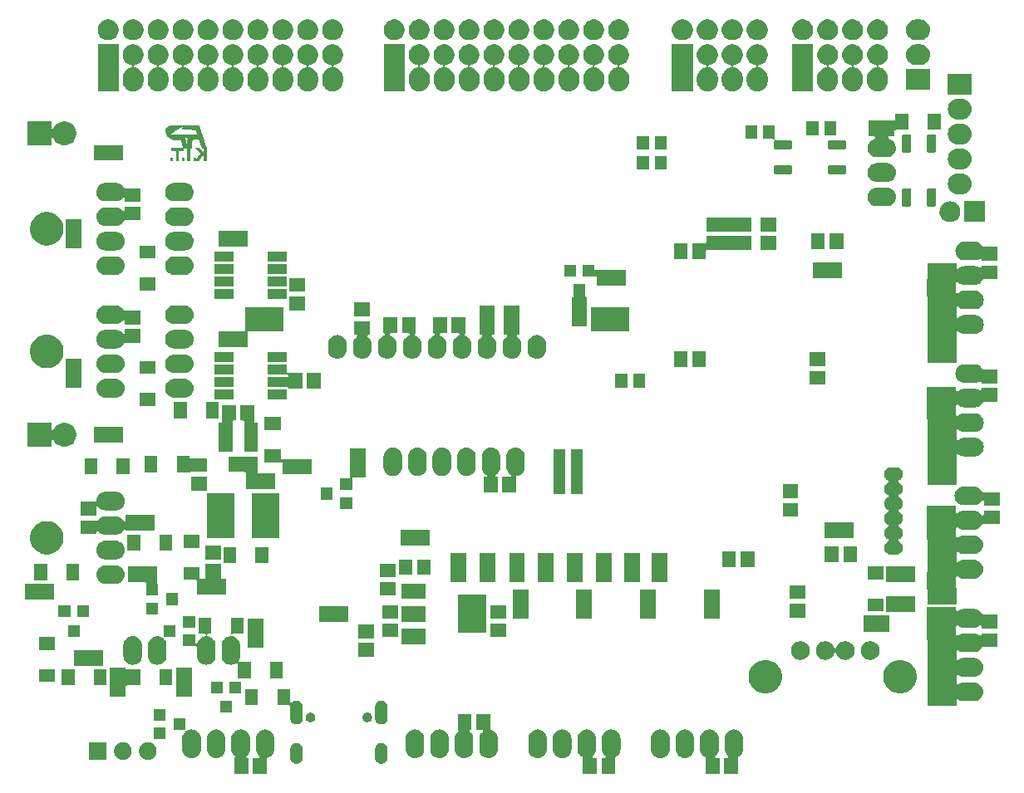
<source format=gbr>
G04 #@! TF.GenerationSoftware,KiCad,Pcbnew,(5.1.5)-3*
G04 #@! TF.CreationDate,2020-06-17T20:48:13+09:00*
G04 #@! TF.ProjectId,stm32f4_Centaurus,73746d33-3266-4345-9f43-656e74617572,rev?*
G04 #@! TF.SameCoordinates,Original*
G04 #@! TF.FileFunction,Soldermask,Bot*
G04 #@! TF.FilePolarity,Negative*
%FSLAX46Y46*%
G04 Gerber Fmt 4.6, Leading zero omitted, Abs format (unit mm)*
G04 Created by KiCad (PCBNEW (5.1.5)-3) date 2020-06-17 20:48:13*
%MOMM*%
%LPD*%
G04 APERTURE LIST*
%ADD10C,0.010000*%
%ADD11C,0.100000*%
G04 APERTURE END LIST*
D10*
G36*
X68073543Y-74836712D02*
G01*
X68073814Y-74872841D01*
X68074514Y-74906325D01*
X68075551Y-74934309D01*
X68076833Y-74953936D01*
X68077519Y-74959616D01*
X68081426Y-74983251D01*
X68294069Y-74983251D01*
X68294069Y-74737444D01*
X68073474Y-74737444D01*
X68073543Y-74836712D01*
G37*
X68073543Y-74836712D02*
X68073814Y-74872841D01*
X68074514Y-74906325D01*
X68075551Y-74934309D01*
X68076833Y-74953936D01*
X68077519Y-74959616D01*
X68081426Y-74983251D01*
X68294069Y-74983251D01*
X68294069Y-74737444D01*
X68073474Y-74737444D01*
X68073543Y-74836712D01*
G36*
X68771501Y-73730551D02*
G01*
X68183771Y-73732159D01*
X68183771Y-73965360D01*
X68418548Y-73967013D01*
X68653325Y-73968665D01*
X68653325Y-74468395D01*
X68653370Y-74564941D01*
X68653513Y-74649511D01*
X68653763Y-74722734D01*
X68654129Y-74785239D01*
X68654620Y-74837655D01*
X68655246Y-74880610D01*
X68656016Y-74914734D01*
X68656940Y-74940656D01*
X68658027Y-74959004D01*
X68659287Y-74970408D01*
X68660728Y-74975496D01*
X68660888Y-74975688D01*
X68669422Y-74978920D01*
X68688092Y-74981220D01*
X68717651Y-74982638D01*
X68758853Y-74983227D01*
X68770964Y-74983251D01*
X68809271Y-74983150D01*
X68836888Y-74982703D01*
X68855730Y-74981696D01*
X68867709Y-74979916D01*
X68874742Y-74977148D01*
X68878742Y-74973179D01*
X68880001Y-74971060D01*
X68881400Y-74961991D01*
X68882631Y-74940340D01*
X68883694Y-74906131D01*
X68884588Y-74859385D01*
X68885314Y-74800126D01*
X68885870Y-74728375D01*
X68886257Y-74644157D01*
X68886474Y-74547494D01*
X68886526Y-74463690D01*
X68886526Y-73968511D01*
X69113874Y-73968511D01*
X69175101Y-73968439D01*
X69224892Y-73968192D01*
X69264415Y-73967725D01*
X69294838Y-73966995D01*
X69317331Y-73965956D01*
X69333061Y-73964564D01*
X69343197Y-73962776D01*
X69348908Y-73960545D01*
X69350227Y-73959508D01*
X69353634Y-73953512D01*
X69356110Y-73942257D01*
X69357778Y-73924096D01*
X69358764Y-73897381D01*
X69359189Y-73860467D01*
X69359230Y-73839723D01*
X69359230Y-73728943D01*
X68771501Y-73730551D01*
G37*
X68771501Y-73730551D02*
X68183771Y-73732159D01*
X68183771Y-73965360D01*
X68418548Y-73967013D01*
X68653325Y-73968665D01*
X68653325Y-74468395D01*
X68653370Y-74564941D01*
X68653513Y-74649511D01*
X68653763Y-74722734D01*
X68654129Y-74785239D01*
X68654620Y-74837655D01*
X68655246Y-74880610D01*
X68656016Y-74914734D01*
X68656940Y-74940656D01*
X68658027Y-74959004D01*
X68659287Y-74970408D01*
X68660728Y-74975496D01*
X68660888Y-74975688D01*
X68669422Y-74978920D01*
X68688092Y-74981220D01*
X68717651Y-74982638D01*
X68758853Y-74983227D01*
X68770964Y-74983251D01*
X68809271Y-74983150D01*
X68836888Y-74982703D01*
X68855730Y-74981696D01*
X68867709Y-74979916D01*
X68874742Y-74977148D01*
X68878742Y-74973179D01*
X68880001Y-74971060D01*
X68881400Y-74961991D01*
X68882631Y-74940340D01*
X68883694Y-74906131D01*
X68884588Y-74859385D01*
X68885314Y-74800126D01*
X68885870Y-74728375D01*
X68886257Y-74644157D01*
X68886474Y-74547494D01*
X68886526Y-74463690D01*
X68886526Y-73968511D01*
X69113874Y-73968511D01*
X69175101Y-73968439D01*
X69224892Y-73968192D01*
X69264415Y-73967725D01*
X69294838Y-73966995D01*
X69317331Y-73965956D01*
X69333061Y-73964564D01*
X69343197Y-73962776D01*
X69348908Y-73960545D01*
X69350227Y-73959508D01*
X69353634Y-73953512D01*
X69356110Y-73942257D01*
X69357778Y-73924096D01*
X69358764Y-73897381D01*
X69359189Y-73860467D01*
X69359230Y-73839723D01*
X69359230Y-73728943D01*
X68771501Y-73730551D01*
G36*
X69245781Y-74983251D02*
G01*
X69359428Y-74983251D01*
X69402419Y-74983030D01*
X69434168Y-74982306D01*
X69456031Y-74980984D01*
X69469365Y-74978970D01*
X69475526Y-74976170D01*
X69476180Y-74975161D01*
X69477087Y-74966491D01*
X69477697Y-74947404D01*
X69477983Y-74920082D01*
X69477922Y-74886709D01*
X69477558Y-74853833D01*
X69475831Y-74740596D01*
X69245781Y-74737160D01*
X69245781Y-74983251D01*
G37*
X69245781Y-74983251D02*
X69359428Y-74983251D01*
X69402419Y-74983030D01*
X69434168Y-74982306D01*
X69456031Y-74980984D01*
X69469365Y-74978970D01*
X69475526Y-74976170D01*
X69476180Y-74975161D01*
X69477087Y-74966491D01*
X69477697Y-74947404D01*
X69477983Y-74920082D01*
X69477922Y-74886709D01*
X69477558Y-74853833D01*
X69475831Y-74740596D01*
X69245781Y-74737160D01*
X69245781Y-74983251D01*
G36*
X70424125Y-74983251D02*
G01*
X70651556Y-74983251D01*
X70649848Y-74858772D01*
X70648139Y-74734293D01*
X70427543Y-74734293D01*
X70424125Y-74983251D01*
G37*
X70424125Y-74983251D02*
X70651556Y-74983251D01*
X70649848Y-74858772D01*
X70648139Y-74734293D01*
X70427543Y-74734293D01*
X70424125Y-74983251D01*
G36*
X70353264Y-71466375D02*
G01*
X70261575Y-71466446D01*
X70174218Y-71466636D01*
X70092029Y-71466939D01*
X70015845Y-71467347D01*
X69946504Y-71467851D01*
X69884843Y-71468443D01*
X69831699Y-71469117D01*
X69787909Y-71469863D01*
X69754309Y-71470674D01*
X69731738Y-71471542D01*
X69721637Y-71472350D01*
X69695126Y-71476427D01*
X69668508Y-71480397D01*
X69655459Y-71482280D01*
X69622039Y-71489215D01*
X69582223Y-71500859D01*
X69540539Y-71515633D01*
X69501515Y-71531956D01*
X69474777Y-71545333D01*
X69421867Y-71581802D01*
X69376174Y-71627687D01*
X69338800Y-71681379D01*
X69310847Y-71741270D01*
X69293417Y-71805753D01*
X69292459Y-71811374D01*
X69289132Y-71831830D01*
X69971293Y-71833434D01*
X70653455Y-71835038D01*
X70680153Y-71913822D01*
X70688670Y-71938922D01*
X70700551Y-71973882D01*
X70715091Y-72016631D01*
X70731584Y-72065098D01*
X70749327Y-72117212D01*
X70767614Y-72170902D01*
X70779880Y-72206899D01*
X70796669Y-72256202D01*
X70812100Y-72301592D01*
X70825717Y-72341722D01*
X70837065Y-72375248D01*
X70845689Y-72400824D01*
X70851132Y-72417105D01*
X70852944Y-72422741D01*
X70846736Y-72422890D01*
X70828474Y-72423048D01*
X70798708Y-72423215D01*
X70757990Y-72423389D01*
X70706871Y-72423569D01*
X70645901Y-72423754D01*
X70575632Y-72423942D01*
X70496614Y-72424133D01*
X70409399Y-72424326D01*
X70314538Y-72424518D01*
X70212581Y-72424710D01*
X70104080Y-72424899D01*
X69989586Y-72425085D01*
X69869650Y-72425266D01*
X69744822Y-72425442D01*
X69615654Y-72425611D01*
X69482697Y-72425771D01*
X69374987Y-72425892D01*
X69239418Y-72426023D01*
X69107200Y-72426120D01*
X68978886Y-72426182D01*
X68855027Y-72426212D01*
X68736172Y-72426210D01*
X68622874Y-72426177D01*
X68515684Y-72426113D01*
X68415152Y-72426019D01*
X68321829Y-72425897D01*
X68236267Y-72425746D01*
X68159016Y-72425569D01*
X68090628Y-72425365D01*
X68031653Y-72425135D01*
X67982643Y-72424881D01*
X67944148Y-72424603D01*
X67916721Y-72424301D01*
X67900911Y-72423978D01*
X67896997Y-72423706D01*
X67901892Y-72417800D01*
X67915853Y-72405250D01*
X67937798Y-72386884D01*
X67966643Y-72363535D01*
X68001307Y-72336031D01*
X68040705Y-72305202D01*
X68083754Y-72271880D01*
X68129372Y-72236895D01*
X68176476Y-72201076D01*
X68223982Y-72165254D01*
X68270808Y-72130259D01*
X68315870Y-72096921D01*
X68358085Y-72066071D01*
X68396371Y-72038539D01*
X68429644Y-72015155D01*
X68432729Y-72013025D01*
X68477258Y-71982873D01*
X68528514Y-71949057D01*
X68583827Y-71913268D01*
X68640526Y-71877200D01*
X68695941Y-71842547D01*
X68747401Y-71811000D01*
X68792235Y-71784254D01*
X68807742Y-71775265D01*
X68842268Y-71755999D01*
X68883109Y-71734070D01*
X68927820Y-71710710D01*
X68973957Y-71687154D01*
X69019075Y-71664632D01*
X69060730Y-71644379D01*
X69096478Y-71627627D01*
X69123873Y-71615609D01*
X69126029Y-71614727D01*
X69148628Y-71605448D01*
X69167995Y-71597286D01*
X69179603Y-71592161D01*
X69210474Y-71578902D01*
X69249081Y-71564392D01*
X69293234Y-71549263D01*
X69340746Y-71534143D01*
X69389427Y-71519665D01*
X69437089Y-71506457D01*
X69481543Y-71495150D01*
X69520602Y-71486375D01*
X69552076Y-71480763D01*
X69572706Y-71478933D01*
X69586330Y-71477102D01*
X69592410Y-71472664D01*
X69592431Y-71472359D01*
X69586286Y-71471259D01*
X69568476Y-71470296D01*
X69539943Y-71469466D01*
X69501627Y-71468765D01*
X69454469Y-71468189D01*
X69399409Y-71467735D01*
X69337388Y-71467399D01*
X69269346Y-71467177D01*
X69196225Y-71467064D01*
X69118964Y-71467058D01*
X69038504Y-71467155D01*
X68955787Y-71467350D01*
X68871752Y-71467639D01*
X68787340Y-71468020D01*
X68703492Y-71468488D01*
X68621148Y-71469039D01*
X68541248Y-71469670D01*
X68464735Y-71470377D01*
X68392547Y-71471155D01*
X68325626Y-71472002D01*
X68264913Y-71472913D01*
X68211347Y-71473884D01*
X68165870Y-71474912D01*
X68129421Y-71475993D01*
X68102943Y-71477122D01*
X68087375Y-71478297D01*
X68086079Y-71478471D01*
X68008678Y-71492962D01*
X67934563Y-71512585D01*
X67865623Y-71536604D01*
X67803749Y-71564285D01*
X67750829Y-71594890D01*
X67713060Y-71623753D01*
X67669398Y-71670950D01*
X67633938Y-71726647D01*
X67607588Y-71789065D01*
X67591254Y-71856423D01*
X67589932Y-71865319D01*
X67587626Y-71890502D01*
X67586241Y-71923288D01*
X67585778Y-71959631D01*
X67586238Y-71995487D01*
X67587622Y-72026810D01*
X67589895Y-72049330D01*
X67607632Y-72134435D01*
X67633369Y-72220763D01*
X67666013Y-72305951D01*
X67704474Y-72387635D01*
X67747659Y-72463451D01*
X67794475Y-72531034D01*
X67833977Y-72577764D01*
X67888378Y-72629225D01*
X67952887Y-72677873D01*
X68028473Y-72724399D01*
X68073594Y-72748555D01*
X68134831Y-72778317D01*
X68192432Y-72802637D01*
X68249862Y-72822632D01*
X68310584Y-72839418D01*
X68378062Y-72854115D01*
X68430212Y-72863594D01*
X68446999Y-72866112D01*
X68466390Y-72868280D01*
X68489550Y-72870142D01*
X68517643Y-72871739D01*
X68551835Y-72873113D01*
X68593289Y-72874308D01*
X68643170Y-72875364D01*
X68702641Y-72876326D01*
X68772869Y-72877235D01*
X68819715Y-72877762D01*
X69146825Y-72881291D01*
X69179749Y-73004194D01*
X69192899Y-73053462D01*
X69207833Y-73109731D01*
X69224076Y-73171179D01*
X69241149Y-73235981D01*
X69258576Y-73302316D01*
X69275878Y-73368359D01*
X69292579Y-73432288D01*
X69308202Y-73492278D01*
X69322269Y-73546509D01*
X69334303Y-73593155D01*
X69343826Y-73630394D01*
X69347643Y-73645497D01*
X69368617Y-73729008D01*
X69582943Y-73729008D01*
X69797270Y-73729007D01*
X69797270Y-74980100D01*
X70017866Y-74980100D01*
X70017866Y-73729007D01*
X70119474Y-73729007D01*
X70221083Y-73729008D01*
X70224939Y-73661253D01*
X70225875Y-73639961D01*
X70226916Y-73607850D01*
X70228021Y-73566704D01*
X70229149Y-73518310D01*
X70230260Y-73464452D01*
X70231312Y-73406916D01*
X70232266Y-73347486D01*
X70232537Y-73328784D01*
X70233606Y-73258300D01*
X70234734Y-73199123D01*
X70236054Y-73149957D01*
X70237698Y-73109504D01*
X70239797Y-73076467D01*
X70242484Y-73049548D01*
X70245890Y-73027450D01*
X70250147Y-73008875D01*
X70255388Y-72992527D01*
X70261743Y-72977107D01*
X70269346Y-72961319D01*
X70270041Y-72959945D01*
X70298755Y-72915383D01*
X70335605Y-72879924D01*
X70375210Y-72855455D01*
X70395036Y-72845872D01*
X70413931Y-72837928D01*
X70433295Y-72831473D01*
X70454531Y-72826353D01*
X70479041Y-72822417D01*
X70508226Y-72819512D01*
X70543489Y-72817485D01*
X70586233Y-72816185D01*
X70637858Y-72815460D01*
X70699767Y-72815156D01*
X70746565Y-72815112D01*
X70985978Y-72815112D01*
X70994492Y-72835596D01*
X70998796Y-72847004D01*
X71006504Y-72868514D01*
X71016975Y-72898289D01*
X71029565Y-72934492D01*
X71043632Y-72975287D01*
X71056765Y-73013648D01*
X71073339Y-73062181D01*
X71092854Y-73119248D01*
X71114150Y-73181465D01*
X71136067Y-73245445D01*
X71157447Y-73307803D01*
X71177130Y-73365153D01*
X71177627Y-73366601D01*
X71203371Y-73441568D01*
X71225312Y-73505479D01*
X71243744Y-73559201D01*
X71258962Y-73603599D01*
X71271262Y-73639538D01*
X71280939Y-73667884D01*
X71288288Y-73689502D01*
X71293604Y-73705257D01*
X71297182Y-73716015D01*
X71299317Y-73722641D01*
X71300305Y-73726001D01*
X71300471Y-73726862D01*
X71306418Y-73727595D01*
X71322834Y-73728220D01*
X71347584Y-73728691D01*
X71378531Y-73728961D01*
X71398838Y-73729008D01*
X71436184Y-73729132D01*
X71462628Y-73729624D01*
X71479871Y-73730664D01*
X71489617Y-73732430D01*
X71493567Y-73735103D01*
X71493422Y-73738862D01*
X71493379Y-73738977D01*
X71492550Y-73747266D01*
X71491778Y-73766776D01*
X71491083Y-73796125D01*
X71490485Y-73833929D01*
X71490004Y-73878806D01*
X71489661Y-73929371D01*
X71489475Y-73984242D01*
X71489449Y-74008419D01*
X71489345Y-74267891D01*
X71402660Y-74179653D01*
X71377395Y-74153897D01*
X71345067Y-74120883D01*
X71307408Y-74082382D01*
X71266151Y-74040165D01*
X71223025Y-73996005D01*
X71179765Y-73951675D01*
X71147837Y-73918933D01*
X71109615Y-73879942D01*
X71073562Y-73843580D01*
X71040752Y-73810899D01*
X71012259Y-73782952D01*
X70989159Y-73760793D01*
X70972525Y-73745473D01*
X70963434Y-73738046D01*
X70962888Y-73737729D01*
X70951563Y-73734908D01*
X70930814Y-73732577D01*
X70902767Y-73730747D01*
X70869551Y-73729428D01*
X70833292Y-73728628D01*
X70796118Y-73728360D01*
X70760154Y-73728632D01*
X70727529Y-73729454D01*
X70700370Y-73730838D01*
X70680803Y-73732791D01*
X70670955Y-73735326D01*
X70670198Y-73736352D01*
X70674567Y-73741996D01*
X70687147Y-73755667D01*
X70707152Y-73776565D01*
X70733792Y-73803890D01*
X70766281Y-73836844D01*
X70803831Y-73874627D01*
X70845654Y-73916439D01*
X70890961Y-73961481D01*
X70933337Y-74003399D01*
X70988466Y-74057819D01*
X71035265Y-74104084D01*
X71074377Y-74142890D01*
X71106443Y-74174936D01*
X71132106Y-74200920D01*
X71152009Y-74221540D01*
X71166795Y-74237494D01*
X71177104Y-74249479D01*
X71183581Y-74258193D01*
X71186867Y-74264335D01*
X71187604Y-74268603D01*
X71186436Y-74271694D01*
X71184005Y-74274306D01*
X71183292Y-74274950D01*
X71174391Y-74284727D01*
X71160285Y-74302223D01*
X71143015Y-74324841D01*
X71126994Y-74346675D01*
X71104008Y-74378456D01*
X71078084Y-74414079D01*
X71053284Y-74447969D01*
X71042019Y-74463276D01*
X71021492Y-74491174D01*
X70996712Y-74524974D01*
X70970830Y-74560373D01*
X70947423Y-74592482D01*
X70924463Y-74624015D01*
X70900439Y-74656969D01*
X70878134Y-74687529D01*
X70860328Y-74711884D01*
X70859651Y-74712808D01*
X70842677Y-74736021D01*
X70820850Y-74765917D01*
X70796732Y-74798987D01*
X70772883Y-74831721D01*
X70767891Y-74838578D01*
X70746179Y-74868334D01*
X70725283Y-74896852D01*
X70707163Y-74921463D01*
X70693779Y-74939499D01*
X70690495Y-74943873D01*
X70679668Y-74960051D01*
X70673772Y-74972597D01*
X70673535Y-74977248D01*
X70681050Y-74979554D01*
X70698855Y-74981298D01*
X70724645Y-74982498D01*
X70756119Y-74983170D01*
X70790973Y-74983332D01*
X70826904Y-74983004D01*
X70861609Y-74982202D01*
X70892785Y-74980944D01*
X70918130Y-74979248D01*
X70935339Y-74977132D01*
X70941672Y-74975172D01*
X70949540Y-74966943D01*
X70962579Y-74951108D01*
X70978643Y-74930328D01*
X70988491Y-74917072D01*
X71009405Y-74888539D01*
X71032291Y-74857372D01*
X71053028Y-74829183D01*
X71057930Y-74822531D01*
X71071644Y-74803832D01*
X71091045Y-74777242D01*
X71114440Y-74745088D01*
X71140136Y-74709698D01*
X71166439Y-74673401D01*
X71171830Y-74665953D01*
X71214407Y-74607128D01*
X71250102Y-74557854D01*
X71279405Y-74517459D01*
X71302805Y-74485268D01*
X71320792Y-74460608D01*
X71333856Y-74442805D01*
X71341855Y-74432026D01*
X71354877Y-74414649D01*
X71425366Y-74482195D01*
X71495856Y-74549741D01*
X71495856Y-74976948D01*
X71722754Y-74976948D01*
X71722754Y-73737787D01*
X71570914Y-73287479D01*
X71544997Y-73210633D01*
X71519098Y-73133865D01*
X71493675Y-73058535D01*
X71469190Y-72986005D01*
X71446100Y-72917636D01*
X71424866Y-72854787D01*
X71405947Y-72798820D01*
X71389803Y-72751096D01*
X71376894Y-72712975D01*
X71375763Y-72709638D01*
X69900599Y-72709638D01*
X69874691Y-72747789D01*
X69859557Y-72772675D01*
X69843363Y-72803392D01*
X69829267Y-72833891D01*
X69827478Y-72838199D01*
X69819421Y-72858336D01*
X69812516Y-72877001D01*
X69806669Y-72895327D01*
X69801789Y-72914446D01*
X69797782Y-72935492D01*
X69794556Y-72959595D01*
X69792018Y-72987888D01*
X69790076Y-73021503D01*
X69788637Y-73061574D01*
X69787608Y-73109231D01*
X69786896Y-73165608D01*
X69786410Y-73231837D01*
X69786055Y-73309049D01*
X69785920Y-73346096D01*
X69785634Y-73411934D01*
X69785257Y-73473851D01*
X69784805Y-73530727D01*
X69784291Y-73581441D01*
X69783729Y-73624875D01*
X69783133Y-73659906D01*
X69782517Y-73685416D01*
X69781896Y-73700283D01*
X69781433Y-73703776D01*
X69778678Y-73698085D01*
X69773916Y-73682772D01*
X69767937Y-73660508D01*
X69764230Y-73645497D01*
X69757733Y-73618948D01*
X69748952Y-73583854D01*
X69738810Y-73543863D01*
X69728229Y-73502620D01*
X69722381Y-73480050D01*
X69711369Y-73437729D01*
X69699652Y-73392703D01*
X69688348Y-73349265D01*
X69678573Y-73311710D01*
X69674814Y-73297271D01*
X69654670Y-73220368D01*
X69632156Y-73135265D01*
X69608316Y-73045895D01*
X69586095Y-72963226D01*
X69577600Y-72931584D01*
X69566700Y-72890742D01*
X69554190Y-72843693D01*
X69540864Y-72793431D01*
X69527519Y-72742948D01*
X69519957Y-72714268D01*
X69507680Y-72667749D01*
X69495602Y-72622156D01*
X69484355Y-72579866D01*
X69474574Y-72543253D01*
X69466889Y-72514696D01*
X69462920Y-72500128D01*
X69456506Y-72476166D01*
X69451837Y-72457435D01*
X69449603Y-72446765D01*
X69449568Y-72445354D01*
X69453743Y-72449355D01*
X69463781Y-72461205D01*
X69477884Y-72478746D01*
X69485436Y-72488382D01*
X69542918Y-72553137D01*
X69606012Y-72607012D01*
X69674238Y-72649728D01*
X69747117Y-72681009D01*
X69824171Y-72700577D01*
X69859671Y-72705445D01*
X69900599Y-72709638D01*
X71375763Y-72709638D01*
X71369851Y-72692209D01*
X71335128Y-72589997D01*
X71302444Y-72493875D01*
X71272121Y-72404797D01*
X71244486Y-72323713D01*
X71219861Y-72251575D01*
X71198572Y-72189334D01*
X71180943Y-72137943D01*
X71178647Y-72131266D01*
X71169060Y-72103318D01*
X71156057Y-72065299D01*
X71140275Y-72019075D01*
X71122350Y-71966514D01*
X71102919Y-71909480D01*
X71082616Y-71849840D01*
X71062080Y-71789459D01*
X71052638Y-71761681D01*
X71033569Y-71705731D01*
X71015536Y-71653139D01*
X70998983Y-71605175D01*
X70984353Y-71563113D01*
X70972090Y-71528222D01*
X70962639Y-71501776D01*
X70956442Y-71485045D01*
X70954196Y-71479634D01*
X70947075Y-71466328D01*
X70353264Y-71466375D01*
G37*
X70353264Y-71466375D02*
X70261575Y-71466446D01*
X70174218Y-71466636D01*
X70092029Y-71466939D01*
X70015845Y-71467347D01*
X69946504Y-71467851D01*
X69884843Y-71468443D01*
X69831699Y-71469117D01*
X69787909Y-71469863D01*
X69754309Y-71470674D01*
X69731738Y-71471542D01*
X69721637Y-71472350D01*
X69695126Y-71476427D01*
X69668508Y-71480397D01*
X69655459Y-71482280D01*
X69622039Y-71489215D01*
X69582223Y-71500859D01*
X69540539Y-71515633D01*
X69501515Y-71531956D01*
X69474777Y-71545333D01*
X69421867Y-71581802D01*
X69376174Y-71627687D01*
X69338800Y-71681379D01*
X69310847Y-71741270D01*
X69293417Y-71805753D01*
X69292459Y-71811374D01*
X69289132Y-71831830D01*
X69971293Y-71833434D01*
X70653455Y-71835038D01*
X70680153Y-71913822D01*
X70688670Y-71938922D01*
X70700551Y-71973882D01*
X70715091Y-72016631D01*
X70731584Y-72065098D01*
X70749327Y-72117212D01*
X70767614Y-72170902D01*
X70779880Y-72206899D01*
X70796669Y-72256202D01*
X70812100Y-72301592D01*
X70825717Y-72341722D01*
X70837065Y-72375248D01*
X70845689Y-72400824D01*
X70851132Y-72417105D01*
X70852944Y-72422741D01*
X70846736Y-72422890D01*
X70828474Y-72423048D01*
X70798708Y-72423215D01*
X70757990Y-72423389D01*
X70706871Y-72423569D01*
X70645901Y-72423754D01*
X70575632Y-72423942D01*
X70496614Y-72424133D01*
X70409399Y-72424326D01*
X70314538Y-72424518D01*
X70212581Y-72424710D01*
X70104080Y-72424899D01*
X69989586Y-72425085D01*
X69869650Y-72425266D01*
X69744822Y-72425442D01*
X69615654Y-72425611D01*
X69482697Y-72425771D01*
X69374987Y-72425892D01*
X69239418Y-72426023D01*
X69107200Y-72426120D01*
X68978886Y-72426182D01*
X68855027Y-72426212D01*
X68736172Y-72426210D01*
X68622874Y-72426177D01*
X68515684Y-72426113D01*
X68415152Y-72426019D01*
X68321829Y-72425897D01*
X68236267Y-72425746D01*
X68159016Y-72425569D01*
X68090628Y-72425365D01*
X68031653Y-72425135D01*
X67982643Y-72424881D01*
X67944148Y-72424603D01*
X67916721Y-72424301D01*
X67900911Y-72423978D01*
X67896997Y-72423706D01*
X67901892Y-72417800D01*
X67915853Y-72405250D01*
X67937798Y-72386884D01*
X67966643Y-72363535D01*
X68001307Y-72336031D01*
X68040705Y-72305202D01*
X68083754Y-72271880D01*
X68129372Y-72236895D01*
X68176476Y-72201076D01*
X68223982Y-72165254D01*
X68270808Y-72130259D01*
X68315870Y-72096921D01*
X68358085Y-72066071D01*
X68396371Y-72038539D01*
X68429644Y-72015155D01*
X68432729Y-72013025D01*
X68477258Y-71982873D01*
X68528514Y-71949057D01*
X68583827Y-71913268D01*
X68640526Y-71877200D01*
X68695941Y-71842547D01*
X68747401Y-71811000D01*
X68792235Y-71784254D01*
X68807742Y-71775265D01*
X68842268Y-71755999D01*
X68883109Y-71734070D01*
X68927820Y-71710710D01*
X68973957Y-71687154D01*
X69019075Y-71664632D01*
X69060730Y-71644379D01*
X69096478Y-71627627D01*
X69123873Y-71615609D01*
X69126029Y-71614727D01*
X69148628Y-71605448D01*
X69167995Y-71597286D01*
X69179603Y-71592161D01*
X69210474Y-71578902D01*
X69249081Y-71564392D01*
X69293234Y-71549263D01*
X69340746Y-71534143D01*
X69389427Y-71519665D01*
X69437089Y-71506457D01*
X69481543Y-71495150D01*
X69520602Y-71486375D01*
X69552076Y-71480763D01*
X69572706Y-71478933D01*
X69586330Y-71477102D01*
X69592410Y-71472664D01*
X69592431Y-71472359D01*
X69586286Y-71471259D01*
X69568476Y-71470296D01*
X69539943Y-71469466D01*
X69501627Y-71468765D01*
X69454469Y-71468189D01*
X69399409Y-71467735D01*
X69337388Y-71467399D01*
X69269346Y-71467177D01*
X69196225Y-71467064D01*
X69118964Y-71467058D01*
X69038504Y-71467155D01*
X68955787Y-71467350D01*
X68871752Y-71467639D01*
X68787340Y-71468020D01*
X68703492Y-71468488D01*
X68621148Y-71469039D01*
X68541248Y-71469670D01*
X68464735Y-71470377D01*
X68392547Y-71471155D01*
X68325626Y-71472002D01*
X68264913Y-71472913D01*
X68211347Y-71473884D01*
X68165870Y-71474912D01*
X68129421Y-71475993D01*
X68102943Y-71477122D01*
X68087375Y-71478297D01*
X68086079Y-71478471D01*
X68008678Y-71492962D01*
X67934563Y-71512585D01*
X67865623Y-71536604D01*
X67803749Y-71564285D01*
X67750829Y-71594890D01*
X67713060Y-71623753D01*
X67669398Y-71670950D01*
X67633938Y-71726647D01*
X67607588Y-71789065D01*
X67591254Y-71856423D01*
X67589932Y-71865319D01*
X67587626Y-71890502D01*
X67586241Y-71923288D01*
X67585778Y-71959631D01*
X67586238Y-71995487D01*
X67587622Y-72026810D01*
X67589895Y-72049330D01*
X67607632Y-72134435D01*
X67633369Y-72220763D01*
X67666013Y-72305951D01*
X67704474Y-72387635D01*
X67747659Y-72463451D01*
X67794475Y-72531034D01*
X67833977Y-72577764D01*
X67888378Y-72629225D01*
X67952887Y-72677873D01*
X68028473Y-72724399D01*
X68073594Y-72748555D01*
X68134831Y-72778317D01*
X68192432Y-72802637D01*
X68249862Y-72822632D01*
X68310584Y-72839418D01*
X68378062Y-72854115D01*
X68430212Y-72863594D01*
X68446999Y-72866112D01*
X68466390Y-72868280D01*
X68489550Y-72870142D01*
X68517643Y-72871739D01*
X68551835Y-72873113D01*
X68593289Y-72874308D01*
X68643170Y-72875364D01*
X68702641Y-72876326D01*
X68772869Y-72877235D01*
X68819715Y-72877762D01*
X69146825Y-72881291D01*
X69179749Y-73004194D01*
X69192899Y-73053462D01*
X69207833Y-73109731D01*
X69224076Y-73171179D01*
X69241149Y-73235981D01*
X69258576Y-73302316D01*
X69275878Y-73368359D01*
X69292579Y-73432288D01*
X69308202Y-73492278D01*
X69322269Y-73546509D01*
X69334303Y-73593155D01*
X69343826Y-73630394D01*
X69347643Y-73645497D01*
X69368617Y-73729008D01*
X69582943Y-73729008D01*
X69797270Y-73729007D01*
X69797270Y-74980100D01*
X70017866Y-74980100D01*
X70017866Y-73729007D01*
X70119474Y-73729007D01*
X70221083Y-73729008D01*
X70224939Y-73661253D01*
X70225875Y-73639961D01*
X70226916Y-73607850D01*
X70228021Y-73566704D01*
X70229149Y-73518310D01*
X70230260Y-73464452D01*
X70231312Y-73406916D01*
X70232266Y-73347486D01*
X70232537Y-73328784D01*
X70233606Y-73258300D01*
X70234734Y-73199123D01*
X70236054Y-73149957D01*
X70237698Y-73109504D01*
X70239797Y-73076467D01*
X70242484Y-73049548D01*
X70245890Y-73027450D01*
X70250147Y-73008875D01*
X70255388Y-72992527D01*
X70261743Y-72977107D01*
X70269346Y-72961319D01*
X70270041Y-72959945D01*
X70298755Y-72915383D01*
X70335605Y-72879924D01*
X70375210Y-72855455D01*
X70395036Y-72845872D01*
X70413931Y-72837928D01*
X70433295Y-72831473D01*
X70454531Y-72826353D01*
X70479041Y-72822417D01*
X70508226Y-72819512D01*
X70543489Y-72817485D01*
X70586233Y-72816185D01*
X70637858Y-72815460D01*
X70699767Y-72815156D01*
X70746565Y-72815112D01*
X70985978Y-72815112D01*
X70994492Y-72835596D01*
X70998796Y-72847004D01*
X71006504Y-72868514D01*
X71016975Y-72898289D01*
X71029565Y-72934492D01*
X71043632Y-72975287D01*
X71056765Y-73013648D01*
X71073339Y-73062181D01*
X71092854Y-73119248D01*
X71114150Y-73181465D01*
X71136067Y-73245445D01*
X71157447Y-73307803D01*
X71177130Y-73365153D01*
X71177627Y-73366601D01*
X71203371Y-73441568D01*
X71225312Y-73505479D01*
X71243744Y-73559201D01*
X71258962Y-73603599D01*
X71271262Y-73639538D01*
X71280939Y-73667884D01*
X71288288Y-73689502D01*
X71293604Y-73705257D01*
X71297182Y-73716015D01*
X71299317Y-73722641D01*
X71300305Y-73726001D01*
X71300471Y-73726862D01*
X71306418Y-73727595D01*
X71322834Y-73728220D01*
X71347584Y-73728691D01*
X71378531Y-73728961D01*
X71398838Y-73729008D01*
X71436184Y-73729132D01*
X71462628Y-73729624D01*
X71479871Y-73730664D01*
X71489617Y-73732430D01*
X71493567Y-73735103D01*
X71493422Y-73738862D01*
X71493379Y-73738977D01*
X71492550Y-73747266D01*
X71491778Y-73766776D01*
X71491083Y-73796125D01*
X71490485Y-73833929D01*
X71490004Y-73878806D01*
X71489661Y-73929371D01*
X71489475Y-73984242D01*
X71489449Y-74008419D01*
X71489345Y-74267891D01*
X71402660Y-74179653D01*
X71377395Y-74153897D01*
X71345067Y-74120883D01*
X71307408Y-74082382D01*
X71266151Y-74040165D01*
X71223025Y-73996005D01*
X71179765Y-73951675D01*
X71147837Y-73918933D01*
X71109615Y-73879942D01*
X71073562Y-73843580D01*
X71040752Y-73810899D01*
X71012259Y-73782952D01*
X70989159Y-73760793D01*
X70972525Y-73745473D01*
X70963434Y-73738046D01*
X70962888Y-73737729D01*
X70951563Y-73734908D01*
X70930814Y-73732577D01*
X70902767Y-73730747D01*
X70869551Y-73729428D01*
X70833292Y-73728628D01*
X70796118Y-73728360D01*
X70760154Y-73728632D01*
X70727529Y-73729454D01*
X70700370Y-73730838D01*
X70680803Y-73732791D01*
X70670955Y-73735326D01*
X70670198Y-73736352D01*
X70674567Y-73741996D01*
X70687147Y-73755667D01*
X70707152Y-73776565D01*
X70733792Y-73803890D01*
X70766281Y-73836844D01*
X70803831Y-73874627D01*
X70845654Y-73916439D01*
X70890961Y-73961481D01*
X70933337Y-74003399D01*
X70988466Y-74057819D01*
X71035265Y-74104084D01*
X71074377Y-74142890D01*
X71106443Y-74174936D01*
X71132106Y-74200920D01*
X71152009Y-74221540D01*
X71166795Y-74237494D01*
X71177104Y-74249479D01*
X71183581Y-74258193D01*
X71186867Y-74264335D01*
X71187604Y-74268603D01*
X71186436Y-74271694D01*
X71184005Y-74274306D01*
X71183292Y-74274950D01*
X71174391Y-74284727D01*
X71160285Y-74302223D01*
X71143015Y-74324841D01*
X71126994Y-74346675D01*
X71104008Y-74378456D01*
X71078084Y-74414079D01*
X71053284Y-74447969D01*
X71042019Y-74463276D01*
X71021492Y-74491174D01*
X70996712Y-74524974D01*
X70970830Y-74560373D01*
X70947423Y-74592482D01*
X70924463Y-74624015D01*
X70900439Y-74656969D01*
X70878134Y-74687529D01*
X70860328Y-74711884D01*
X70859651Y-74712808D01*
X70842677Y-74736021D01*
X70820850Y-74765917D01*
X70796732Y-74798987D01*
X70772883Y-74831721D01*
X70767891Y-74838578D01*
X70746179Y-74868334D01*
X70725283Y-74896852D01*
X70707163Y-74921463D01*
X70693779Y-74939499D01*
X70690495Y-74943873D01*
X70679668Y-74960051D01*
X70673772Y-74972597D01*
X70673535Y-74977248D01*
X70681050Y-74979554D01*
X70698855Y-74981298D01*
X70724645Y-74982498D01*
X70756119Y-74983170D01*
X70790973Y-74983332D01*
X70826904Y-74983004D01*
X70861609Y-74982202D01*
X70892785Y-74980944D01*
X70918130Y-74979248D01*
X70935339Y-74977132D01*
X70941672Y-74975172D01*
X70949540Y-74966943D01*
X70962579Y-74951108D01*
X70978643Y-74930328D01*
X70988491Y-74917072D01*
X71009405Y-74888539D01*
X71032291Y-74857372D01*
X71053028Y-74829183D01*
X71057930Y-74822531D01*
X71071644Y-74803832D01*
X71091045Y-74777242D01*
X71114440Y-74745088D01*
X71140136Y-74709698D01*
X71166439Y-74673401D01*
X71171830Y-74665953D01*
X71214407Y-74607128D01*
X71250102Y-74557854D01*
X71279405Y-74517459D01*
X71302805Y-74485268D01*
X71320792Y-74460608D01*
X71333856Y-74442805D01*
X71341855Y-74432026D01*
X71354877Y-74414649D01*
X71425366Y-74482195D01*
X71495856Y-74549741D01*
X71495856Y-74976948D01*
X71722754Y-74976948D01*
X71722754Y-73737787D01*
X71570914Y-73287479D01*
X71544997Y-73210633D01*
X71519098Y-73133865D01*
X71493675Y-73058535D01*
X71469190Y-72986005D01*
X71446100Y-72917636D01*
X71424866Y-72854787D01*
X71405947Y-72798820D01*
X71389803Y-72751096D01*
X71376894Y-72712975D01*
X71375763Y-72709638D01*
X69900599Y-72709638D01*
X69874691Y-72747789D01*
X69859557Y-72772675D01*
X69843363Y-72803392D01*
X69829267Y-72833891D01*
X69827478Y-72838199D01*
X69819421Y-72858336D01*
X69812516Y-72877001D01*
X69806669Y-72895327D01*
X69801789Y-72914446D01*
X69797782Y-72935492D01*
X69794556Y-72959595D01*
X69792018Y-72987888D01*
X69790076Y-73021503D01*
X69788637Y-73061574D01*
X69787608Y-73109231D01*
X69786896Y-73165608D01*
X69786410Y-73231837D01*
X69786055Y-73309049D01*
X69785920Y-73346096D01*
X69785634Y-73411934D01*
X69785257Y-73473851D01*
X69784805Y-73530727D01*
X69784291Y-73581441D01*
X69783729Y-73624875D01*
X69783133Y-73659906D01*
X69782517Y-73685416D01*
X69781896Y-73700283D01*
X69781433Y-73703776D01*
X69778678Y-73698085D01*
X69773916Y-73682772D01*
X69767937Y-73660508D01*
X69764230Y-73645497D01*
X69757733Y-73618948D01*
X69748952Y-73583854D01*
X69738810Y-73543863D01*
X69728229Y-73502620D01*
X69722381Y-73480050D01*
X69711369Y-73437729D01*
X69699652Y-73392703D01*
X69688348Y-73349265D01*
X69678573Y-73311710D01*
X69674814Y-73297271D01*
X69654670Y-73220368D01*
X69632156Y-73135265D01*
X69608316Y-73045895D01*
X69586095Y-72963226D01*
X69577600Y-72931584D01*
X69566700Y-72890742D01*
X69554190Y-72843693D01*
X69540864Y-72793431D01*
X69527519Y-72742948D01*
X69519957Y-72714268D01*
X69507680Y-72667749D01*
X69495602Y-72622156D01*
X69484355Y-72579866D01*
X69474574Y-72543253D01*
X69466889Y-72514696D01*
X69462920Y-72500128D01*
X69456506Y-72476166D01*
X69451837Y-72457435D01*
X69449603Y-72446765D01*
X69449568Y-72445354D01*
X69453743Y-72449355D01*
X69463781Y-72461205D01*
X69477884Y-72478746D01*
X69485436Y-72488382D01*
X69542918Y-72553137D01*
X69606012Y-72607012D01*
X69674238Y-72649728D01*
X69747117Y-72681009D01*
X69824171Y-72700577D01*
X69859671Y-72705445D01*
X69900599Y-72709638D01*
X71375763Y-72709638D01*
X71369851Y-72692209D01*
X71335128Y-72589997D01*
X71302444Y-72493875D01*
X71272121Y-72404797D01*
X71244486Y-72323713D01*
X71219861Y-72251575D01*
X71198572Y-72189334D01*
X71180943Y-72137943D01*
X71178647Y-72131266D01*
X71169060Y-72103318D01*
X71156057Y-72065299D01*
X71140275Y-72019075D01*
X71122350Y-71966514D01*
X71102919Y-71909480D01*
X71082616Y-71849840D01*
X71062080Y-71789459D01*
X71052638Y-71761681D01*
X71033569Y-71705731D01*
X71015536Y-71653139D01*
X70998983Y-71605175D01*
X70984353Y-71563113D01*
X70972090Y-71528222D01*
X70962639Y-71501776D01*
X70956442Y-71485045D01*
X70954196Y-71479634D01*
X70947075Y-71466328D01*
X70353264Y-71466375D01*
D11*
G36*
X75436231Y-133063746D02*
G01*
X75608737Y-133116075D01*
X75615310Y-133118069D01*
X75698896Y-133162747D01*
X75780345Y-133206282D01*
X75814025Y-133233923D01*
X75925002Y-133324998D01*
X76033073Y-133456685D01*
X76043718Y-133469655D01*
X76084780Y-133546477D01*
X76131932Y-133634691D01*
X76186254Y-133813769D01*
X76200000Y-133953334D01*
X76200000Y-135046666D01*
X76186254Y-135186231D01*
X76131932Y-135365309D01*
X76131931Y-135365310D01*
X76053480Y-135512082D01*
X76043717Y-135530346D01*
X75925002Y-135675002D01*
X75859966Y-135728375D01*
X75842639Y-135745702D01*
X75829025Y-135766077D01*
X75819647Y-135788716D01*
X75814867Y-135812749D01*
X75814867Y-135837253D01*
X75819647Y-135861286D01*
X75829025Y-135883925D01*
X75842638Y-135904299D01*
X75859965Y-135921626D01*
X75880340Y-135935240D01*
X75902979Y-135944618D01*
X75927012Y-135949398D01*
X75939264Y-135950000D01*
X76020000Y-135950000D01*
X76020000Y-137550000D01*
X74620000Y-137550000D01*
X74620000Y-135934377D01*
X74630183Y-135928934D01*
X74649125Y-135913389D01*
X74664670Y-135894447D01*
X74676221Y-135872836D01*
X74683334Y-135849387D01*
X74685736Y-135825001D01*
X74683334Y-135800615D01*
X74676221Y-135777166D01*
X74664670Y-135755555D01*
X74649125Y-135736613D01*
X74640035Y-135728375D01*
X74574999Y-135675002D01*
X74456284Y-135530346D01*
X74446522Y-135512082D01*
X74368069Y-135365308D01*
X74313747Y-135186232D01*
X74313747Y-135186231D01*
X74313746Y-135186229D01*
X74300000Y-135046666D01*
X74300000Y-133953335D01*
X74313746Y-133813770D01*
X74313747Y-133813768D01*
X74368068Y-133634693D01*
X74368069Y-133634690D01*
X74414850Y-133547169D01*
X74456282Y-133469655D01*
X74493168Y-133424710D01*
X74574998Y-133324998D01*
X74719654Y-133206283D01*
X74719653Y-133206283D01*
X74719655Y-133206282D01*
X74823073Y-133151004D01*
X74884691Y-133118068D01*
X74988392Y-133086611D01*
X75063768Y-133063746D01*
X75250000Y-133045404D01*
X75436231Y-133063746D01*
G37*
G36*
X77936231Y-133063746D02*
G01*
X78108737Y-133116075D01*
X78115310Y-133118069D01*
X78198896Y-133162747D01*
X78280345Y-133206282D01*
X78314025Y-133233923D01*
X78425002Y-133324998D01*
X78533073Y-133456685D01*
X78543718Y-133469655D01*
X78584780Y-133546477D01*
X78631932Y-133634691D01*
X78686254Y-133813769D01*
X78700000Y-133953334D01*
X78700000Y-135046666D01*
X78686254Y-135186231D01*
X78631932Y-135365309D01*
X78631931Y-135365310D01*
X78553480Y-135512082D01*
X78543717Y-135530346D01*
X78425002Y-135675002D01*
X78300514Y-135777166D01*
X78280345Y-135793718D01*
X78216075Y-135828071D01*
X78115309Y-135881932D01*
X77988714Y-135920334D01*
X77966075Y-135929712D01*
X77945700Y-135943326D01*
X77928373Y-135960653D01*
X77914760Y-135981027D01*
X77905382Y-136003666D01*
X77900000Y-136039951D01*
X77900000Y-137550000D01*
X76500000Y-137550000D01*
X76500000Y-135950000D01*
X77060737Y-135950000D01*
X77085123Y-135947598D01*
X77108572Y-135940485D01*
X77130183Y-135928934D01*
X77149125Y-135913389D01*
X77164670Y-135894447D01*
X77176221Y-135872836D01*
X77183334Y-135849387D01*
X77185736Y-135825001D01*
X77183334Y-135800615D01*
X77176221Y-135777166D01*
X77164670Y-135755555D01*
X77149125Y-135736613D01*
X77140035Y-135728375D01*
X77074999Y-135675002D01*
X76956284Y-135530346D01*
X76946522Y-135512082D01*
X76868069Y-135365308D01*
X76813747Y-135186232D01*
X76813747Y-135186231D01*
X76813746Y-135186229D01*
X76800000Y-135046666D01*
X76800000Y-133953335D01*
X76813746Y-133813770D01*
X76813747Y-133813768D01*
X76868068Y-133634693D01*
X76868069Y-133634690D01*
X76914850Y-133547169D01*
X76956282Y-133469655D01*
X76993168Y-133424710D01*
X77074998Y-133324998D01*
X77219654Y-133206283D01*
X77219653Y-133206283D01*
X77219655Y-133206282D01*
X77323073Y-133151004D01*
X77384691Y-133118068D01*
X77488392Y-133086611D01*
X77563768Y-133063746D01*
X77750000Y-133045404D01*
X77936231Y-133063746D01*
G37*
G36*
X113186231Y-133063746D02*
G01*
X113358737Y-133116075D01*
X113365310Y-133118069D01*
X113448896Y-133162747D01*
X113530345Y-133206282D01*
X113564025Y-133233923D01*
X113675002Y-133324998D01*
X113783073Y-133456685D01*
X113793718Y-133469655D01*
X113834780Y-133546477D01*
X113881932Y-133634691D01*
X113936254Y-133813769D01*
X113950000Y-133953334D01*
X113950000Y-135046666D01*
X113936254Y-135186231D01*
X113881932Y-135365309D01*
X113881931Y-135365310D01*
X113803480Y-135512082D01*
X113793717Y-135530346D01*
X113675002Y-135675002D01*
X113576846Y-135755555D01*
X113530345Y-135793718D01*
X113467695Y-135827205D01*
X113466075Y-135828071D01*
X113445700Y-135841685D01*
X113428373Y-135859012D01*
X113414760Y-135879386D01*
X113405382Y-135902025D01*
X113400000Y-135938310D01*
X113400000Y-137550000D01*
X112000000Y-137550000D01*
X112000000Y-135950000D01*
X112310737Y-135950000D01*
X112335123Y-135947598D01*
X112358572Y-135940485D01*
X112380183Y-135928934D01*
X112399125Y-135913389D01*
X112414670Y-135894447D01*
X112426221Y-135872836D01*
X112433334Y-135849387D01*
X112435736Y-135825001D01*
X112433334Y-135800615D01*
X112426221Y-135777166D01*
X112414670Y-135755555D01*
X112399125Y-135736613D01*
X112390035Y-135728375D01*
X112324999Y-135675002D01*
X112206284Y-135530346D01*
X112196522Y-135512082D01*
X112118069Y-135365308D01*
X112063747Y-135186232D01*
X112063747Y-135186231D01*
X112063746Y-135186229D01*
X112050000Y-135046666D01*
X112050000Y-133953335D01*
X112063746Y-133813770D01*
X112063747Y-133813768D01*
X112118068Y-133634693D01*
X112118069Y-133634690D01*
X112164850Y-133547169D01*
X112206282Y-133469655D01*
X112243168Y-133424710D01*
X112324998Y-133324998D01*
X112469654Y-133206283D01*
X112469653Y-133206283D01*
X112469655Y-133206282D01*
X112573073Y-133151004D01*
X112634691Y-133118068D01*
X112738392Y-133086611D01*
X112813768Y-133063746D01*
X113000000Y-133045404D01*
X113186231Y-133063746D01*
G37*
G36*
X110686231Y-133063746D02*
G01*
X110858737Y-133116075D01*
X110865310Y-133118069D01*
X110948896Y-133162747D01*
X111030345Y-133206282D01*
X111064025Y-133233923D01*
X111175002Y-133324998D01*
X111283073Y-133456685D01*
X111293718Y-133469655D01*
X111334780Y-133546477D01*
X111381932Y-133634691D01*
X111436254Y-133813769D01*
X111450000Y-133953334D01*
X111450000Y-135046666D01*
X111436254Y-135186231D01*
X111381932Y-135365309D01*
X111381931Y-135365310D01*
X111303480Y-135512082D01*
X111293717Y-135530346D01*
X111175002Y-135675002D01*
X111109966Y-135728375D01*
X111092639Y-135745702D01*
X111079025Y-135766077D01*
X111069647Y-135788716D01*
X111064867Y-135812749D01*
X111064867Y-135837253D01*
X111069647Y-135861286D01*
X111079025Y-135883925D01*
X111092638Y-135904299D01*
X111109965Y-135921626D01*
X111130340Y-135935240D01*
X111152979Y-135944618D01*
X111177012Y-135949398D01*
X111189264Y-135950000D01*
X111520000Y-135950000D01*
X111520000Y-137550000D01*
X110120000Y-137550000D01*
X110120000Y-135949000D01*
X110117598Y-135924614D01*
X110110485Y-135901165D01*
X110098934Y-135879554D01*
X110083389Y-135860612D01*
X110053926Y-135838761D01*
X109969656Y-135793718D01*
X109949487Y-135777166D01*
X109824999Y-135675002D01*
X109706284Y-135530346D01*
X109696522Y-135512082D01*
X109618069Y-135365308D01*
X109563747Y-135186232D01*
X109563747Y-135186231D01*
X109563746Y-135186229D01*
X109550000Y-135046666D01*
X109550000Y-133953335D01*
X109563746Y-133813770D01*
X109563747Y-133813768D01*
X109618068Y-133634693D01*
X109618069Y-133634690D01*
X109664850Y-133547169D01*
X109706282Y-133469655D01*
X109743168Y-133424710D01*
X109824998Y-133324998D01*
X109969654Y-133206283D01*
X109969653Y-133206283D01*
X109969655Y-133206282D01*
X110073073Y-133151004D01*
X110134691Y-133118068D01*
X110238392Y-133086611D01*
X110313768Y-133063746D01*
X110500000Y-133045404D01*
X110686231Y-133063746D01*
G37*
G36*
X125686231Y-133063746D02*
G01*
X125858737Y-133116075D01*
X125865310Y-133118069D01*
X125948896Y-133162747D01*
X126030345Y-133206282D01*
X126064025Y-133233923D01*
X126175002Y-133324998D01*
X126283073Y-133456685D01*
X126293718Y-133469655D01*
X126334780Y-133546477D01*
X126381932Y-133634691D01*
X126436254Y-133813769D01*
X126450000Y-133953334D01*
X126450000Y-135046666D01*
X126436254Y-135186231D01*
X126381932Y-135365309D01*
X126381931Y-135365310D01*
X126303480Y-135512082D01*
X126293717Y-135530346D01*
X126175002Y-135675002D01*
X126076846Y-135755555D01*
X126030345Y-135793718D01*
X125967695Y-135827205D01*
X125966075Y-135828071D01*
X125945700Y-135841685D01*
X125928373Y-135859012D01*
X125914760Y-135879386D01*
X125905382Y-135902025D01*
X125900000Y-135938310D01*
X125900000Y-137550000D01*
X124500000Y-137550000D01*
X124500000Y-135950000D01*
X124810737Y-135950000D01*
X124835123Y-135947598D01*
X124858572Y-135940485D01*
X124880183Y-135928934D01*
X124899125Y-135913389D01*
X124914670Y-135894447D01*
X124926221Y-135872836D01*
X124933334Y-135849387D01*
X124935736Y-135825001D01*
X124933334Y-135800615D01*
X124926221Y-135777166D01*
X124914670Y-135755555D01*
X124899125Y-135736613D01*
X124890035Y-135728375D01*
X124824999Y-135675002D01*
X124706284Y-135530346D01*
X124696522Y-135512082D01*
X124618069Y-135365308D01*
X124563747Y-135186232D01*
X124563747Y-135186231D01*
X124563746Y-135186229D01*
X124550000Y-135046666D01*
X124550000Y-133953335D01*
X124563746Y-133813770D01*
X124563747Y-133813768D01*
X124618068Y-133634693D01*
X124618069Y-133634690D01*
X124664850Y-133547169D01*
X124706282Y-133469655D01*
X124743168Y-133424710D01*
X124824998Y-133324998D01*
X124969654Y-133206283D01*
X124969653Y-133206283D01*
X124969655Y-133206282D01*
X125073073Y-133151004D01*
X125134691Y-133118068D01*
X125238392Y-133086611D01*
X125313768Y-133063746D01*
X125500000Y-133045404D01*
X125686231Y-133063746D01*
G37*
G36*
X123186231Y-133063746D02*
G01*
X123358737Y-133116075D01*
X123365310Y-133118069D01*
X123448896Y-133162747D01*
X123530345Y-133206282D01*
X123564025Y-133233923D01*
X123675002Y-133324998D01*
X123783073Y-133456685D01*
X123793718Y-133469655D01*
X123834780Y-133546477D01*
X123881932Y-133634691D01*
X123936254Y-133813769D01*
X123950000Y-133953334D01*
X123950000Y-135046666D01*
X123936254Y-135186231D01*
X123881932Y-135365309D01*
X123881931Y-135365310D01*
X123803480Y-135512082D01*
X123793717Y-135530346D01*
X123675002Y-135675002D01*
X123609966Y-135728375D01*
X123592639Y-135745702D01*
X123579025Y-135766077D01*
X123569647Y-135788716D01*
X123564867Y-135812749D01*
X123564867Y-135837253D01*
X123569647Y-135861286D01*
X123579025Y-135883925D01*
X123592638Y-135904299D01*
X123609965Y-135921626D01*
X123630340Y-135935240D01*
X123652979Y-135944618D01*
X123677012Y-135949398D01*
X123689264Y-135950000D01*
X124020000Y-135950000D01*
X124020000Y-137550000D01*
X122620000Y-137550000D01*
X122620000Y-135949000D01*
X122617598Y-135924614D01*
X122610485Y-135901165D01*
X122598934Y-135879554D01*
X122583389Y-135860612D01*
X122553926Y-135838761D01*
X122469656Y-135793718D01*
X122449487Y-135777166D01*
X122324999Y-135675002D01*
X122206284Y-135530346D01*
X122196522Y-135512082D01*
X122118069Y-135365308D01*
X122063747Y-135186232D01*
X122063747Y-135186231D01*
X122063746Y-135186229D01*
X122050000Y-135046666D01*
X122050000Y-133953335D01*
X122063746Y-133813770D01*
X122063747Y-133813768D01*
X122118068Y-133634693D01*
X122118069Y-133634690D01*
X122164850Y-133547169D01*
X122206282Y-133469655D01*
X122243168Y-133424710D01*
X122324998Y-133324998D01*
X122469654Y-133206283D01*
X122469653Y-133206283D01*
X122469655Y-133206282D01*
X122573073Y-133151004D01*
X122634691Y-133118068D01*
X122738392Y-133086611D01*
X122813768Y-133063746D01*
X123000000Y-133045404D01*
X123186231Y-133063746D01*
G37*
G36*
X81045997Y-134448280D02*
G01*
X81057422Y-134449405D01*
X81118684Y-134467989D01*
X81179947Y-134486573D01*
X81292867Y-134546930D01*
X81391843Y-134628157D01*
X81473070Y-134727132D01*
X81533427Y-134840052D01*
X81570595Y-134962578D01*
X81580000Y-135058068D01*
X81580000Y-135921932D01*
X81570595Y-136017422D01*
X81533427Y-136139948D01*
X81473070Y-136252868D01*
X81391843Y-136351843D01*
X81292868Y-136433070D01*
X81179948Y-136493427D01*
X81118685Y-136512011D01*
X81057423Y-136530595D01*
X81045998Y-136531720D01*
X80930000Y-136543145D01*
X80814003Y-136531720D01*
X80802578Y-136530595D01*
X80741316Y-136512011D01*
X80680053Y-136493427D01*
X80567133Y-136433070D01*
X80468158Y-136351843D01*
X80386931Y-136252868D01*
X80326574Y-136139948D01*
X80289405Y-136017422D01*
X80280000Y-135921932D01*
X80280000Y-135058069D01*
X80289405Y-134962579D01*
X80289406Y-134962577D01*
X80326573Y-134840054D01*
X80326573Y-134840053D01*
X80386930Y-134727133D01*
X80468157Y-134628157D01*
X80567132Y-134546930D01*
X80680052Y-134486573D01*
X80741315Y-134467989D01*
X80802577Y-134449405D01*
X80814002Y-134448280D01*
X80930000Y-134436855D01*
X81045997Y-134448280D01*
G37*
G36*
X89685997Y-134448280D02*
G01*
X89697422Y-134449405D01*
X89758684Y-134467989D01*
X89819947Y-134486573D01*
X89932867Y-134546930D01*
X90031843Y-134628157D01*
X90113070Y-134727132D01*
X90173427Y-134840052D01*
X90210595Y-134962578D01*
X90220000Y-135058068D01*
X90220000Y-135921932D01*
X90210595Y-136017422D01*
X90173427Y-136139948D01*
X90113070Y-136252868D01*
X90031843Y-136351843D01*
X89932868Y-136433070D01*
X89819948Y-136493427D01*
X89758685Y-136512011D01*
X89697423Y-136530595D01*
X89685998Y-136531720D01*
X89570000Y-136543145D01*
X89454003Y-136531720D01*
X89442578Y-136530595D01*
X89381316Y-136512011D01*
X89320053Y-136493427D01*
X89207133Y-136433070D01*
X89108158Y-136351843D01*
X89026931Y-136252868D01*
X88966574Y-136139948D01*
X88929405Y-136017422D01*
X88920000Y-135921932D01*
X88920000Y-135058069D01*
X88929405Y-134962579D01*
X88929406Y-134962577D01*
X88966573Y-134840054D01*
X88966573Y-134840053D01*
X89026930Y-134727133D01*
X89108157Y-134628157D01*
X89207132Y-134546930D01*
X89320052Y-134486573D01*
X89381315Y-134467989D01*
X89442577Y-134449405D01*
X89454002Y-134448280D01*
X89570000Y-134436855D01*
X89685997Y-134448280D01*
G37*
G36*
X63454220Y-134374519D02*
G01*
X63512083Y-134386029D01*
X63675599Y-134453760D01*
X63822760Y-134552090D01*
X63947910Y-134677240D01*
X64046240Y-134824401D01*
X64103476Y-134962579D01*
X64113971Y-134987918D01*
X64148500Y-135161504D01*
X64148500Y-135338496D01*
X64143166Y-135365309D01*
X64113971Y-135512083D01*
X64046240Y-135675599D01*
X63947910Y-135822760D01*
X63822760Y-135947910D01*
X63675599Y-136046240D01*
X63512083Y-136113971D01*
X63454220Y-136125481D01*
X63338496Y-136148500D01*
X63161504Y-136148500D01*
X63045780Y-136125481D01*
X62987917Y-136113971D01*
X62824401Y-136046240D01*
X62677240Y-135947910D01*
X62552090Y-135822760D01*
X62453760Y-135675599D01*
X62386029Y-135512083D01*
X62356834Y-135365309D01*
X62351500Y-135338496D01*
X62351500Y-135161504D01*
X62386029Y-134987918D01*
X62396525Y-134962579D01*
X62453760Y-134824401D01*
X62552090Y-134677240D01*
X62677240Y-134552090D01*
X62824401Y-134453760D01*
X62987917Y-134386029D01*
X63045780Y-134374519D01*
X63161504Y-134351500D01*
X63338496Y-134351500D01*
X63454220Y-134374519D01*
G37*
G36*
X65994220Y-134374519D02*
G01*
X66052083Y-134386029D01*
X66215599Y-134453760D01*
X66362760Y-134552090D01*
X66487910Y-134677240D01*
X66586240Y-134824401D01*
X66643476Y-134962579D01*
X66653971Y-134987918D01*
X66688500Y-135161504D01*
X66688500Y-135338496D01*
X66683166Y-135365309D01*
X66653971Y-135512083D01*
X66586240Y-135675599D01*
X66487910Y-135822760D01*
X66362760Y-135947910D01*
X66215599Y-136046240D01*
X66052083Y-136113971D01*
X65994220Y-136125481D01*
X65878496Y-136148500D01*
X65701504Y-136148500D01*
X65585780Y-136125481D01*
X65527917Y-136113971D01*
X65364401Y-136046240D01*
X65217240Y-135947910D01*
X65092090Y-135822760D01*
X64993760Y-135675599D01*
X64926029Y-135512083D01*
X64896834Y-135365309D01*
X64891500Y-135338496D01*
X64891500Y-135161504D01*
X64926029Y-134987918D01*
X64936525Y-134962579D01*
X64993760Y-134824401D01*
X65092090Y-134677240D01*
X65217240Y-134552090D01*
X65364401Y-134453760D01*
X65527917Y-134386029D01*
X65585780Y-134374519D01*
X65701504Y-134351500D01*
X65878496Y-134351500D01*
X65994220Y-134374519D01*
G37*
G36*
X61608500Y-136148500D02*
G01*
X59811500Y-136148500D01*
X59811500Y-134351500D01*
X61608500Y-134351500D01*
X61608500Y-136148500D01*
G37*
G36*
X93186231Y-133063746D02*
G01*
X93358737Y-133116075D01*
X93365310Y-133118069D01*
X93448896Y-133162747D01*
X93530345Y-133206282D01*
X93564025Y-133233923D01*
X93675002Y-133324998D01*
X93783073Y-133456685D01*
X93793718Y-133469655D01*
X93834780Y-133546477D01*
X93881932Y-133634691D01*
X93936254Y-133813769D01*
X93950000Y-133953334D01*
X93950000Y-135046666D01*
X93936254Y-135186231D01*
X93881932Y-135365309D01*
X93881931Y-135365310D01*
X93803480Y-135512082D01*
X93793717Y-135530346D01*
X93675002Y-135675002D01*
X93550514Y-135777166D01*
X93530345Y-135793718D01*
X93466075Y-135828071D01*
X93365309Y-135881932D01*
X93301905Y-135901165D01*
X93186232Y-135936254D01*
X93000000Y-135954596D01*
X92813769Y-135936254D01*
X92698096Y-135901165D01*
X92634692Y-135881932D01*
X92533926Y-135828071D01*
X92469656Y-135793718D01*
X92449487Y-135777166D01*
X92324999Y-135675002D01*
X92206284Y-135530346D01*
X92196522Y-135512082D01*
X92118069Y-135365308D01*
X92063747Y-135186232D01*
X92063747Y-135186231D01*
X92063746Y-135186229D01*
X92050000Y-135046666D01*
X92050000Y-133953335D01*
X92063746Y-133813770D01*
X92063747Y-133813768D01*
X92118068Y-133634693D01*
X92118069Y-133634690D01*
X92164850Y-133547169D01*
X92206282Y-133469655D01*
X92243168Y-133424710D01*
X92324998Y-133324998D01*
X92469654Y-133206283D01*
X92469653Y-133206283D01*
X92469655Y-133206282D01*
X92573073Y-133151004D01*
X92634691Y-133118068D01*
X92738392Y-133086611D01*
X92813768Y-133063746D01*
X93000000Y-133045404D01*
X93186231Y-133063746D01*
G37*
G36*
X72936231Y-133063746D02*
G01*
X73108737Y-133116075D01*
X73115310Y-133118069D01*
X73198896Y-133162747D01*
X73280345Y-133206282D01*
X73314025Y-133233923D01*
X73425002Y-133324998D01*
X73533073Y-133456685D01*
X73543718Y-133469655D01*
X73584780Y-133546477D01*
X73631932Y-133634691D01*
X73686254Y-133813769D01*
X73700000Y-133953334D01*
X73700000Y-135046666D01*
X73686254Y-135186231D01*
X73631932Y-135365309D01*
X73631931Y-135365310D01*
X73553480Y-135512082D01*
X73543717Y-135530346D01*
X73425002Y-135675002D01*
X73300514Y-135777166D01*
X73280345Y-135793718D01*
X73216075Y-135828071D01*
X73115309Y-135881932D01*
X73051905Y-135901165D01*
X72936232Y-135936254D01*
X72750000Y-135954596D01*
X72563769Y-135936254D01*
X72448096Y-135901165D01*
X72384692Y-135881932D01*
X72283926Y-135828071D01*
X72219656Y-135793718D01*
X72199487Y-135777166D01*
X72074999Y-135675002D01*
X71956284Y-135530346D01*
X71946522Y-135512082D01*
X71868069Y-135365308D01*
X71813747Y-135186232D01*
X71813747Y-135186231D01*
X71813746Y-135186229D01*
X71800000Y-135046666D01*
X71800000Y-133953335D01*
X71813746Y-133813770D01*
X71813747Y-133813768D01*
X71868068Y-133634693D01*
X71868069Y-133634690D01*
X71914850Y-133547169D01*
X71956282Y-133469655D01*
X71993168Y-133424710D01*
X72074998Y-133324998D01*
X72219654Y-133206283D01*
X72219653Y-133206283D01*
X72219655Y-133206282D01*
X72323073Y-133151004D01*
X72384691Y-133118068D01*
X72488392Y-133086611D01*
X72563768Y-133063746D01*
X72750000Y-133045404D01*
X72936231Y-133063746D01*
G37*
G36*
X100650000Y-132960050D02*
G01*
X100652402Y-132984436D01*
X100659515Y-133007885D01*
X100671066Y-133029496D01*
X100686611Y-133048438D01*
X100705553Y-133063983D01*
X100727164Y-133075534D01*
X100738705Y-133079664D01*
X100858737Y-133116075D01*
X100865310Y-133118069D01*
X100948896Y-133162747D01*
X101030345Y-133206282D01*
X101064025Y-133233923D01*
X101175002Y-133324998D01*
X101283073Y-133456685D01*
X101293718Y-133469655D01*
X101334780Y-133546477D01*
X101381932Y-133634691D01*
X101436254Y-133813769D01*
X101450000Y-133953334D01*
X101450000Y-135046666D01*
X101436254Y-135186231D01*
X101381932Y-135365309D01*
X101381931Y-135365310D01*
X101303480Y-135512082D01*
X101293717Y-135530346D01*
X101175002Y-135675002D01*
X101050514Y-135777166D01*
X101030345Y-135793718D01*
X100966075Y-135828071D01*
X100865309Y-135881932D01*
X100801905Y-135901165D01*
X100686232Y-135936254D01*
X100500000Y-135954596D01*
X100313769Y-135936254D01*
X100198096Y-135901165D01*
X100134692Y-135881932D01*
X100033926Y-135828071D01*
X99969656Y-135793718D01*
X99949487Y-135777166D01*
X99824999Y-135675002D01*
X99706284Y-135530346D01*
X99696522Y-135512082D01*
X99618069Y-135365308D01*
X99563747Y-135186232D01*
X99563747Y-135186231D01*
X99563746Y-135186229D01*
X99550000Y-135046666D01*
X99550000Y-133953335D01*
X99563746Y-133813770D01*
X99563747Y-133813768D01*
X99618068Y-133634693D01*
X99618069Y-133634690D01*
X99664850Y-133547169D01*
X99706282Y-133469655D01*
X99743168Y-133424710D01*
X99824998Y-133324998D01*
X99890034Y-133271625D01*
X99907361Y-133254298D01*
X99920975Y-133233923D01*
X99930353Y-133211284D01*
X99935133Y-133187251D01*
X99935133Y-133162747D01*
X99930353Y-133138714D01*
X99920975Y-133116075D01*
X99907362Y-133095701D01*
X99890035Y-133078374D01*
X99869660Y-133064760D01*
X99847021Y-133055382D01*
X99822988Y-133050602D01*
X99810736Y-133050000D01*
X99250000Y-133050000D01*
X99250000Y-131450000D01*
X100650000Y-131450000D01*
X100650000Y-132960050D01*
G37*
G36*
X98770000Y-133050000D02*
G01*
X98689264Y-133050000D01*
X98664878Y-133052402D01*
X98641429Y-133059515D01*
X98619818Y-133071066D01*
X98600876Y-133086611D01*
X98585331Y-133105553D01*
X98573780Y-133127164D01*
X98566667Y-133150613D01*
X98564265Y-133174999D01*
X98566667Y-133199385D01*
X98573780Y-133222834D01*
X98585331Y-133244445D01*
X98600876Y-133263387D01*
X98609966Y-133271625D01*
X98675002Y-133324998D01*
X98783073Y-133456685D01*
X98793718Y-133469655D01*
X98834780Y-133546477D01*
X98881932Y-133634691D01*
X98936254Y-133813769D01*
X98950000Y-133953334D01*
X98950000Y-135046666D01*
X98936254Y-135186231D01*
X98881932Y-135365309D01*
X98881931Y-135365310D01*
X98803480Y-135512082D01*
X98793717Y-135530346D01*
X98675002Y-135675002D01*
X98550514Y-135777166D01*
X98530345Y-135793718D01*
X98466075Y-135828071D01*
X98365309Y-135881932D01*
X98301905Y-135901165D01*
X98186232Y-135936254D01*
X98000000Y-135954596D01*
X97813769Y-135936254D01*
X97698096Y-135901165D01*
X97634692Y-135881932D01*
X97533926Y-135828071D01*
X97469656Y-135793718D01*
X97449487Y-135777166D01*
X97324999Y-135675002D01*
X97206284Y-135530346D01*
X97196522Y-135512082D01*
X97118069Y-135365308D01*
X97063747Y-135186232D01*
X97063747Y-135186231D01*
X97063746Y-135186229D01*
X97050000Y-135046666D01*
X97050000Y-133953335D01*
X97063746Y-133813770D01*
X97063747Y-133813768D01*
X97118068Y-133634693D01*
X97118069Y-133634690D01*
X97164850Y-133547169D01*
X97206282Y-133469655D01*
X97243168Y-133424710D01*
X97324998Y-133324998D01*
X97390034Y-133271625D01*
X97407361Y-133254298D01*
X97420975Y-133233923D01*
X97430353Y-133211284D01*
X97435133Y-133187251D01*
X97435133Y-133162747D01*
X97430353Y-133138714D01*
X97420975Y-133116075D01*
X97407362Y-133095701D01*
X97390035Y-133078374D01*
X97370000Y-133064987D01*
X97370000Y-131450000D01*
X98770000Y-131450000D01*
X98770000Y-133050000D01*
G37*
G36*
X95686231Y-133063746D02*
G01*
X95858737Y-133116075D01*
X95865310Y-133118069D01*
X95948896Y-133162747D01*
X96030345Y-133206282D01*
X96064025Y-133233923D01*
X96175002Y-133324998D01*
X96283073Y-133456685D01*
X96293718Y-133469655D01*
X96334780Y-133546477D01*
X96381932Y-133634691D01*
X96436254Y-133813769D01*
X96450000Y-133953334D01*
X96450000Y-135046666D01*
X96436254Y-135186231D01*
X96381932Y-135365309D01*
X96381931Y-135365310D01*
X96303480Y-135512082D01*
X96293717Y-135530346D01*
X96175002Y-135675002D01*
X96050514Y-135777166D01*
X96030345Y-135793718D01*
X95966075Y-135828071D01*
X95865309Y-135881932D01*
X95801905Y-135901165D01*
X95686232Y-135936254D01*
X95500000Y-135954596D01*
X95313769Y-135936254D01*
X95198096Y-135901165D01*
X95134692Y-135881932D01*
X95033926Y-135828071D01*
X94969656Y-135793718D01*
X94949487Y-135777166D01*
X94824999Y-135675002D01*
X94706284Y-135530346D01*
X94696522Y-135512082D01*
X94618069Y-135365308D01*
X94563747Y-135186232D01*
X94563747Y-135186231D01*
X94563746Y-135186229D01*
X94550000Y-135046666D01*
X94550000Y-133953335D01*
X94563746Y-133813770D01*
X94563747Y-133813768D01*
X94618068Y-133634693D01*
X94618069Y-133634690D01*
X94664850Y-133547169D01*
X94706282Y-133469655D01*
X94743168Y-133424710D01*
X94824998Y-133324998D01*
X94969654Y-133206283D01*
X94969653Y-133206283D01*
X94969655Y-133206282D01*
X95073073Y-133151004D01*
X95134691Y-133118068D01*
X95238392Y-133086611D01*
X95313768Y-133063746D01*
X95500000Y-133045404D01*
X95686231Y-133063746D01*
G37*
G36*
X105686231Y-133063746D02*
G01*
X105858737Y-133116075D01*
X105865310Y-133118069D01*
X105948896Y-133162747D01*
X106030345Y-133206282D01*
X106064025Y-133233923D01*
X106175002Y-133324998D01*
X106283073Y-133456685D01*
X106293718Y-133469655D01*
X106334780Y-133546477D01*
X106381932Y-133634691D01*
X106436254Y-133813769D01*
X106450000Y-133953334D01*
X106450000Y-135046666D01*
X106436254Y-135186231D01*
X106381932Y-135365309D01*
X106381931Y-135365310D01*
X106303480Y-135512082D01*
X106293717Y-135530346D01*
X106175002Y-135675002D01*
X106050514Y-135777166D01*
X106030345Y-135793718D01*
X105966075Y-135828071D01*
X105865309Y-135881932D01*
X105801905Y-135901165D01*
X105686232Y-135936254D01*
X105500000Y-135954596D01*
X105313769Y-135936254D01*
X105198096Y-135901165D01*
X105134692Y-135881932D01*
X105033926Y-135828071D01*
X104969656Y-135793718D01*
X104949487Y-135777166D01*
X104824999Y-135675002D01*
X104706284Y-135530346D01*
X104696522Y-135512082D01*
X104618069Y-135365308D01*
X104563747Y-135186232D01*
X104563747Y-135186231D01*
X104563746Y-135186229D01*
X104550000Y-135046666D01*
X104550000Y-133953335D01*
X104563746Y-133813770D01*
X104563747Y-133813768D01*
X104618068Y-133634693D01*
X104618069Y-133634690D01*
X104664850Y-133547169D01*
X104706282Y-133469655D01*
X104743168Y-133424710D01*
X104824998Y-133324998D01*
X104969654Y-133206283D01*
X104969653Y-133206283D01*
X104969655Y-133206282D01*
X105073073Y-133151004D01*
X105134691Y-133118068D01*
X105238392Y-133086611D01*
X105313768Y-133063746D01*
X105500000Y-133045404D01*
X105686231Y-133063746D01*
G37*
G36*
X118186231Y-133063746D02*
G01*
X118358737Y-133116075D01*
X118365310Y-133118069D01*
X118448896Y-133162747D01*
X118530345Y-133206282D01*
X118564025Y-133233923D01*
X118675002Y-133324998D01*
X118783073Y-133456685D01*
X118793718Y-133469655D01*
X118834780Y-133546477D01*
X118881932Y-133634691D01*
X118936254Y-133813769D01*
X118950000Y-133953334D01*
X118950000Y-135046666D01*
X118936254Y-135186231D01*
X118881932Y-135365309D01*
X118881931Y-135365310D01*
X118803480Y-135512082D01*
X118793717Y-135530346D01*
X118675002Y-135675002D01*
X118550514Y-135777166D01*
X118530345Y-135793718D01*
X118466075Y-135828071D01*
X118365309Y-135881932D01*
X118301905Y-135901165D01*
X118186232Y-135936254D01*
X118000000Y-135954596D01*
X117813769Y-135936254D01*
X117698096Y-135901165D01*
X117634692Y-135881932D01*
X117533926Y-135828071D01*
X117469656Y-135793718D01*
X117449487Y-135777166D01*
X117324999Y-135675002D01*
X117206284Y-135530346D01*
X117196522Y-135512082D01*
X117118069Y-135365308D01*
X117063747Y-135186232D01*
X117063747Y-135186231D01*
X117063746Y-135186229D01*
X117050000Y-135046666D01*
X117050000Y-133953335D01*
X117063746Y-133813770D01*
X117063747Y-133813768D01*
X117118068Y-133634693D01*
X117118069Y-133634690D01*
X117164850Y-133547169D01*
X117206282Y-133469655D01*
X117243168Y-133424710D01*
X117324998Y-133324998D01*
X117469654Y-133206283D01*
X117469653Y-133206283D01*
X117469655Y-133206282D01*
X117573073Y-133151004D01*
X117634691Y-133118068D01*
X117738392Y-133086611D01*
X117813768Y-133063746D01*
X118000000Y-133045404D01*
X118186231Y-133063746D01*
G37*
G36*
X120686231Y-133063746D02*
G01*
X120858737Y-133116075D01*
X120865310Y-133118069D01*
X120948896Y-133162747D01*
X121030345Y-133206282D01*
X121064025Y-133233923D01*
X121175002Y-133324998D01*
X121283073Y-133456685D01*
X121293718Y-133469655D01*
X121334780Y-133546477D01*
X121381932Y-133634691D01*
X121436254Y-133813769D01*
X121450000Y-133953334D01*
X121450000Y-135046666D01*
X121436254Y-135186231D01*
X121381932Y-135365309D01*
X121381931Y-135365310D01*
X121303480Y-135512082D01*
X121293717Y-135530346D01*
X121175002Y-135675002D01*
X121050514Y-135777166D01*
X121030345Y-135793718D01*
X120966075Y-135828071D01*
X120865309Y-135881932D01*
X120801905Y-135901165D01*
X120686232Y-135936254D01*
X120500000Y-135954596D01*
X120313769Y-135936254D01*
X120198096Y-135901165D01*
X120134692Y-135881932D01*
X120033926Y-135828071D01*
X119969656Y-135793718D01*
X119949487Y-135777166D01*
X119824999Y-135675002D01*
X119706284Y-135530346D01*
X119696522Y-135512082D01*
X119618069Y-135365308D01*
X119563747Y-135186232D01*
X119563747Y-135186231D01*
X119563746Y-135186229D01*
X119550000Y-135046666D01*
X119550000Y-133953335D01*
X119563746Y-133813770D01*
X119563747Y-133813768D01*
X119618068Y-133634693D01*
X119618069Y-133634690D01*
X119664850Y-133547169D01*
X119706282Y-133469655D01*
X119743168Y-133424710D01*
X119824998Y-133324998D01*
X119969654Y-133206283D01*
X119969653Y-133206283D01*
X119969655Y-133206282D01*
X120073073Y-133151004D01*
X120134691Y-133118068D01*
X120238392Y-133086611D01*
X120313768Y-133063746D01*
X120500000Y-133045404D01*
X120686231Y-133063746D01*
G37*
G36*
X69598270Y-133062616D02*
G01*
X69600672Y-133087002D01*
X69607785Y-133110451D01*
X69619336Y-133132062D01*
X69634881Y-133151004D01*
X69653823Y-133166549D01*
X69675434Y-133178100D01*
X69698883Y-133185213D01*
X69723269Y-133187615D01*
X69747655Y-133185213D01*
X69771104Y-133178100D01*
X69782182Y-133172861D01*
X69865317Y-133128424D01*
X69884691Y-133118068D01*
X69988392Y-133086611D01*
X70063768Y-133063746D01*
X70250000Y-133045404D01*
X70436231Y-133063746D01*
X70608737Y-133116075D01*
X70615310Y-133118069D01*
X70698896Y-133162747D01*
X70780345Y-133206282D01*
X70814025Y-133233923D01*
X70925002Y-133324998D01*
X71033073Y-133456685D01*
X71043718Y-133469655D01*
X71084780Y-133546477D01*
X71131932Y-133634691D01*
X71186254Y-133813769D01*
X71200000Y-133953334D01*
X71200000Y-135046666D01*
X71186254Y-135186231D01*
X71131932Y-135365309D01*
X71131931Y-135365310D01*
X71053480Y-135512082D01*
X71043717Y-135530346D01*
X70925002Y-135675002D01*
X70800514Y-135777166D01*
X70780345Y-135793718D01*
X70716075Y-135828071D01*
X70615309Y-135881932D01*
X70551905Y-135901165D01*
X70436232Y-135936254D01*
X70250000Y-135954596D01*
X70063769Y-135936254D01*
X69948096Y-135901165D01*
X69884692Y-135881932D01*
X69783926Y-135828071D01*
X69719656Y-135793718D01*
X69699487Y-135777166D01*
X69574999Y-135675002D01*
X69456284Y-135530346D01*
X69446522Y-135512082D01*
X69368069Y-135365308D01*
X69313747Y-135186232D01*
X69313747Y-135186231D01*
X69313746Y-135186229D01*
X69300000Y-135046666D01*
X69300000Y-133953335D01*
X69313746Y-133813770D01*
X69313747Y-133813768D01*
X69368068Y-133634693D01*
X69368069Y-133634690D01*
X69414850Y-133547169D01*
X69456282Y-133469655D01*
X69509794Y-133404451D01*
X69574998Y-133324999D01*
X69579048Y-133321675D01*
X69596375Y-133304348D01*
X69609989Y-133283974D01*
X69619366Y-133261335D01*
X69624147Y-133237302D01*
X69624147Y-133212798D01*
X69619367Y-133188764D01*
X69609990Y-133166126D01*
X69596376Y-133145751D01*
X69579049Y-133128424D01*
X69558675Y-133114810D01*
X69536036Y-133105433D01*
X69512003Y-133100652D01*
X69499750Y-133100050D01*
X68398170Y-133100050D01*
X68398170Y-131899950D01*
X69598270Y-131899950D01*
X69598270Y-133062616D01*
G37*
G36*
X108186231Y-133063746D02*
G01*
X108358737Y-133116075D01*
X108365310Y-133118069D01*
X108448896Y-133162747D01*
X108530345Y-133206282D01*
X108564025Y-133233923D01*
X108675002Y-133324998D01*
X108783073Y-133456685D01*
X108793718Y-133469655D01*
X108834780Y-133546477D01*
X108881932Y-133634691D01*
X108936254Y-133813769D01*
X108950000Y-133953334D01*
X108950000Y-135046666D01*
X108936254Y-135186231D01*
X108881932Y-135365309D01*
X108881931Y-135365310D01*
X108803480Y-135512082D01*
X108793717Y-135530346D01*
X108675002Y-135675002D01*
X108550514Y-135777166D01*
X108530345Y-135793718D01*
X108466075Y-135828071D01*
X108365309Y-135881932D01*
X108301905Y-135901165D01*
X108186232Y-135936254D01*
X108000000Y-135954596D01*
X107813769Y-135936254D01*
X107698096Y-135901165D01*
X107634692Y-135881932D01*
X107533926Y-135828071D01*
X107469656Y-135793718D01*
X107449487Y-135777166D01*
X107324999Y-135675002D01*
X107206284Y-135530346D01*
X107196522Y-135512082D01*
X107118069Y-135365308D01*
X107063747Y-135186232D01*
X107063747Y-135186231D01*
X107063746Y-135186229D01*
X107050000Y-135046666D01*
X107050000Y-133953335D01*
X107063746Y-133813770D01*
X107063747Y-133813768D01*
X107118068Y-133634693D01*
X107118069Y-133634690D01*
X107164850Y-133547169D01*
X107206282Y-133469655D01*
X107243168Y-133424710D01*
X107324998Y-133324998D01*
X107469654Y-133206283D01*
X107469653Y-133206283D01*
X107469655Y-133206282D01*
X107573073Y-133151004D01*
X107634691Y-133118068D01*
X107738392Y-133086611D01*
X107813768Y-133063746D01*
X108000000Y-133045404D01*
X108186231Y-133063746D01*
G37*
G36*
X67599290Y-134050050D02*
G01*
X66399190Y-134050050D01*
X66399190Y-132849950D01*
X67599290Y-132849950D01*
X67599290Y-134050050D01*
G37*
G36*
X89685997Y-130128280D02*
G01*
X89697422Y-130129405D01*
X89758684Y-130147989D01*
X89819947Y-130166573D01*
X89932867Y-130226930D01*
X90031843Y-130308157D01*
X90113070Y-130407132D01*
X90173427Y-130520052D01*
X90185545Y-130560000D01*
X90199409Y-130605701D01*
X90210595Y-130642578D01*
X90220000Y-130738068D01*
X90220000Y-131901932D01*
X90210595Y-131997422D01*
X90173427Y-132119948D01*
X90113070Y-132232868D01*
X90031843Y-132331843D01*
X89932868Y-132413070D01*
X89819948Y-132473427D01*
X89758685Y-132492011D01*
X89697423Y-132510595D01*
X89685998Y-132511720D01*
X89570000Y-132523145D01*
X89454003Y-132511720D01*
X89442578Y-132510595D01*
X89381316Y-132492011D01*
X89320053Y-132473427D01*
X89207133Y-132413070D01*
X89108158Y-132331843D01*
X89026931Y-132232868D01*
X88966574Y-132119948D01*
X88929406Y-131997422D01*
X88920001Y-131901932D01*
X88920000Y-130738069D01*
X88929405Y-130642579D01*
X88929406Y-130642577D01*
X88966573Y-130520054D01*
X88966573Y-130520053D01*
X89026930Y-130407133D01*
X89108157Y-130308157D01*
X89207132Y-130226930D01*
X89320052Y-130166573D01*
X89381315Y-130147989D01*
X89442577Y-130129405D01*
X89454002Y-130128280D01*
X89570000Y-130116855D01*
X89685997Y-130128280D01*
G37*
G36*
X80290000Y-130190079D02*
G01*
X80292402Y-130214465D01*
X80299515Y-130237914D01*
X80311066Y-130259525D01*
X80326611Y-130278467D01*
X80345553Y-130294012D01*
X80367164Y-130305563D01*
X80390613Y-130312676D01*
X80414999Y-130315078D01*
X80439385Y-130312676D01*
X80462834Y-130305563D01*
X80494294Y-130286707D01*
X80567132Y-130226930D01*
X80680052Y-130166573D01*
X80741315Y-130147989D01*
X80802577Y-130129405D01*
X80814002Y-130128280D01*
X80930000Y-130116855D01*
X81045997Y-130128280D01*
X81057422Y-130129405D01*
X81118684Y-130147989D01*
X81179947Y-130166573D01*
X81292867Y-130226930D01*
X81391843Y-130308157D01*
X81473070Y-130407132D01*
X81533427Y-130520052D01*
X81545545Y-130560000D01*
X81559409Y-130605701D01*
X81570595Y-130642578D01*
X81580000Y-130738068D01*
X81580000Y-131901932D01*
X81570595Y-131997422D01*
X81533427Y-132119948D01*
X81473070Y-132232868D01*
X81391843Y-132331843D01*
X81292868Y-132413070D01*
X81179948Y-132473427D01*
X81118685Y-132492011D01*
X81057423Y-132510595D01*
X81045998Y-132511720D01*
X80930000Y-132523145D01*
X80814003Y-132511720D01*
X80802578Y-132510595D01*
X80741316Y-132492011D01*
X80680053Y-132473427D01*
X80567133Y-132413070D01*
X80468158Y-132331843D01*
X80386931Y-132232868D01*
X80326574Y-132119948D01*
X80289406Y-131997422D01*
X80280001Y-131901932D01*
X80280000Y-130738069D01*
X80284021Y-130697243D01*
X80284021Y-130672747D01*
X80279241Y-130648714D01*
X80269863Y-130626075D01*
X80256250Y-130605701D01*
X80238923Y-130588374D01*
X80218548Y-130574760D01*
X80195910Y-130565382D01*
X80171876Y-130560602D01*
X80159624Y-130560000D01*
X78980000Y-130560000D01*
X78980000Y-128940000D01*
X80290000Y-128940000D01*
X80290000Y-130190079D01*
G37*
G36*
X82505843Y-131319214D02*
G01*
X82505846Y-131319215D01*
X82505845Y-131319215D01*
X82596839Y-131356906D01*
X82638063Y-131384451D01*
X82678730Y-131411624D01*
X82748376Y-131481270D01*
X82803095Y-131563163D01*
X82840786Y-131654157D01*
X82860000Y-131750753D01*
X82860000Y-131849247D01*
X82840786Y-131945843D01*
X82840785Y-131945845D01*
X82803094Y-132036839D01*
X82748375Y-132118731D01*
X82678731Y-132188375D01*
X82596839Y-132243094D01*
X82596838Y-132243095D01*
X82596837Y-132243095D01*
X82505843Y-132280786D01*
X82409247Y-132300000D01*
X82310753Y-132300000D01*
X82214157Y-132280786D01*
X82123163Y-132243095D01*
X82123162Y-132243095D01*
X82123161Y-132243094D01*
X82041269Y-132188375D01*
X81971625Y-132118731D01*
X81916906Y-132036839D01*
X81879215Y-131945845D01*
X81879214Y-131945843D01*
X81860000Y-131849247D01*
X81860000Y-131750753D01*
X81879214Y-131654157D01*
X81916905Y-131563163D01*
X81971624Y-131481270D01*
X82041270Y-131411624D01*
X82081937Y-131384451D01*
X82123161Y-131356906D01*
X82214155Y-131319215D01*
X82214154Y-131319215D01*
X82214157Y-131319214D01*
X82310753Y-131300000D01*
X82409247Y-131300000D01*
X82505843Y-131319214D01*
G37*
G36*
X88285843Y-131319214D02*
G01*
X88285846Y-131319215D01*
X88285845Y-131319215D01*
X88376839Y-131356906D01*
X88418063Y-131384451D01*
X88458730Y-131411624D01*
X88528376Y-131481270D01*
X88583095Y-131563163D01*
X88620786Y-131654157D01*
X88640000Y-131750753D01*
X88640000Y-131849247D01*
X88620786Y-131945843D01*
X88620785Y-131945845D01*
X88583094Y-132036839D01*
X88528375Y-132118731D01*
X88458731Y-132188375D01*
X88376839Y-132243094D01*
X88376838Y-132243095D01*
X88376837Y-132243095D01*
X88285843Y-132280786D01*
X88189247Y-132300000D01*
X88090753Y-132300000D01*
X87994157Y-132280786D01*
X87903163Y-132243095D01*
X87903162Y-132243095D01*
X87903161Y-132243094D01*
X87821269Y-132188375D01*
X87751625Y-132118731D01*
X87696906Y-132036839D01*
X87659215Y-131945845D01*
X87659214Y-131945843D01*
X87640000Y-131849247D01*
X87640000Y-131750753D01*
X87659214Y-131654157D01*
X87696905Y-131563163D01*
X87751624Y-131481270D01*
X87821270Y-131411624D01*
X87861937Y-131384451D01*
X87903161Y-131356906D01*
X87994155Y-131319215D01*
X87994154Y-131319215D01*
X87994157Y-131319214D01*
X88090753Y-131300000D01*
X88189247Y-131300000D01*
X88285843Y-131319214D01*
G37*
G36*
X67599290Y-132150050D02*
G01*
X66399190Y-132150050D01*
X66399190Y-130949950D01*
X67599290Y-130949950D01*
X67599290Y-132150050D01*
G37*
G36*
X74350050Y-131348270D02*
G01*
X73149950Y-131348270D01*
X73149950Y-130148170D01*
X74350050Y-130148170D01*
X74350050Y-131348270D01*
G37*
G36*
X148130000Y-120865087D02*
G01*
X148132402Y-120889473D01*
X148139515Y-120912922D01*
X148151066Y-120934533D01*
X148166611Y-120953475D01*
X148185553Y-120969020D01*
X148207164Y-120980571D01*
X148230613Y-120987684D01*
X148254999Y-120990086D01*
X148279385Y-120987684D01*
X148302834Y-120980571D01*
X148334297Y-120961713D01*
X148389654Y-120916283D01*
X148389653Y-120916283D01*
X148389655Y-120916282D01*
X148485434Y-120865087D01*
X148554691Y-120828068D01*
X148644230Y-120800907D01*
X148733768Y-120773746D01*
X148803552Y-120766873D01*
X148873334Y-120760000D01*
X149966666Y-120760000D01*
X150036448Y-120766873D01*
X150106232Y-120773746D01*
X150195770Y-120800907D01*
X150285309Y-120828068D01*
X150354566Y-120865087D01*
X150450345Y-120916282D01*
X150450347Y-120916283D01*
X150450346Y-120916283D01*
X150595002Y-121034998D01*
X150713717Y-121179654D01*
X150769452Y-121283926D01*
X150783066Y-121304300D01*
X150800393Y-121321627D01*
X150820767Y-121335241D01*
X150843406Y-121344618D01*
X150879691Y-121350000D01*
X152300000Y-121350000D01*
X152300000Y-122750000D01*
X150700000Y-122750000D01*
X150700000Y-122563119D01*
X150697598Y-122538733D01*
X150690485Y-122515284D01*
X150678934Y-122493673D01*
X150663389Y-122474731D01*
X150644447Y-122459186D01*
X150622836Y-122447635D01*
X150599387Y-122440522D01*
X150575001Y-122438120D01*
X150550615Y-122440522D01*
X150527166Y-122447635D01*
X150505555Y-122459186D01*
X150495704Y-122466492D01*
X150450345Y-122503718D01*
X150422450Y-122518628D01*
X150285309Y-122591932D01*
X150195770Y-122619093D01*
X150106232Y-122646254D01*
X150067690Y-122650050D01*
X149966666Y-122660000D01*
X148873334Y-122660000D01*
X148772310Y-122650050D01*
X148733768Y-122646254D01*
X148644230Y-122619093D01*
X148554691Y-122591932D01*
X148417550Y-122518628D01*
X148389655Y-122503718D01*
X148374522Y-122491298D01*
X148334297Y-122458287D01*
X148313922Y-122444673D01*
X148291284Y-122435296D01*
X148267250Y-122430516D01*
X148242746Y-122430516D01*
X148218713Y-122435297D01*
X148196074Y-122444674D01*
X148175700Y-122458288D01*
X148158373Y-122475615D01*
X148144759Y-122495990D01*
X148135382Y-122518628D01*
X148130000Y-122554913D01*
X148130000Y-123365087D01*
X148132402Y-123389473D01*
X148139515Y-123412922D01*
X148151066Y-123434533D01*
X148166611Y-123453475D01*
X148185553Y-123469020D01*
X148207164Y-123480571D01*
X148230613Y-123487684D01*
X148254999Y-123490086D01*
X148279385Y-123487684D01*
X148302834Y-123480571D01*
X148334297Y-123461713D01*
X148374522Y-123428702D01*
X148389655Y-123416282D01*
X148485434Y-123365087D01*
X148554691Y-123328068D01*
X148644230Y-123300907D01*
X148733768Y-123273746D01*
X148873334Y-123260000D01*
X149966666Y-123260000D01*
X150106232Y-123273746D01*
X150195770Y-123300907D01*
X150285309Y-123328068D01*
X150354566Y-123365087D01*
X150450345Y-123416282D01*
X150488081Y-123447251D01*
X150495702Y-123453506D01*
X150516077Y-123467120D01*
X150538716Y-123476498D01*
X150562749Y-123481278D01*
X150587253Y-123481278D01*
X150611286Y-123476498D01*
X150633925Y-123467120D01*
X150654299Y-123453507D01*
X150671626Y-123436180D01*
X150685240Y-123415805D01*
X150694618Y-123393166D01*
X150699398Y-123369133D01*
X150700000Y-123356881D01*
X150700000Y-123230000D01*
X152300000Y-123230000D01*
X152300000Y-124630000D01*
X150847620Y-124630000D01*
X150823234Y-124632402D01*
X150799785Y-124639515D01*
X150778174Y-124651066D01*
X150759232Y-124666611D01*
X150737382Y-124696072D01*
X150713718Y-124740345D01*
X150703073Y-124753315D01*
X150595002Y-124885002D01*
X150485702Y-124974701D01*
X150450345Y-125003718D01*
X150434098Y-125012402D01*
X150285309Y-125091932D01*
X150195770Y-125119093D01*
X150106232Y-125146254D01*
X149966666Y-125160000D01*
X148873334Y-125160000D01*
X148733768Y-125146254D01*
X148644230Y-125119093D01*
X148554691Y-125091932D01*
X148405902Y-125012402D01*
X148389655Y-125003718D01*
X148354296Y-124974699D01*
X148333923Y-124961087D01*
X148311284Y-124951709D01*
X148287251Y-124946929D01*
X148262747Y-124946929D01*
X148238713Y-124951709D01*
X148216075Y-124961087D01*
X148195700Y-124974701D01*
X148178373Y-124992028D01*
X148164760Y-125012402D01*
X148155382Y-125035041D01*
X148150000Y-125071326D01*
X148150000Y-125848674D01*
X148152402Y-125873060D01*
X148159515Y-125896509D01*
X148171066Y-125918120D01*
X148186611Y-125937062D01*
X148205553Y-125952607D01*
X148227164Y-125964158D01*
X148250613Y-125971271D01*
X148274999Y-125973673D01*
X148299385Y-125971271D01*
X148322834Y-125964158D01*
X148354297Y-125945300D01*
X148387416Y-125918120D01*
X148389655Y-125916282D01*
X148485021Y-125865308D01*
X148554691Y-125828068D01*
X148644230Y-125800907D01*
X148733768Y-125773746D01*
X148803552Y-125766873D01*
X148873334Y-125760000D01*
X149966666Y-125760000D01*
X150036448Y-125766873D01*
X150106232Y-125773746D01*
X150195770Y-125800907D01*
X150285309Y-125828068D01*
X150354979Y-125865308D01*
X150450345Y-125916282D01*
X150463316Y-125926927D01*
X150595002Y-126034998D01*
X150684702Y-126144299D01*
X150713718Y-126179655D01*
X150754780Y-126256477D01*
X150801932Y-126344691D01*
X150856254Y-126523769D01*
X150874596Y-126710000D01*
X150856254Y-126896231D01*
X150801932Y-127075309D01*
X150713717Y-127240346D01*
X150595002Y-127385002D01*
X150483717Y-127476330D01*
X150450345Y-127503718D01*
X150388039Y-127537021D01*
X150285309Y-127591932D01*
X150272076Y-127595946D01*
X150106232Y-127646254D01*
X150036448Y-127653127D01*
X149966666Y-127660000D01*
X148873334Y-127660000D01*
X148803552Y-127653127D01*
X148733768Y-127646254D01*
X148567924Y-127595946D01*
X148554691Y-127591932D01*
X148451961Y-127537021D01*
X148389655Y-127503718D01*
X148384294Y-127499318D01*
X148363924Y-127485707D01*
X148341285Y-127476330D01*
X148317252Y-127471549D01*
X148292748Y-127471549D01*
X148268715Y-127476329D01*
X148246076Y-127485706D01*
X148225701Y-127499320D01*
X148208374Y-127516647D01*
X148194760Y-127537021D01*
X148185383Y-127559660D01*
X148180602Y-127583693D01*
X148180000Y-127595946D01*
X148180000Y-128324054D01*
X148182402Y-128348440D01*
X148189515Y-128371889D01*
X148201066Y-128393500D01*
X148216611Y-128412442D01*
X148235553Y-128427987D01*
X148257164Y-128439538D01*
X148280613Y-128446651D01*
X148304999Y-128449053D01*
X148329385Y-128446651D01*
X148352834Y-128439538D01*
X148374445Y-128427987D01*
X148384291Y-128420685D01*
X148389655Y-128416282D01*
X148466477Y-128375220D01*
X148554691Y-128328068D01*
X148644230Y-128300907D01*
X148733768Y-128273746D01*
X148803552Y-128266873D01*
X148873334Y-128260000D01*
X149966666Y-128260000D01*
X150036448Y-128266873D01*
X150106232Y-128273746D01*
X150195770Y-128300907D01*
X150285309Y-128328068D01*
X150373523Y-128375220D01*
X150450345Y-128416282D01*
X150450347Y-128416283D01*
X150450346Y-128416283D01*
X150595002Y-128534998D01*
X150713717Y-128679654D01*
X150801932Y-128844691D01*
X150856254Y-129023769D01*
X150874596Y-129210000D01*
X150856254Y-129396231D01*
X150801932Y-129575309D01*
X150754780Y-129663523D01*
X150719248Y-129730000D01*
X150713717Y-129740346D01*
X150595002Y-129885002D01*
X150483717Y-129976330D01*
X150450345Y-130003718D01*
X150388039Y-130037021D01*
X150285309Y-130091932D01*
X150272076Y-130095946D01*
X150106232Y-130146254D01*
X150086778Y-130148170D01*
X149966666Y-130160000D01*
X148873334Y-130160000D01*
X148753222Y-130148170D01*
X148733768Y-130146254D01*
X148567924Y-130095946D01*
X148554691Y-130091932D01*
X148451961Y-130037021D01*
X148389655Y-130003718D01*
X148384294Y-129999318D01*
X148363924Y-129985707D01*
X148341285Y-129976330D01*
X148317252Y-129971549D01*
X148292748Y-129971549D01*
X148268715Y-129976329D01*
X148246076Y-129985706D01*
X148225701Y-129999320D01*
X148208374Y-130016647D01*
X148194760Y-130037021D01*
X148185383Y-130059660D01*
X148180602Y-130083693D01*
X148180000Y-130095946D01*
X148180000Y-130650000D01*
X145220000Y-130650000D01*
X145220000Y-127384999D01*
X145217598Y-127360613D01*
X145210485Y-127337164D01*
X145198934Y-127315553D01*
X145190000Y-127304667D01*
X145190000Y-123974999D01*
X145187598Y-123950613D01*
X145180485Y-123927164D01*
X145170000Y-123907547D01*
X145170000Y-120600000D01*
X148130000Y-120600000D01*
X148130000Y-120865087D01*
G37*
G36*
X77020000Y-130560000D02*
G01*
X75710000Y-130560000D01*
X75710000Y-128940000D01*
X77020000Y-128940000D01*
X77020000Y-130560000D01*
G37*
G36*
X63550000Y-126815001D02*
G01*
X63552402Y-126839387D01*
X63559515Y-126862836D01*
X63571066Y-126884447D01*
X63586611Y-126903389D01*
X63605553Y-126918934D01*
X63627164Y-126930485D01*
X63650613Y-126937598D01*
X63674999Y-126940000D01*
X65020000Y-126940000D01*
X65020000Y-128560000D01*
X63674999Y-128560000D01*
X63650613Y-128562402D01*
X63627164Y-128569515D01*
X63605553Y-128581066D01*
X63586611Y-128596611D01*
X63571066Y-128615553D01*
X63559515Y-128637164D01*
X63552402Y-128660613D01*
X63550000Y-128684999D01*
X63550000Y-129730000D01*
X61950000Y-129730000D01*
X61950000Y-126770000D01*
X63550000Y-126770000D01*
X63550000Y-126815001D01*
G37*
G36*
X70300000Y-129730000D02*
G01*
X68700000Y-129730000D01*
X68700000Y-126770000D01*
X70300000Y-126770000D01*
X70300000Y-129730000D01*
G37*
G36*
X129190693Y-126028214D02*
G01*
X129500049Y-126156354D01*
X129638311Y-126248738D01*
X129778464Y-126342385D01*
X130015235Y-126579156D01*
X130015236Y-126579158D01*
X130201266Y-126857571D01*
X130329406Y-127166927D01*
X130394730Y-127495336D01*
X130394730Y-127830184D01*
X130329406Y-128158593D01*
X130201266Y-128467949D01*
X130139759Y-128560000D01*
X130015235Y-128746364D01*
X129778464Y-128983135D01*
X129717652Y-129023768D01*
X129500049Y-129169166D01*
X129190693Y-129297306D01*
X128862284Y-129362630D01*
X128527436Y-129362630D01*
X128199027Y-129297306D01*
X127889671Y-129169166D01*
X127672068Y-129023768D01*
X127611256Y-128983135D01*
X127374485Y-128746364D01*
X127249961Y-128560000D01*
X127188454Y-128467949D01*
X127060314Y-128158593D01*
X126994990Y-127830184D01*
X126994990Y-127495336D01*
X127060314Y-127166927D01*
X127188454Y-126857571D01*
X127374484Y-126579158D01*
X127374485Y-126579156D01*
X127611256Y-126342385D01*
X127751409Y-126248738D01*
X127889671Y-126156354D01*
X128199027Y-126028214D01*
X128527436Y-125962890D01*
X128862284Y-125962890D01*
X129190693Y-126028214D01*
G37*
G36*
X142906693Y-126028214D02*
G01*
X143216049Y-126156354D01*
X143354311Y-126248738D01*
X143494464Y-126342385D01*
X143731235Y-126579156D01*
X143731236Y-126579158D01*
X143917266Y-126857571D01*
X144045406Y-127166927D01*
X144110730Y-127495336D01*
X144110730Y-127830184D01*
X144045406Y-128158593D01*
X143917266Y-128467949D01*
X143855759Y-128560000D01*
X143731235Y-128746364D01*
X143494464Y-128983135D01*
X143433652Y-129023768D01*
X143216049Y-129169166D01*
X142906693Y-129297306D01*
X142578284Y-129362630D01*
X142243436Y-129362630D01*
X141915027Y-129297306D01*
X141605671Y-129169166D01*
X141388068Y-129023768D01*
X141327256Y-128983135D01*
X141090485Y-128746364D01*
X140965961Y-128560000D01*
X140904454Y-128467949D01*
X140776314Y-128158593D01*
X140710990Y-127830184D01*
X140710990Y-127495336D01*
X140776314Y-127166927D01*
X140904454Y-126857571D01*
X141090484Y-126579158D01*
X141090485Y-126579156D01*
X141327256Y-126342385D01*
X141467409Y-126248738D01*
X141605671Y-126156354D01*
X141915027Y-126028214D01*
X142243436Y-125962890D01*
X142578284Y-125962890D01*
X142906693Y-126028214D01*
G37*
G36*
X73400050Y-129349290D02*
G01*
X72199950Y-129349290D01*
X72199950Y-128149190D01*
X73400050Y-128149190D01*
X73400050Y-129349290D01*
G37*
G36*
X75300050Y-129349290D02*
G01*
X74099950Y-129349290D01*
X74099950Y-128149190D01*
X75300050Y-128149190D01*
X75300050Y-129349290D01*
G37*
G36*
X68290000Y-128560000D02*
G01*
X66980000Y-128560000D01*
X66980000Y-126940000D01*
X68290000Y-126940000D01*
X68290000Y-128560000D01*
G37*
G36*
X61610000Y-128490000D02*
G01*
X60300000Y-128490000D01*
X60300000Y-126870000D01*
X61610000Y-126870000D01*
X61610000Y-128490000D01*
G37*
G36*
X58340000Y-128490000D02*
G01*
X57030000Y-128490000D01*
X57030000Y-126870000D01*
X58340000Y-126870000D01*
X58340000Y-128490000D01*
G37*
G36*
X56350000Y-128210000D02*
G01*
X54730000Y-128210000D01*
X54730000Y-126900000D01*
X56350000Y-126900000D01*
X56350000Y-128210000D01*
G37*
G36*
X75540000Y-123310000D02*
G01*
X74404316Y-123310000D01*
X74379930Y-123312402D01*
X74356481Y-123319515D01*
X74334870Y-123331066D01*
X74315928Y-123346611D01*
X74300383Y-123365553D01*
X74288832Y-123387164D01*
X74281719Y-123410613D01*
X74279317Y-123434999D01*
X74281719Y-123459385D01*
X74288832Y-123482834D01*
X74300383Y-123504445D01*
X74315928Y-123523387D01*
X74334870Y-123538932D01*
X74356481Y-123550483D01*
X74392064Y-123559396D01*
X74436231Y-123563746D01*
X74587276Y-123609565D01*
X74615310Y-123618069D01*
X74659922Y-123641915D01*
X74780345Y-123706282D01*
X74803212Y-123725049D01*
X74925002Y-123824998D01*
X75028091Y-123950613D01*
X75043718Y-123969655D01*
X75046574Y-123974999D01*
X75131932Y-124134691D01*
X75150965Y-124197435D01*
X75186254Y-124313768D01*
X75200000Y-124453335D01*
X75200000Y-125546665D01*
X75186254Y-125686232D01*
X75163877Y-125760000D01*
X75131932Y-125865309D01*
X75115255Y-125896509D01*
X75056685Y-126006085D01*
X75047312Y-126028715D01*
X75042531Y-126052748D01*
X75042531Y-126077252D01*
X75047311Y-126101286D01*
X75056688Y-126123924D01*
X75070302Y-126144299D01*
X75087629Y-126161626D01*
X75108003Y-126175240D01*
X75130642Y-126184617D01*
X75154675Y-126189398D01*
X75166928Y-126190000D01*
X76270000Y-126190000D01*
X76270000Y-127810000D01*
X74960000Y-127810000D01*
X74960000Y-126406238D01*
X74957598Y-126381852D01*
X74950485Y-126358403D01*
X74938934Y-126336792D01*
X74923389Y-126317850D01*
X74904447Y-126302305D01*
X74882836Y-126290754D01*
X74859387Y-126283641D01*
X74835001Y-126281239D01*
X74810615Y-126283641D01*
X74787166Y-126290754D01*
X74776089Y-126295993D01*
X74699759Y-126336792D01*
X74615309Y-126381932D01*
X74535182Y-126406238D01*
X74436232Y-126436254D01*
X74250000Y-126454596D01*
X74063769Y-126436254D01*
X73964819Y-126406238D01*
X73884692Y-126381932D01*
X73764804Y-126317850D01*
X73719656Y-126293718D01*
X73704450Y-126281239D01*
X73574999Y-126175002D01*
X73466928Y-126043316D01*
X73456283Y-126030345D01*
X73379461Y-125886621D01*
X73368070Y-125865310D01*
X73359830Y-125838145D01*
X73313747Y-125686232D01*
X73313747Y-125686231D01*
X73313746Y-125686229D01*
X73300000Y-125546666D01*
X73300000Y-124453335D01*
X73313746Y-124313770D01*
X73313747Y-124313768D01*
X73368068Y-124134693D01*
X73368069Y-124134690D01*
X73453426Y-123974999D01*
X73456282Y-123969655D01*
X73507253Y-123907547D01*
X73574998Y-123824998D01*
X73719654Y-123706283D01*
X73719653Y-123706283D01*
X73719655Y-123706282D01*
X73840077Y-123641915D01*
X73884691Y-123618068D01*
X74027104Y-123574868D01*
X74063768Y-123563746D01*
X74084077Y-123561746D01*
X74117254Y-123558478D01*
X74141287Y-123553697D01*
X74163926Y-123544320D01*
X74184300Y-123530706D01*
X74201627Y-123513379D01*
X74215241Y-123493005D01*
X74224618Y-123470366D01*
X74230000Y-123434081D01*
X74230000Y-121690000D01*
X75540000Y-121690000D01*
X75540000Y-123310000D01*
G37*
G36*
X79540000Y-127810000D02*
G01*
X78230000Y-127810000D01*
X78230000Y-126190000D01*
X79540000Y-126190000D01*
X79540000Y-127810000D01*
G37*
G36*
X61230000Y-126550000D02*
G01*
X58270000Y-126550000D01*
X58270000Y-124950000D01*
X61230000Y-124950000D01*
X61230000Y-126550000D01*
G37*
G36*
X64436231Y-123563746D02*
G01*
X64587276Y-123609565D01*
X64615310Y-123618069D01*
X64659922Y-123641915D01*
X64780345Y-123706282D01*
X64803212Y-123725049D01*
X64925002Y-123824998D01*
X65028091Y-123950613D01*
X65043718Y-123969655D01*
X65046574Y-123974999D01*
X65131932Y-124134691D01*
X65150965Y-124197435D01*
X65186254Y-124313768D01*
X65200000Y-124453335D01*
X65200000Y-125546665D01*
X65186254Y-125686232D01*
X65163877Y-125760000D01*
X65131932Y-125865309D01*
X65093579Y-125937062D01*
X65043718Y-126030345D01*
X65033073Y-126043315D01*
X64925002Y-126175002D01*
X64795551Y-126281239D01*
X64780345Y-126293718D01*
X64735197Y-126317850D01*
X64615309Y-126381932D01*
X64535182Y-126406238D01*
X64436232Y-126436254D01*
X64250000Y-126454596D01*
X64063769Y-126436254D01*
X63964819Y-126406238D01*
X63884692Y-126381932D01*
X63764804Y-126317850D01*
X63719656Y-126293718D01*
X63704450Y-126281239D01*
X63574999Y-126175002D01*
X63466928Y-126043316D01*
X63456283Y-126030345D01*
X63379461Y-125886621D01*
X63368070Y-125865310D01*
X63359830Y-125838145D01*
X63313747Y-125686232D01*
X63313747Y-125686231D01*
X63313746Y-125686229D01*
X63300000Y-125546666D01*
X63300000Y-124453335D01*
X63313746Y-124313770D01*
X63313747Y-124313768D01*
X63368068Y-124134693D01*
X63368069Y-124134690D01*
X63453426Y-123974999D01*
X63456282Y-123969655D01*
X63507253Y-123907547D01*
X63574998Y-123824998D01*
X63719654Y-123706283D01*
X63719653Y-123706283D01*
X63719655Y-123706282D01*
X63840077Y-123641915D01*
X63884691Y-123618068D01*
X64027104Y-123574868D01*
X64063768Y-123563746D01*
X64250000Y-123545404D01*
X64436231Y-123563746D01*
G37*
G36*
X72270000Y-123310000D02*
G01*
X71904316Y-123310000D01*
X71879930Y-123312402D01*
X71856481Y-123319515D01*
X71834870Y-123331066D01*
X71815928Y-123346611D01*
X71800383Y-123365553D01*
X71788832Y-123387164D01*
X71781719Y-123410613D01*
X71779317Y-123434999D01*
X71781719Y-123459385D01*
X71788832Y-123482834D01*
X71800383Y-123504445D01*
X71815928Y-123523387D01*
X71834870Y-123538932D01*
X71856481Y-123550483D01*
X71892064Y-123559396D01*
X71936231Y-123563746D01*
X72087276Y-123609565D01*
X72115310Y-123618069D01*
X72159922Y-123641915D01*
X72280345Y-123706282D01*
X72303212Y-123725049D01*
X72425002Y-123824998D01*
X72528091Y-123950613D01*
X72543718Y-123969655D01*
X72546574Y-123974999D01*
X72631932Y-124134691D01*
X72650965Y-124197435D01*
X72686254Y-124313768D01*
X72700000Y-124453335D01*
X72700000Y-125546665D01*
X72686254Y-125686232D01*
X72663877Y-125760000D01*
X72631932Y-125865309D01*
X72593579Y-125937062D01*
X72543718Y-126030345D01*
X72533073Y-126043315D01*
X72425002Y-126175002D01*
X72295551Y-126281239D01*
X72280345Y-126293718D01*
X72235197Y-126317850D01*
X72115309Y-126381932D01*
X72035182Y-126406238D01*
X71936232Y-126436254D01*
X71750000Y-126454596D01*
X71563769Y-126436254D01*
X71464819Y-126406238D01*
X71384692Y-126381932D01*
X71264804Y-126317850D01*
X71219656Y-126293718D01*
X71204450Y-126281239D01*
X71074999Y-126175002D01*
X70966928Y-126043316D01*
X70956283Y-126030345D01*
X70879461Y-125886621D01*
X70868070Y-125865310D01*
X70859830Y-125838145D01*
X70813747Y-125686232D01*
X70813747Y-125686231D01*
X70813746Y-125686229D01*
X70800000Y-125546666D01*
X70800000Y-124675049D01*
X70797598Y-124650663D01*
X70790485Y-124627214D01*
X70778934Y-124605603D01*
X70763389Y-124586661D01*
X70744447Y-124571116D01*
X70722836Y-124559565D01*
X70699387Y-124552452D01*
X70675001Y-124550050D01*
X69400710Y-124550050D01*
X69400710Y-123349950D01*
X70600810Y-123349950D01*
X70600810Y-124173049D01*
X70603212Y-124197435D01*
X70610325Y-124220884D01*
X70621876Y-124242495D01*
X70637421Y-124261437D01*
X70656363Y-124276982D01*
X70677974Y-124288533D01*
X70701423Y-124295646D01*
X70725809Y-124298048D01*
X70750195Y-124295646D01*
X70773644Y-124288533D01*
X70795255Y-124276982D01*
X70814197Y-124261437D01*
X70829742Y-124242495D01*
X70841293Y-124220884D01*
X70845426Y-124209334D01*
X70868068Y-124134693D01*
X70868069Y-124134690D01*
X70953426Y-123974999D01*
X70956282Y-123969655D01*
X71007253Y-123907547D01*
X71074998Y-123824998D01*
X71219654Y-123706283D01*
X71219653Y-123706283D01*
X71219655Y-123706282D01*
X71340077Y-123641915D01*
X71384691Y-123618068D01*
X71527104Y-123574868D01*
X71563768Y-123563746D01*
X71607937Y-123559396D01*
X71631969Y-123554616D01*
X71654608Y-123545238D01*
X71674983Y-123531625D01*
X71692310Y-123514297D01*
X71705923Y-123493923D01*
X71715301Y-123471284D01*
X71720081Y-123447251D01*
X71720081Y-123422747D01*
X71715301Y-123398714D01*
X71705923Y-123376075D01*
X71692310Y-123355700D01*
X71674982Y-123338373D01*
X71654608Y-123324760D01*
X71631969Y-123315382D01*
X71595684Y-123310000D01*
X70960000Y-123310000D01*
X70960000Y-121690000D01*
X72270000Y-121690000D01*
X72270000Y-123310000D01*
G37*
G36*
X68601830Y-123600050D02*
G01*
X67500250Y-123600050D01*
X67475864Y-123602452D01*
X67452415Y-123609565D01*
X67430804Y-123621116D01*
X67411862Y-123636661D01*
X67396317Y-123655603D01*
X67384766Y-123677214D01*
X67377653Y-123700663D01*
X67375251Y-123725049D01*
X67377653Y-123749435D01*
X67384766Y-123772884D01*
X67396317Y-123794495D01*
X67411862Y-123813437D01*
X67420952Y-123821675D01*
X67425002Y-123824999D01*
X67492747Y-123907547D01*
X67543718Y-123969655D01*
X67546574Y-123974999D01*
X67631932Y-124134691D01*
X67650965Y-124197435D01*
X67686254Y-124313768D01*
X67700000Y-124453335D01*
X67700000Y-125546665D01*
X67686254Y-125686232D01*
X67663877Y-125760000D01*
X67631932Y-125865309D01*
X67593579Y-125937062D01*
X67543718Y-126030345D01*
X67533073Y-126043315D01*
X67425002Y-126175002D01*
X67295551Y-126281239D01*
X67280345Y-126293718D01*
X67235197Y-126317850D01*
X67115309Y-126381932D01*
X67035182Y-126406238D01*
X66936232Y-126436254D01*
X66750000Y-126454596D01*
X66563769Y-126436254D01*
X66464819Y-126406238D01*
X66384692Y-126381932D01*
X66264804Y-126317850D01*
X66219656Y-126293718D01*
X66204450Y-126281239D01*
X66074999Y-126175002D01*
X65966928Y-126043316D01*
X65956283Y-126030345D01*
X65879461Y-125886621D01*
X65868070Y-125865310D01*
X65859830Y-125838145D01*
X65813747Y-125686232D01*
X65813747Y-125686231D01*
X65813746Y-125686229D01*
X65800000Y-125546666D01*
X65800000Y-124453335D01*
X65813746Y-124313770D01*
X65813747Y-124313768D01*
X65868068Y-124134693D01*
X65868069Y-124134690D01*
X65953426Y-123974999D01*
X65956282Y-123969655D01*
X66007253Y-123907547D01*
X66074998Y-123824998D01*
X66219654Y-123706283D01*
X66219653Y-123706283D01*
X66219655Y-123706282D01*
X66340077Y-123641915D01*
X66384691Y-123618068D01*
X66527104Y-123574868D01*
X66563768Y-123563746D01*
X66750000Y-123545404D01*
X66936231Y-123563746D01*
X67087276Y-123609565D01*
X67115310Y-123618069D01*
X67217807Y-123672855D01*
X67240445Y-123682232D01*
X67264479Y-123687013D01*
X67288983Y-123687013D01*
X67313016Y-123682233D01*
X67335655Y-123672855D01*
X67356029Y-123659242D01*
X67373356Y-123641915D01*
X67386970Y-123621540D01*
X67396347Y-123598902D01*
X67401128Y-123574868D01*
X67401730Y-123562616D01*
X67401730Y-122399950D01*
X68601830Y-122399950D01*
X68601830Y-123600050D01*
G37*
G36*
X134976307Y-124063455D02*
G01*
X135068131Y-124081720D01*
X135241124Y-124153376D01*
X135396813Y-124257404D01*
X135529216Y-124389807D01*
X135598726Y-124493836D01*
X135633245Y-124545497D01*
X135645593Y-124575308D01*
X135686907Y-124675049D01*
X135691376Y-124685840D01*
X135702927Y-124707450D01*
X135718472Y-124726392D01*
X135737414Y-124741938D01*
X135759025Y-124753489D01*
X135782473Y-124760602D01*
X135806860Y-124763004D01*
X135831246Y-124760602D01*
X135854695Y-124753489D01*
X135876305Y-124741938D01*
X135895247Y-124726393D01*
X135910793Y-124707451D01*
X135922344Y-124685840D01*
X135926814Y-124675049D01*
X135968127Y-124575308D01*
X135980475Y-124545497D01*
X136014994Y-124493836D01*
X136084504Y-124389807D01*
X136216907Y-124257404D01*
X136372596Y-124153376D01*
X136545589Y-124081720D01*
X136637413Y-124063455D01*
X136729236Y-124045190D01*
X136916484Y-124045190D01*
X137008307Y-124063455D01*
X137100131Y-124081720D01*
X137273124Y-124153376D01*
X137428813Y-124257404D01*
X137561216Y-124389807D01*
X137665244Y-124545496D01*
X137736900Y-124718489D01*
X137741564Y-124741938D01*
X137770022Y-124885001D01*
X137773430Y-124902137D01*
X137773430Y-125089383D01*
X137736900Y-125273031D01*
X137665244Y-125446024D01*
X137561216Y-125601713D01*
X137428813Y-125734116D01*
X137273124Y-125838144D01*
X137273123Y-125838145D01*
X137273122Y-125838145D01*
X137222454Y-125859132D01*
X137100131Y-125909800D01*
X137008307Y-125928065D01*
X136916484Y-125946330D01*
X136729236Y-125946330D01*
X136637413Y-125928065D01*
X136545589Y-125909800D01*
X136423266Y-125859132D01*
X136372598Y-125838145D01*
X136372597Y-125838145D01*
X136372596Y-125838144D01*
X136216907Y-125734116D01*
X136084504Y-125601713D01*
X135980476Y-125446024D01*
X135980475Y-125446023D01*
X135922344Y-125305680D01*
X135910793Y-125284070D01*
X135895248Y-125265128D01*
X135876306Y-125249582D01*
X135854695Y-125238031D01*
X135831247Y-125230918D01*
X135806860Y-125228516D01*
X135782474Y-125230918D01*
X135759025Y-125238031D01*
X135737415Y-125249582D01*
X135718473Y-125265127D01*
X135702927Y-125284069D01*
X135691376Y-125305680D01*
X135633245Y-125446023D01*
X135633244Y-125446024D01*
X135529216Y-125601713D01*
X135396813Y-125734116D01*
X135241124Y-125838144D01*
X135241123Y-125838145D01*
X135241122Y-125838145D01*
X135190454Y-125859132D01*
X135068131Y-125909800D01*
X134976307Y-125928065D01*
X134884484Y-125946330D01*
X134697236Y-125946330D01*
X134605413Y-125928065D01*
X134513589Y-125909800D01*
X134391266Y-125859132D01*
X134340598Y-125838145D01*
X134340597Y-125838145D01*
X134340596Y-125838144D01*
X134184907Y-125734116D01*
X134052504Y-125601713D01*
X133948476Y-125446024D01*
X133876820Y-125273031D01*
X133840290Y-125089383D01*
X133840290Y-124902137D01*
X133843699Y-124885001D01*
X133872156Y-124741938D01*
X133876820Y-124718489D01*
X133948476Y-124545496D01*
X134052504Y-124389807D01*
X134184907Y-124257404D01*
X134340596Y-124153376D01*
X134513589Y-124081720D01*
X134605413Y-124063455D01*
X134697236Y-124045190D01*
X134884484Y-124045190D01*
X134976307Y-124063455D01*
G37*
G36*
X139548307Y-124063455D02*
G01*
X139640131Y-124081720D01*
X139813124Y-124153376D01*
X139968813Y-124257404D01*
X140101216Y-124389807D01*
X140205244Y-124545496D01*
X140276900Y-124718489D01*
X140281564Y-124741938D01*
X140310022Y-124885001D01*
X140313430Y-124902137D01*
X140313430Y-125089383D01*
X140276900Y-125273031D01*
X140205244Y-125446024D01*
X140101216Y-125601713D01*
X139968813Y-125734116D01*
X139813124Y-125838144D01*
X139813123Y-125838145D01*
X139813122Y-125838145D01*
X139762454Y-125859132D01*
X139640131Y-125909800D01*
X139548307Y-125928065D01*
X139456484Y-125946330D01*
X139269236Y-125946330D01*
X139177413Y-125928065D01*
X139085589Y-125909800D01*
X138963266Y-125859132D01*
X138912598Y-125838145D01*
X138912597Y-125838145D01*
X138912596Y-125838144D01*
X138756907Y-125734116D01*
X138624504Y-125601713D01*
X138520476Y-125446024D01*
X138448820Y-125273031D01*
X138412290Y-125089383D01*
X138412290Y-124902137D01*
X138415699Y-124885001D01*
X138444156Y-124741938D01*
X138448820Y-124718489D01*
X138520476Y-124545496D01*
X138624504Y-124389807D01*
X138756907Y-124257404D01*
X138912596Y-124153376D01*
X139085589Y-124081720D01*
X139177413Y-124063455D01*
X139269236Y-124045190D01*
X139456484Y-124045190D01*
X139548307Y-124063455D01*
G37*
G36*
X132436307Y-124063455D02*
G01*
X132528131Y-124081720D01*
X132701124Y-124153376D01*
X132856813Y-124257404D01*
X132989216Y-124389807D01*
X133093244Y-124545496D01*
X133164900Y-124718489D01*
X133169564Y-124741938D01*
X133198022Y-124885001D01*
X133201430Y-124902137D01*
X133201430Y-125089383D01*
X133164900Y-125273031D01*
X133093244Y-125446024D01*
X132989216Y-125601713D01*
X132856813Y-125734116D01*
X132701124Y-125838144D01*
X132701123Y-125838145D01*
X132701122Y-125838145D01*
X132650454Y-125859132D01*
X132528131Y-125909800D01*
X132436307Y-125928065D01*
X132344484Y-125946330D01*
X132157236Y-125946330D01*
X132065413Y-125928065D01*
X131973589Y-125909800D01*
X131851266Y-125859132D01*
X131800598Y-125838145D01*
X131800597Y-125838145D01*
X131800596Y-125838144D01*
X131644907Y-125734116D01*
X131512504Y-125601713D01*
X131408476Y-125446024D01*
X131336820Y-125273031D01*
X131300290Y-125089383D01*
X131300290Y-124902137D01*
X131303699Y-124885001D01*
X131332156Y-124741938D01*
X131336820Y-124718489D01*
X131408476Y-124545496D01*
X131512504Y-124389807D01*
X131644907Y-124257404D01*
X131800596Y-124153376D01*
X131973589Y-124081720D01*
X132065413Y-124063455D01*
X132157236Y-124045190D01*
X132344484Y-124045190D01*
X132436307Y-124063455D01*
G37*
G36*
X88800000Y-125630000D02*
G01*
X87200000Y-125630000D01*
X87200000Y-124230000D01*
X88800000Y-124230000D01*
X88800000Y-125630000D01*
G37*
G36*
X56350000Y-124940000D02*
G01*
X54730000Y-124940000D01*
X54730000Y-123630000D01*
X56350000Y-123630000D01*
X56350000Y-124940000D01*
G37*
G36*
X77550000Y-124730000D02*
G01*
X75950000Y-124730000D01*
X75950000Y-121770000D01*
X77550000Y-121770000D01*
X77550000Y-124730000D01*
G37*
G36*
X94050000Y-124350000D02*
G01*
X91650000Y-124350000D01*
X91650000Y-122750000D01*
X94050000Y-122750000D01*
X94050000Y-124350000D01*
G37*
G36*
X88800000Y-123750000D02*
G01*
X87200000Y-123750000D01*
X87200000Y-122350000D01*
X88800000Y-122350000D01*
X88800000Y-123750000D01*
G37*
G36*
X102300000Y-123630000D02*
G01*
X100700000Y-123630000D01*
X100700000Y-122230000D01*
X102300000Y-122230000D01*
X102300000Y-123630000D01*
G37*
G36*
X91300000Y-123630000D02*
G01*
X89700000Y-123630000D01*
X89700000Y-122230000D01*
X91300000Y-122230000D01*
X91300000Y-123630000D01*
G37*
G36*
X58850050Y-123598270D02*
G01*
X57649950Y-123598270D01*
X57649950Y-122398170D01*
X58850050Y-122398170D01*
X58850050Y-123598270D01*
G37*
G36*
X100300000Y-123200000D02*
G01*
X97400000Y-123200000D01*
X97400000Y-119300000D01*
X100300000Y-119300000D01*
X100300000Y-123200000D01*
G37*
G36*
X141317600Y-123085000D02*
G01*
X138682400Y-123085000D01*
X138682400Y-121415000D01*
X141317600Y-121415000D01*
X141317600Y-123085000D01*
G37*
G36*
X70600810Y-122650050D02*
G01*
X69400710Y-122650050D01*
X69400710Y-121449950D01*
X70600810Y-121449950D01*
X70600810Y-122650050D01*
G37*
G36*
X86230000Y-122050000D02*
G01*
X83270000Y-122050000D01*
X83270000Y-120450000D01*
X86230000Y-120450000D01*
X86230000Y-122050000D01*
G37*
G36*
X94050000Y-122050000D02*
G01*
X91650000Y-122050000D01*
X91650000Y-120450000D01*
X94050000Y-120450000D01*
X94050000Y-122050000D01*
G37*
G36*
X102300000Y-121750000D02*
G01*
X100700000Y-121750000D01*
X100700000Y-120350000D01*
X102300000Y-120350000D01*
X102300000Y-121750000D01*
G37*
G36*
X91300000Y-121750000D02*
G01*
X89700000Y-121750000D01*
X89700000Y-120350000D01*
X91300000Y-120350000D01*
X91300000Y-121750000D01*
G37*
G36*
X117550000Y-121730000D02*
G01*
X115950000Y-121730000D01*
X115950000Y-118770000D01*
X117550000Y-118770000D01*
X117550000Y-121730000D01*
G37*
G36*
X124050000Y-121730000D02*
G01*
X122450000Y-121730000D01*
X122450000Y-118770000D01*
X124050000Y-118770000D01*
X124050000Y-121730000D01*
G37*
G36*
X104550000Y-121730000D02*
G01*
X102950000Y-121730000D01*
X102950000Y-118770000D01*
X104550000Y-118770000D01*
X104550000Y-121730000D01*
G37*
G36*
X111050000Y-121730000D02*
G01*
X109450000Y-121730000D01*
X109450000Y-118770000D01*
X111050000Y-118770000D01*
X111050000Y-121730000D01*
G37*
G36*
X132800000Y-121630000D02*
G01*
X131200000Y-121630000D01*
X131200000Y-120230000D01*
X132800000Y-120230000D01*
X132800000Y-121630000D01*
G37*
G36*
X57900050Y-121599290D02*
G01*
X56699950Y-121599290D01*
X56699950Y-120399190D01*
X57900050Y-120399190D01*
X57900050Y-121599290D01*
G37*
G36*
X59800050Y-121599290D02*
G01*
X58599950Y-121599290D01*
X58599950Y-120399190D01*
X59800050Y-120399190D01*
X59800050Y-121599290D01*
G37*
G36*
X66849290Y-121300050D02*
G01*
X65649190Y-121300050D01*
X65649190Y-120099950D01*
X66849290Y-120099950D01*
X66849290Y-121300050D01*
G37*
G36*
X143980000Y-121050000D02*
G01*
X141020000Y-121050000D01*
X141020000Y-119450000D01*
X143980000Y-119450000D01*
X143980000Y-121050000D01*
G37*
G36*
X140730000Y-121000000D02*
G01*
X139110000Y-121000000D01*
X139110000Y-119690000D01*
X140730000Y-119690000D01*
X140730000Y-121000000D01*
G37*
G36*
X68848270Y-120350050D02*
G01*
X67648170Y-120350050D01*
X67648170Y-119149950D01*
X68848270Y-119149950D01*
X68848270Y-120350050D01*
G37*
G36*
X148080000Y-110906121D02*
G01*
X148082402Y-110930507D01*
X148089515Y-110953956D01*
X148101066Y-110975567D01*
X148116611Y-110994509D01*
X148135553Y-111010054D01*
X148157164Y-111021605D01*
X148180613Y-111028718D01*
X148204999Y-111031120D01*
X148229385Y-111028718D01*
X148252834Y-111021605D01*
X148284297Y-111002747D01*
X148389654Y-110916283D01*
X148389653Y-110916283D01*
X148389655Y-110916282D01*
X148519974Y-110846625D01*
X148554691Y-110828068D01*
X148647220Y-110800000D01*
X148733768Y-110773746D01*
X148873334Y-110760000D01*
X149966666Y-110760000D01*
X150106232Y-110773746D01*
X150192780Y-110800000D01*
X150285309Y-110828068D01*
X150320026Y-110846625D01*
X150450345Y-110916282D01*
X150450347Y-110916283D01*
X150450346Y-110916283D01*
X150595002Y-111034998D01*
X150655914Y-111109221D01*
X150713718Y-111179655D01*
X150714765Y-111181615D01*
X150728375Y-111201983D01*
X150745702Y-111219310D01*
X150766076Y-111232924D01*
X150788715Y-111242301D01*
X150812748Y-111247082D01*
X150837252Y-111247082D01*
X150861285Y-111242302D01*
X150883924Y-111232925D01*
X150904299Y-111219311D01*
X150921626Y-111201984D01*
X150935240Y-111181610D01*
X150944617Y-111158971D01*
X150949398Y-111134938D01*
X150950000Y-111122685D01*
X150950000Y-110730000D01*
X152550000Y-110730000D01*
X152550000Y-112130000D01*
X150847620Y-112130000D01*
X150823234Y-112132402D01*
X150799785Y-112139515D01*
X150778174Y-112151066D01*
X150759232Y-112166611D01*
X150737382Y-112196072D01*
X150735283Y-112200000D01*
X150713717Y-112240346D01*
X150595002Y-112385002D01*
X150463315Y-112493073D01*
X150450345Y-112503718D01*
X150422450Y-112518628D01*
X150285309Y-112591932D01*
X150195770Y-112619093D01*
X150106232Y-112646254D01*
X149966666Y-112660000D01*
X148873334Y-112660000D01*
X148733768Y-112646254D01*
X148644230Y-112619093D01*
X148554691Y-112591932D01*
X148417550Y-112518628D01*
X148389655Y-112503718D01*
X148374522Y-112491298D01*
X148334297Y-112458287D01*
X148313922Y-112444673D01*
X148291284Y-112435296D01*
X148267250Y-112430516D01*
X148242746Y-112430516D01*
X148218713Y-112435297D01*
X148196074Y-112444674D01*
X148175700Y-112458288D01*
X148158373Y-112475615D01*
X148144759Y-112495990D01*
X148135382Y-112518628D01*
X148130000Y-112554913D01*
X148130000Y-113365087D01*
X148132402Y-113389473D01*
X148139515Y-113412922D01*
X148151066Y-113434533D01*
X148166611Y-113453475D01*
X148185553Y-113469020D01*
X148207164Y-113480571D01*
X148230613Y-113487684D01*
X148254999Y-113490086D01*
X148279385Y-113487684D01*
X148302834Y-113480571D01*
X148334297Y-113461713D01*
X148389654Y-113416283D01*
X148389653Y-113416283D01*
X148389655Y-113416282D01*
X148485434Y-113365087D01*
X148554691Y-113328068D01*
X148644230Y-113300907D01*
X148733768Y-113273746D01*
X148803552Y-113266873D01*
X148873334Y-113260000D01*
X149966666Y-113260000D01*
X150036448Y-113266873D01*
X150106232Y-113273746D01*
X150195770Y-113300907D01*
X150285309Y-113328068D01*
X150354566Y-113365087D01*
X150450345Y-113416282D01*
X150450347Y-113416283D01*
X150450346Y-113416283D01*
X150595002Y-113534998D01*
X150703073Y-113666685D01*
X150713718Y-113679655D01*
X150724920Y-113700613D01*
X150801932Y-113844691D01*
X150802519Y-113846626D01*
X150856254Y-114023768D01*
X150874596Y-114210000D01*
X150857391Y-114384692D01*
X150856254Y-114396231D01*
X150801932Y-114575309D01*
X150713717Y-114740346D01*
X150595002Y-114885002D01*
X150485702Y-114974701D01*
X150450345Y-115003718D01*
X150434098Y-115012402D01*
X150285309Y-115091932D01*
X150208244Y-115115309D01*
X150106232Y-115146254D01*
X149966666Y-115160000D01*
X148873334Y-115160000D01*
X148733768Y-115146254D01*
X148631756Y-115115309D01*
X148554691Y-115091932D01*
X148405902Y-115012402D01*
X148389655Y-115003718D01*
X148354296Y-114974699D01*
X148333923Y-114961087D01*
X148311284Y-114951709D01*
X148287251Y-114946929D01*
X148262747Y-114946929D01*
X148238713Y-114951709D01*
X148216075Y-114961087D01*
X148195700Y-114974701D01*
X148178373Y-114992028D01*
X148164760Y-115012402D01*
X148155382Y-115035041D01*
X148150000Y-115071326D01*
X148150000Y-115848674D01*
X148152402Y-115873060D01*
X148159515Y-115896509D01*
X148171066Y-115918120D01*
X148186611Y-115937062D01*
X148205553Y-115952607D01*
X148227164Y-115964158D01*
X148250613Y-115971271D01*
X148274999Y-115973673D01*
X148299385Y-115971271D01*
X148322834Y-115964158D01*
X148354297Y-115945300D01*
X148387416Y-115918120D01*
X148389655Y-115916282D01*
X148470518Y-115873060D01*
X148554691Y-115828068D01*
X148644230Y-115800907D01*
X148733768Y-115773746D01*
X148803552Y-115766873D01*
X148873334Y-115760000D01*
X149966666Y-115760000D01*
X150036448Y-115766873D01*
X150106232Y-115773746D01*
X150195770Y-115800907D01*
X150285309Y-115828068D01*
X150369482Y-115873060D01*
X150450345Y-115916282D01*
X150463315Y-115926927D01*
X150595002Y-116034998D01*
X150703073Y-116166684D01*
X150713718Y-116179655D01*
X150754780Y-116256477D01*
X150801932Y-116344691D01*
X150801932Y-116344692D01*
X150856254Y-116523768D01*
X150874596Y-116710000D01*
X150857391Y-116884692D01*
X150856254Y-116896231D01*
X150801932Y-117075309D01*
X150713717Y-117240346D01*
X150595002Y-117385002D01*
X150463315Y-117493073D01*
X150450345Y-117503718D01*
X150422450Y-117518628D01*
X150285309Y-117591932D01*
X150208244Y-117615309D01*
X150106232Y-117646254D01*
X149966666Y-117660000D01*
X148873334Y-117660000D01*
X148733768Y-117646254D01*
X148631756Y-117615309D01*
X148554691Y-117591932D01*
X148417550Y-117518628D01*
X148389655Y-117503718D01*
X148374522Y-117491298D01*
X148334297Y-117458287D01*
X148313922Y-117444673D01*
X148291284Y-117435296D01*
X148267250Y-117430516D01*
X148242746Y-117430516D01*
X148218713Y-117435297D01*
X148196074Y-117444674D01*
X148175700Y-117458288D01*
X148158373Y-117475615D01*
X148144759Y-117495990D01*
X148135382Y-117518628D01*
X148130000Y-117554913D01*
X148130000Y-118575001D01*
X148132402Y-118599387D01*
X148139515Y-118622836D01*
X148150000Y-118642453D01*
X148150000Y-120300000D01*
X145190000Y-120300000D01*
X145190000Y-118774999D01*
X145187598Y-118750613D01*
X145180485Y-118727164D01*
X145170000Y-118707547D01*
X145170000Y-116992453D01*
X145180485Y-116972836D01*
X145187598Y-116949387D01*
X145190000Y-116925001D01*
X145190000Y-113724999D01*
X145187598Y-113700613D01*
X145180485Y-113677164D01*
X145170000Y-113657547D01*
X145170000Y-111974999D01*
X145167598Y-111950613D01*
X145160485Y-111927164D01*
X145148934Y-111905553D01*
X145133389Y-111886611D01*
X145120000Y-111875623D01*
X145120000Y-110250000D01*
X148080000Y-110250000D01*
X148080000Y-110906121D01*
G37*
G36*
X56230000Y-119800000D02*
G01*
X53270000Y-119800000D01*
X53270000Y-118200000D01*
X56230000Y-118200000D01*
X56230000Y-119800000D01*
G37*
G36*
X94050000Y-119750000D02*
G01*
X91650000Y-119750000D01*
X91650000Y-118150000D01*
X94050000Y-118150000D01*
X94050000Y-119750000D01*
G37*
G36*
X132800000Y-119750000D02*
G01*
X131200000Y-119750000D01*
X131200000Y-118350000D01*
X132800000Y-118350000D01*
X132800000Y-119750000D01*
G37*
G36*
X66730000Y-118074951D02*
G01*
X66732402Y-118099337D01*
X66739515Y-118122786D01*
X66751066Y-118144397D01*
X66766611Y-118163339D01*
X66785553Y-118178884D01*
X66807164Y-118190435D01*
X66830613Y-118197548D01*
X66849290Y-118199388D01*
X66849290Y-119400050D01*
X65649190Y-119400050D01*
X65649190Y-118174999D01*
X65646788Y-118150613D01*
X65639675Y-118127164D01*
X65628124Y-118105553D01*
X65612579Y-118086611D01*
X65593637Y-118071066D01*
X65572026Y-118059515D01*
X65548577Y-118052402D01*
X65524191Y-118050000D01*
X63770000Y-118050000D01*
X63770000Y-116450000D01*
X66730000Y-116450000D01*
X66730000Y-118074951D01*
G37*
G36*
X91050000Y-119400000D02*
G01*
X89450000Y-119400000D01*
X89450000Y-118000000D01*
X91050000Y-118000000D01*
X91050000Y-119400000D01*
G37*
G36*
X73220000Y-117575001D02*
G01*
X73222402Y-117599387D01*
X73229515Y-117622836D01*
X73241066Y-117644447D01*
X73256611Y-117663389D01*
X73275553Y-117678934D01*
X73297164Y-117690485D01*
X73320613Y-117697598D01*
X73344999Y-117700000D01*
X73730000Y-117700000D01*
X73730000Y-119300000D01*
X70770000Y-119300000D01*
X70770000Y-117914999D01*
X70767598Y-117890613D01*
X70760485Y-117867164D01*
X70748934Y-117845553D01*
X70733389Y-117826611D01*
X70714447Y-117811066D01*
X70692836Y-117799515D01*
X70669387Y-117792402D01*
X70645001Y-117790000D01*
X69440000Y-117790000D01*
X69440000Y-116480000D01*
X71060000Y-116480000D01*
X71060000Y-117575001D01*
X71062402Y-117599387D01*
X71069515Y-117622836D01*
X71081066Y-117644447D01*
X71096611Y-117663389D01*
X71115553Y-117678934D01*
X71137164Y-117690485D01*
X71160613Y-117697598D01*
X71184999Y-117700000D01*
X71495001Y-117700000D01*
X71519387Y-117697598D01*
X71542836Y-117690485D01*
X71564447Y-117678934D01*
X71583389Y-117663389D01*
X71598934Y-117644447D01*
X71610485Y-117622836D01*
X71617598Y-117599387D01*
X71620000Y-117575001D01*
X71620000Y-116190000D01*
X73220000Y-116190000D01*
X73220000Y-117575001D01*
G37*
G36*
X62616448Y-116306873D02*
G01*
X62686232Y-116313746D01*
X62775770Y-116340907D01*
X62865309Y-116368068D01*
X62953523Y-116415220D01*
X63030345Y-116456282D01*
X63030347Y-116456283D01*
X63030346Y-116456283D01*
X63175002Y-116574998D01*
X63293717Y-116719654D01*
X63381932Y-116884691D01*
X63385433Y-116896232D01*
X63436254Y-117063768D01*
X63454596Y-117250000D01*
X63436254Y-117436232D01*
X63429563Y-117458288D01*
X63381932Y-117615309D01*
X63293717Y-117780346D01*
X63175002Y-117925002D01*
X63043315Y-118033073D01*
X63030345Y-118043718D01*
X62979180Y-118071066D01*
X62865309Y-118131932D01*
X62805746Y-118150000D01*
X62686232Y-118186254D01*
X62643781Y-118190435D01*
X62546666Y-118200000D01*
X61453334Y-118200000D01*
X61356219Y-118190435D01*
X61313768Y-118186254D01*
X61194254Y-118150000D01*
X61134691Y-118131932D01*
X61020820Y-118071066D01*
X60969655Y-118043718D01*
X60956685Y-118033073D01*
X60824998Y-117925002D01*
X60706283Y-117780346D01*
X60618068Y-117615309D01*
X60570437Y-117458288D01*
X60563746Y-117436232D01*
X60545404Y-117250000D01*
X60563746Y-117063768D01*
X60614567Y-116896232D01*
X60618068Y-116884691D01*
X60706283Y-116719654D01*
X60824998Y-116574998D01*
X60969654Y-116456283D01*
X60969653Y-116456283D01*
X60969655Y-116456282D01*
X61046477Y-116415220D01*
X61134691Y-116368068D01*
X61224230Y-116340907D01*
X61313768Y-116313746D01*
X61383552Y-116306873D01*
X61453334Y-116300000D01*
X62546666Y-116300000D01*
X62616448Y-116306873D01*
G37*
G36*
X143980000Y-118050000D02*
G01*
X141020000Y-118050000D01*
X141020000Y-116450000D01*
X143980000Y-116450000D01*
X143980000Y-118050000D01*
G37*
G36*
X118750000Y-117980000D02*
G01*
X117150000Y-117980000D01*
X117150000Y-115020000D01*
X118750000Y-115020000D01*
X118750000Y-117980000D01*
G37*
G36*
X110100000Y-117980000D02*
G01*
X108500000Y-117980000D01*
X108500000Y-115020000D01*
X110100000Y-115020000D01*
X110100000Y-117980000D01*
G37*
G36*
X107150000Y-117980000D02*
G01*
X105550000Y-117980000D01*
X105550000Y-115020000D01*
X107150000Y-115020000D01*
X107150000Y-117980000D01*
G37*
G36*
X104200000Y-117980000D02*
G01*
X102600000Y-117980000D01*
X102600000Y-115020000D01*
X104200000Y-115020000D01*
X104200000Y-117980000D01*
G37*
G36*
X115900000Y-117980000D02*
G01*
X114300000Y-117980000D01*
X114300000Y-115020000D01*
X115900000Y-115020000D01*
X115900000Y-117980000D01*
G37*
G36*
X101200000Y-117980000D02*
G01*
X99600000Y-117980000D01*
X99600000Y-115020000D01*
X101200000Y-115020000D01*
X101200000Y-117980000D01*
G37*
G36*
X98200000Y-117980000D02*
G01*
X96600000Y-117980000D01*
X96600000Y-115020000D01*
X98200000Y-115020000D01*
X98200000Y-117980000D01*
G37*
G36*
X113050000Y-117980000D02*
G01*
X111450000Y-117980000D01*
X111450000Y-115020000D01*
X113050000Y-115020000D01*
X113050000Y-117980000D01*
G37*
G36*
X55520000Y-117810000D02*
G01*
X54210000Y-117810000D01*
X54210000Y-116190000D01*
X55520000Y-116190000D01*
X55520000Y-117810000D01*
G37*
G36*
X58790000Y-117810000D02*
G01*
X57480000Y-117810000D01*
X57480000Y-116190000D01*
X58790000Y-116190000D01*
X58790000Y-117810000D01*
G37*
G36*
X140730000Y-117730000D02*
G01*
X139110000Y-117730000D01*
X139110000Y-116420000D01*
X140730000Y-116420000D01*
X140730000Y-117730000D01*
G37*
G36*
X91050000Y-117520000D02*
G01*
X89450000Y-117520000D01*
X89450000Y-116120000D01*
X91050000Y-116120000D01*
X91050000Y-117520000D01*
G37*
G36*
X92750000Y-117300000D02*
G01*
X91350000Y-117300000D01*
X91350000Y-115700000D01*
X92750000Y-115700000D01*
X92750000Y-117300000D01*
G37*
G36*
X94630000Y-117300000D02*
G01*
X93230000Y-117300000D01*
X93230000Y-115700000D01*
X94630000Y-115700000D01*
X94630000Y-117300000D01*
G37*
G36*
X127570000Y-116510000D02*
G01*
X126170000Y-116510000D01*
X126170000Y-114910000D01*
X127570000Y-114910000D01*
X127570000Y-116510000D01*
G37*
G36*
X125690000Y-116510000D02*
G01*
X124290000Y-116510000D01*
X124290000Y-114910000D01*
X125690000Y-114910000D01*
X125690000Y-116510000D01*
G37*
G36*
X78065001Y-116060000D02*
G01*
X76755001Y-116060000D01*
X76755001Y-114440000D01*
X78065001Y-114440000D01*
X78065001Y-116060000D01*
G37*
G36*
X74795001Y-116060000D02*
G01*
X73485001Y-116060000D01*
X73485001Y-114440000D01*
X74795001Y-114440000D01*
X74795001Y-116060000D01*
G37*
G36*
X138030000Y-116000000D02*
G01*
X136630000Y-116000000D01*
X136630000Y-114400000D01*
X138030000Y-114400000D01*
X138030000Y-116000000D01*
G37*
G36*
X136150000Y-116000000D02*
G01*
X134750000Y-116000000D01*
X134750000Y-114400000D01*
X136150000Y-114400000D01*
X136150000Y-116000000D01*
G37*
G36*
X73220000Y-115710000D02*
G01*
X71620000Y-115710000D01*
X71620000Y-114310000D01*
X73220000Y-114310000D01*
X73220000Y-115710000D01*
G37*
G36*
X62616448Y-113806873D02*
G01*
X62686232Y-113813746D01*
X62737500Y-113829298D01*
X62865309Y-113868068D01*
X62953402Y-113915155D01*
X63030345Y-113956282D01*
X63030347Y-113956283D01*
X63030346Y-113956283D01*
X63175002Y-114074998D01*
X63293717Y-114219654D01*
X63381932Y-114384691D01*
X63409093Y-114474230D01*
X63436254Y-114563768D01*
X63454596Y-114750000D01*
X63436254Y-114936232D01*
X63417708Y-114997369D01*
X63381932Y-115115309D01*
X63371583Y-115134670D01*
X63304593Y-115260000D01*
X63293717Y-115280346D01*
X63175002Y-115425002D01*
X63043315Y-115533073D01*
X63030345Y-115543718D01*
X62953523Y-115584780D01*
X62865309Y-115631932D01*
X62775770Y-115659093D01*
X62686232Y-115686254D01*
X62616448Y-115693127D01*
X62546666Y-115700000D01*
X61453334Y-115700000D01*
X61383552Y-115693127D01*
X61313768Y-115686254D01*
X61224230Y-115659093D01*
X61134691Y-115631932D01*
X61046477Y-115584780D01*
X60969655Y-115543718D01*
X60956685Y-115533073D01*
X60824998Y-115425002D01*
X60706283Y-115280346D01*
X60695408Y-115260000D01*
X60628417Y-115134670D01*
X60618068Y-115115309D01*
X60582292Y-114997369D01*
X60563746Y-114936232D01*
X60545404Y-114750000D01*
X60563746Y-114563768D01*
X60590907Y-114474230D01*
X60618068Y-114384691D01*
X60706283Y-114219654D01*
X60824998Y-114074998D01*
X60969654Y-113956283D01*
X60969653Y-113956283D01*
X60969655Y-113956282D01*
X61046598Y-113915155D01*
X61134691Y-113868068D01*
X61262500Y-113829298D01*
X61313768Y-113813746D01*
X61383552Y-113806873D01*
X61453334Y-113800000D01*
X62546666Y-113800000D01*
X62616448Y-113806873D01*
G37*
G36*
X142149224Y-106310128D02*
G01*
X142281175Y-106350155D01*
X142402781Y-106415155D01*
X142509370Y-106502630D01*
X142596845Y-106609219D01*
X142661845Y-106730825D01*
X142701872Y-106862776D01*
X142715387Y-107000000D01*
X142701872Y-107137224D01*
X142661845Y-107269175D01*
X142596845Y-107390781D01*
X142509370Y-107497370D01*
X142402781Y-107584845D01*
X142300032Y-107639766D01*
X142279664Y-107653375D01*
X142262337Y-107670702D01*
X142248724Y-107691076D01*
X142239346Y-107713715D01*
X142234566Y-107737748D01*
X142234566Y-107762252D01*
X142239346Y-107786285D01*
X142248724Y-107808924D01*
X142262338Y-107829299D01*
X142279665Y-107846626D01*
X142300032Y-107860234D01*
X142402781Y-107915155D01*
X142509370Y-108002630D01*
X142596845Y-108109219D01*
X142661845Y-108230825D01*
X142701872Y-108362776D01*
X142715387Y-108500000D01*
X142701872Y-108637224D01*
X142661845Y-108769175D01*
X142596845Y-108890781D01*
X142509370Y-108997370D01*
X142402781Y-109084845D01*
X142300032Y-109139766D01*
X142279664Y-109153375D01*
X142262337Y-109170702D01*
X142248724Y-109191076D01*
X142239346Y-109213715D01*
X142234566Y-109237748D01*
X142234566Y-109262252D01*
X142239346Y-109286285D01*
X142248724Y-109308924D01*
X142262338Y-109329299D01*
X142279665Y-109346626D01*
X142300032Y-109360234D01*
X142402781Y-109415155D01*
X142509370Y-109502630D01*
X142596845Y-109609219D01*
X142661845Y-109730825D01*
X142701872Y-109862776D01*
X142715387Y-110000000D01*
X142701872Y-110137224D01*
X142661845Y-110269175D01*
X142596845Y-110390781D01*
X142509370Y-110497370D01*
X142402781Y-110584845D01*
X142300032Y-110639766D01*
X142279664Y-110653375D01*
X142262337Y-110670702D01*
X142248724Y-110691076D01*
X142239346Y-110713715D01*
X142234566Y-110737748D01*
X142234566Y-110762252D01*
X142239346Y-110786285D01*
X142248724Y-110808924D01*
X142262338Y-110829299D01*
X142279665Y-110846626D01*
X142300032Y-110860234D01*
X142402781Y-110915155D01*
X142509370Y-111002630D01*
X142596845Y-111109219D01*
X142661845Y-111230825D01*
X142701872Y-111362776D01*
X142715387Y-111500000D01*
X142701872Y-111637224D01*
X142661845Y-111769175D01*
X142596845Y-111890781D01*
X142509370Y-111997370D01*
X142402781Y-112084845D01*
X142300032Y-112139766D01*
X142279664Y-112153375D01*
X142262337Y-112170702D01*
X142248724Y-112191076D01*
X142239346Y-112213715D01*
X142234566Y-112237748D01*
X142234566Y-112262252D01*
X142239346Y-112286285D01*
X142248724Y-112308924D01*
X142262338Y-112329299D01*
X142279665Y-112346626D01*
X142300032Y-112360234D01*
X142402781Y-112415155D01*
X142509370Y-112502630D01*
X142596845Y-112609219D01*
X142661845Y-112730825D01*
X142701872Y-112862776D01*
X142715387Y-113000000D01*
X142701872Y-113137224D01*
X142661845Y-113269175D01*
X142596845Y-113390781D01*
X142509370Y-113497370D01*
X142402781Y-113584845D01*
X142300032Y-113639766D01*
X142279664Y-113653375D01*
X142262337Y-113670702D01*
X142248724Y-113691076D01*
X142239346Y-113713715D01*
X142234566Y-113737748D01*
X142234566Y-113762252D01*
X142239346Y-113786285D01*
X142248724Y-113808924D01*
X142262338Y-113829299D01*
X142279665Y-113846626D01*
X142300032Y-113860234D01*
X142402781Y-113915155D01*
X142509370Y-114002630D01*
X142596845Y-114109219D01*
X142661845Y-114230825D01*
X142701872Y-114362776D01*
X142715387Y-114500000D01*
X142701872Y-114637224D01*
X142661845Y-114769175D01*
X142596845Y-114890781D01*
X142509370Y-114997370D01*
X142402781Y-115084845D01*
X142281175Y-115149845D01*
X142149224Y-115189872D01*
X142046390Y-115200000D01*
X141453610Y-115200000D01*
X141350776Y-115189872D01*
X141218825Y-115149845D01*
X141097219Y-115084845D01*
X140990630Y-114997370D01*
X140903155Y-114890781D01*
X140838155Y-114769175D01*
X140798128Y-114637224D01*
X140784613Y-114500000D01*
X140798128Y-114362776D01*
X140838155Y-114230825D01*
X140903155Y-114109219D01*
X140990630Y-114002630D01*
X141097219Y-113915155D01*
X141199968Y-113860234D01*
X141220336Y-113846625D01*
X141237663Y-113829298D01*
X141251276Y-113808924D01*
X141260654Y-113786285D01*
X141265434Y-113762252D01*
X141265434Y-113737748D01*
X141260654Y-113713715D01*
X141251276Y-113691076D01*
X141237662Y-113670701D01*
X141220335Y-113653374D01*
X141199968Y-113639766D01*
X141097219Y-113584845D01*
X140990630Y-113497370D01*
X140903155Y-113390781D01*
X140838155Y-113269175D01*
X140798128Y-113137224D01*
X140784613Y-113000000D01*
X140798128Y-112862776D01*
X140838155Y-112730825D01*
X140903155Y-112609219D01*
X140990630Y-112502630D01*
X141097219Y-112415155D01*
X141199968Y-112360234D01*
X141220336Y-112346625D01*
X141237663Y-112329298D01*
X141251276Y-112308924D01*
X141260654Y-112286285D01*
X141265434Y-112262252D01*
X141265434Y-112237748D01*
X141260654Y-112213715D01*
X141251276Y-112191076D01*
X141237662Y-112170701D01*
X141220335Y-112153374D01*
X141199968Y-112139766D01*
X141097219Y-112084845D01*
X140990630Y-111997370D01*
X140903155Y-111890781D01*
X140838155Y-111769175D01*
X140798128Y-111637224D01*
X140784613Y-111500000D01*
X140798128Y-111362776D01*
X140838155Y-111230825D01*
X140903155Y-111109219D01*
X140990630Y-111002630D01*
X141097219Y-110915155D01*
X141199968Y-110860234D01*
X141220336Y-110846625D01*
X141237663Y-110829298D01*
X141251276Y-110808924D01*
X141260654Y-110786285D01*
X141265434Y-110762252D01*
X141265434Y-110737748D01*
X141260654Y-110713715D01*
X141251276Y-110691076D01*
X141237662Y-110670701D01*
X141220335Y-110653374D01*
X141199968Y-110639766D01*
X141097219Y-110584845D01*
X140990630Y-110497370D01*
X140903155Y-110390781D01*
X140838155Y-110269175D01*
X140798128Y-110137224D01*
X140784613Y-110000000D01*
X140798128Y-109862776D01*
X140838155Y-109730825D01*
X140903155Y-109609219D01*
X140990630Y-109502630D01*
X141097219Y-109415155D01*
X141199968Y-109360234D01*
X141220336Y-109346625D01*
X141237663Y-109329298D01*
X141251276Y-109308924D01*
X141260654Y-109286285D01*
X141265434Y-109262252D01*
X141265434Y-109237748D01*
X141260654Y-109213715D01*
X141251276Y-109191076D01*
X141237662Y-109170701D01*
X141220335Y-109153374D01*
X141199968Y-109139766D01*
X141097219Y-109084845D01*
X140990630Y-108997370D01*
X140903155Y-108890781D01*
X140838155Y-108769175D01*
X140798128Y-108637224D01*
X140784613Y-108500000D01*
X140798128Y-108362776D01*
X140838155Y-108230825D01*
X140903155Y-108109219D01*
X140990630Y-108002630D01*
X141097219Y-107915155D01*
X141199968Y-107860234D01*
X141220336Y-107846625D01*
X141237663Y-107829298D01*
X141251276Y-107808924D01*
X141260654Y-107786285D01*
X141265434Y-107762252D01*
X141265434Y-107737748D01*
X141260654Y-107713715D01*
X141251276Y-107691076D01*
X141237662Y-107670701D01*
X141220335Y-107653374D01*
X141199968Y-107639766D01*
X141097219Y-107584845D01*
X140990630Y-107497370D01*
X140903155Y-107390781D01*
X140838155Y-107269175D01*
X140798128Y-107137224D01*
X140784613Y-107000000D01*
X140798128Y-106862776D01*
X140838155Y-106730825D01*
X140903155Y-106609219D01*
X140990630Y-106502630D01*
X141097219Y-106415155D01*
X141218825Y-106350155D01*
X141350776Y-106310128D01*
X141453610Y-106300000D01*
X142046390Y-106300000D01*
X142149224Y-106310128D01*
G37*
G36*
X55831654Y-111832665D02*
G01*
X55995872Y-111865330D01*
X56305252Y-111993479D01*
X56583687Y-112179523D01*
X56820477Y-112416313D01*
X57006521Y-112694748D01*
X57134670Y-113004128D01*
X57142545Y-113043718D01*
X57200000Y-113332563D01*
X57200000Y-113667437D01*
X57188550Y-113724999D01*
X57134670Y-113995872D01*
X57006521Y-114305252D01*
X56820477Y-114583687D01*
X56583687Y-114820477D01*
X56305252Y-115006521D01*
X55995872Y-115134670D01*
X55868529Y-115160000D01*
X55667437Y-115200000D01*
X55332563Y-115200000D01*
X55131471Y-115160000D01*
X55004128Y-115134670D01*
X54694748Y-115006521D01*
X54416313Y-114820477D01*
X54179523Y-114583687D01*
X53993479Y-114305252D01*
X53865330Y-113995872D01*
X53811450Y-113724999D01*
X53800000Y-113667437D01*
X53800000Y-113332563D01*
X53857455Y-113043718D01*
X53865330Y-113004128D01*
X53993479Y-112694748D01*
X54179523Y-112416313D01*
X54416313Y-112179523D01*
X54694748Y-111993479D01*
X55004128Y-111865330D01*
X55168346Y-111832665D01*
X55332563Y-111800000D01*
X55667437Y-111800000D01*
X55831654Y-111832665D01*
G37*
G36*
X65020000Y-114810000D02*
G01*
X63710000Y-114810000D01*
X63710000Y-113190000D01*
X65020000Y-113190000D01*
X65020000Y-114810000D01*
G37*
G36*
X68290000Y-114810000D02*
G01*
X66980000Y-114810000D01*
X66980000Y-113190000D01*
X68290000Y-113190000D01*
X68290000Y-114810000D01*
G37*
G36*
X71060000Y-114520000D02*
G01*
X69440000Y-114520000D01*
X69440000Y-113210000D01*
X71060000Y-113210000D01*
X71060000Y-114520000D01*
G37*
G36*
X94480000Y-114300000D02*
G01*
X91520000Y-114300000D01*
X91520000Y-112700000D01*
X94480000Y-112700000D01*
X94480000Y-114300000D01*
G37*
G36*
X74650000Y-113550000D02*
G01*
X71850000Y-113550000D01*
X71850000Y-108950000D01*
X74650000Y-108950000D01*
X74650000Y-113550000D01*
G37*
G36*
X79150000Y-113550000D02*
G01*
X76350000Y-113550000D01*
X76350000Y-108950000D01*
X79150000Y-108950000D01*
X79150000Y-113550000D01*
G37*
G36*
X137650000Y-113510000D02*
G01*
X134690000Y-113510000D01*
X134690000Y-111910000D01*
X137650000Y-111910000D01*
X137650000Y-113510000D01*
G37*
G36*
X66510000Y-112800000D02*
G01*
X63550000Y-112800000D01*
X63550000Y-112799898D01*
X63547598Y-112775512D01*
X63540485Y-112752063D01*
X63528934Y-112730452D01*
X63513389Y-112711510D01*
X63494447Y-112695965D01*
X63472836Y-112684414D01*
X63449387Y-112677301D01*
X63425001Y-112674899D01*
X63400615Y-112677301D01*
X63377166Y-112684414D01*
X63355555Y-112695965D01*
X63336613Y-112711510D01*
X63314763Y-112740973D01*
X63293718Y-112780345D01*
X63277671Y-112799898D01*
X63175002Y-112925002D01*
X63078583Y-113004130D01*
X63030345Y-113043718D01*
X62953523Y-113084780D01*
X62865309Y-113131932D01*
X62847863Y-113137224D01*
X62686232Y-113186254D01*
X62546666Y-113200000D01*
X61453334Y-113200000D01*
X61313768Y-113186254D01*
X61152137Y-113137224D01*
X61134691Y-113131932D01*
X61046477Y-113084780D01*
X60969655Y-113043718D01*
X60921417Y-113004130D01*
X60824998Y-112925002D01*
X60771625Y-112859966D01*
X60754298Y-112842639D01*
X60733923Y-112829025D01*
X60711284Y-112819647D01*
X60687251Y-112814867D01*
X60662747Y-112814867D01*
X60638714Y-112819647D01*
X60616075Y-112829025D01*
X60595701Y-112842638D01*
X60578374Y-112859965D01*
X60564760Y-112880340D01*
X60555382Y-112902979D01*
X60550602Y-112927012D01*
X60550000Y-112939264D01*
X60550000Y-113130000D01*
X58950000Y-113130000D01*
X58950000Y-111730000D01*
X60638672Y-111730000D01*
X60663058Y-111727598D01*
X60686507Y-111720485D01*
X60708118Y-111708934D01*
X60727060Y-111693389D01*
X60735298Y-111684299D01*
X60824998Y-111574998D01*
X60969654Y-111456283D01*
X60969653Y-111456283D01*
X60969655Y-111456282D01*
X61046477Y-111415220D01*
X61134691Y-111368068D01*
X61227220Y-111340000D01*
X61313768Y-111313746D01*
X61383552Y-111306873D01*
X61453334Y-111300000D01*
X62546666Y-111300000D01*
X62616448Y-111306873D01*
X62686232Y-111313746D01*
X62772780Y-111340000D01*
X62865309Y-111368068D01*
X62953523Y-111415220D01*
X63030345Y-111456282D01*
X63030347Y-111456283D01*
X63030346Y-111456283D01*
X63175002Y-111574998D01*
X63256832Y-111674710D01*
X63293718Y-111719655D01*
X63302661Y-111736387D01*
X63314762Y-111759026D01*
X63328376Y-111779401D01*
X63345703Y-111796728D01*
X63366077Y-111810341D01*
X63388716Y-111819719D01*
X63412749Y-111824499D01*
X63437253Y-111824499D01*
X63461286Y-111819719D01*
X63483925Y-111810341D01*
X63504300Y-111796727D01*
X63521627Y-111779400D01*
X63535240Y-111759026D01*
X63544618Y-111736387D01*
X63550000Y-111700102D01*
X63550000Y-111200000D01*
X66510000Y-111200000D01*
X66510000Y-112800000D01*
G37*
G36*
X132050000Y-111340000D02*
G01*
X130450000Y-111340000D01*
X130450000Y-109940000D01*
X132050000Y-109940000D01*
X132050000Y-111340000D01*
G37*
G36*
X62590324Y-108804300D02*
G01*
X62686232Y-108813746D01*
X62775770Y-108840907D01*
X62865309Y-108868068D01*
X62925049Y-108900000D01*
X63030345Y-108956282D01*
X63030347Y-108956283D01*
X63030346Y-108956283D01*
X63175002Y-109074998D01*
X63283073Y-109206684D01*
X63293718Y-109219655D01*
X63329332Y-109286285D01*
X63381932Y-109384691D01*
X63385433Y-109396232D01*
X63436254Y-109563768D01*
X63437391Y-109575309D01*
X63454596Y-109750000D01*
X63436254Y-109936231D01*
X63381932Y-110115309D01*
X63370219Y-110137222D01*
X63309938Y-110250000D01*
X63293717Y-110280346D01*
X63175002Y-110425002D01*
X63043315Y-110533073D01*
X63030345Y-110543718D01*
X62953523Y-110584780D01*
X62865309Y-110631932D01*
X62806257Y-110649845D01*
X62686232Y-110686254D01*
X62649497Y-110689872D01*
X62546666Y-110700000D01*
X61453334Y-110700000D01*
X61350503Y-110689872D01*
X61313768Y-110686254D01*
X61193743Y-110649845D01*
X61134691Y-110631932D01*
X61046477Y-110584780D01*
X60969655Y-110543718D01*
X60956685Y-110533073D01*
X60824998Y-110425002D01*
X60771625Y-110359966D01*
X60754298Y-110342639D01*
X60733923Y-110329025D01*
X60711284Y-110319647D01*
X60687251Y-110314867D01*
X60662747Y-110314867D01*
X60638714Y-110319647D01*
X60616075Y-110329025D01*
X60595701Y-110342638D01*
X60578374Y-110359965D01*
X60564760Y-110380340D01*
X60555382Y-110402979D01*
X60550602Y-110427012D01*
X60550000Y-110439264D01*
X60550000Y-111250000D01*
X58950000Y-111250000D01*
X58950000Y-109850000D01*
X60422262Y-109850000D01*
X60446648Y-109847598D01*
X60470097Y-109840485D01*
X60491708Y-109828934D01*
X60510650Y-109813389D01*
X60526195Y-109794447D01*
X60537746Y-109772836D01*
X60546659Y-109737253D01*
X60563746Y-109563769D01*
X60618068Y-109384691D01*
X60670668Y-109286285D01*
X60706282Y-109219655D01*
X60716927Y-109206685D01*
X60824998Y-109074998D01*
X60969654Y-108956283D01*
X60969653Y-108956283D01*
X60969655Y-108956282D01*
X61074951Y-108900000D01*
X61134691Y-108868068D01*
X61224230Y-108840907D01*
X61313768Y-108813746D01*
X61409676Y-108804300D01*
X61453334Y-108800000D01*
X62546666Y-108800000D01*
X62590324Y-108804300D01*
G37*
G36*
X86600810Y-110550050D02*
G01*
X85400710Y-110550050D01*
X85400710Y-109349950D01*
X86600810Y-109349950D01*
X86600810Y-110550050D01*
G37*
G36*
X150036448Y-108266873D02*
G01*
X150106232Y-108273746D01*
X150195770Y-108300907D01*
X150285309Y-108328068D01*
X150350242Y-108362776D01*
X150450345Y-108416282D01*
X150450347Y-108416283D01*
X150450346Y-108416283D01*
X150595002Y-108534998D01*
X150713717Y-108679654D01*
X150769452Y-108783926D01*
X150783066Y-108804300D01*
X150800393Y-108821627D01*
X150820767Y-108835241D01*
X150843406Y-108844618D01*
X150879691Y-108850000D01*
X152550000Y-108850000D01*
X152550000Y-110250000D01*
X150950000Y-110250000D01*
X150950000Y-109797315D01*
X150947598Y-109772929D01*
X150940485Y-109749480D01*
X150928934Y-109727869D01*
X150913389Y-109708927D01*
X150894447Y-109693382D01*
X150872836Y-109681831D01*
X150849387Y-109674718D01*
X150825001Y-109672316D01*
X150800615Y-109674718D01*
X150777166Y-109681831D01*
X150755555Y-109693382D01*
X150736613Y-109708927D01*
X150721068Y-109727869D01*
X150714769Y-109738378D01*
X150713718Y-109740345D01*
X150669317Y-109794447D01*
X150595002Y-109885002D01*
X150463315Y-109993073D01*
X150450345Y-110003718D01*
X150373523Y-110044780D01*
X150285309Y-110091932D01*
X150208244Y-110115309D01*
X150106232Y-110146254D01*
X149966666Y-110160000D01*
X148873334Y-110160000D01*
X148733768Y-110146254D01*
X148631756Y-110115309D01*
X148554691Y-110091932D01*
X148466477Y-110044780D01*
X148389655Y-110003718D01*
X148376685Y-109993073D01*
X148244998Y-109885002D01*
X148126283Y-109740346D01*
X148125239Y-109738392D01*
X148056195Y-109609221D01*
X148038068Y-109575309D01*
X147983746Y-109396231D01*
X147982610Y-109384692D01*
X147965404Y-109210000D01*
X147983746Y-109023768D01*
X148010907Y-108934230D01*
X148038068Y-108844691D01*
X148126283Y-108679654D01*
X148244998Y-108534998D01*
X148389654Y-108416283D01*
X148389653Y-108416283D01*
X148389655Y-108416282D01*
X148489758Y-108362776D01*
X148554691Y-108328068D01*
X148644230Y-108300907D01*
X148733768Y-108273746D01*
X148803552Y-108266873D01*
X148873334Y-108260000D01*
X149966666Y-108260000D01*
X150036448Y-108266873D01*
G37*
G36*
X84601830Y-109600050D02*
G01*
X83401730Y-109600050D01*
X83401730Y-108399950D01*
X84601830Y-108399950D01*
X84601830Y-109600050D01*
G37*
G36*
X132050000Y-109460000D02*
G01*
X130450000Y-109460000D01*
X130450000Y-108060000D01*
X132050000Y-108060000D01*
X132050000Y-109460000D01*
G37*
G36*
X110100000Y-109050000D02*
G01*
X108900000Y-109050000D01*
X108900000Y-104450000D01*
X110100000Y-104450000D01*
X110100000Y-109050000D01*
G37*
G36*
X108300000Y-109050000D02*
G01*
X107100000Y-109050000D01*
X107100000Y-104450000D01*
X108300000Y-104450000D01*
X108300000Y-109050000D01*
G37*
G36*
X100936231Y-104313746D02*
G01*
X101115307Y-104368068D01*
X101115310Y-104368069D01*
X101175048Y-104400000D01*
X101280345Y-104456282D01*
X101309245Y-104480000D01*
X101425002Y-104574998D01*
X101533073Y-104706684D01*
X101543718Y-104719655D01*
X101557479Y-104745400D01*
X101631932Y-104884691D01*
X101658922Y-104973666D01*
X101686254Y-105063768D01*
X101700000Y-105203335D01*
X101700000Y-106296665D01*
X101686254Y-106436232D01*
X101666112Y-106502630D01*
X101631932Y-106615309D01*
X101543717Y-106780346D01*
X101425002Y-106925002D01*
X101333615Y-107000000D01*
X101280345Y-107043718D01*
X101240974Y-107064762D01*
X101220599Y-107078376D01*
X101203272Y-107095703D01*
X101189659Y-107116077D01*
X101180281Y-107138716D01*
X101175501Y-107162749D01*
X101175501Y-107187253D01*
X101180281Y-107211286D01*
X101189659Y-107233925D01*
X101203273Y-107254300D01*
X101220600Y-107271627D01*
X101240974Y-107285240D01*
X101263613Y-107294618D01*
X101299898Y-107300000D01*
X101420000Y-107300000D01*
X101420000Y-108900000D01*
X100020000Y-108900000D01*
X100020000Y-107300000D01*
X100200103Y-107300000D01*
X100224489Y-107297598D01*
X100247938Y-107290485D01*
X100269549Y-107278934D01*
X100288491Y-107263389D01*
X100304036Y-107244447D01*
X100315587Y-107222836D01*
X100322700Y-107199387D01*
X100325102Y-107175001D01*
X100322700Y-107150615D01*
X100315587Y-107127166D01*
X100304036Y-107105555D01*
X100288491Y-107086613D01*
X100259027Y-107064762D01*
X100219656Y-107043718D01*
X100166386Y-107000000D01*
X100074999Y-106925002D01*
X99956284Y-106780346D01*
X99868070Y-106615310D01*
X99813746Y-106436229D01*
X99800000Y-106296666D01*
X99800000Y-105203335D01*
X99813746Y-105063770D01*
X99813747Y-105063768D01*
X99868068Y-104884693D01*
X99868069Y-104884690D01*
X99923843Y-104780345D01*
X99956282Y-104719655D01*
X99993168Y-104674710D01*
X100074998Y-104574998D01*
X100219654Y-104456283D01*
X100219653Y-104456283D01*
X100219655Y-104456282D01*
X100324951Y-104400000D01*
X100384691Y-104368068D01*
X100474230Y-104340907D01*
X100563768Y-104313746D01*
X100750000Y-104295404D01*
X100936231Y-104313746D01*
G37*
G36*
X103436231Y-104313746D02*
G01*
X103615307Y-104368068D01*
X103615310Y-104368069D01*
X103675048Y-104400000D01*
X103780345Y-104456282D01*
X103809245Y-104480000D01*
X103925002Y-104574998D01*
X104033073Y-104706684D01*
X104043718Y-104719655D01*
X104057479Y-104745400D01*
X104131932Y-104884691D01*
X104158922Y-104973666D01*
X104186254Y-105063768D01*
X104200000Y-105203335D01*
X104200000Y-106296665D01*
X104186254Y-106436232D01*
X104166112Y-106502630D01*
X104131932Y-106615309D01*
X104043717Y-106780346D01*
X103925002Y-106925002D01*
X103797060Y-107030000D01*
X103780345Y-107043718D01*
X103740974Y-107064762D01*
X103615309Y-107131932D01*
X103525770Y-107159093D01*
X103436232Y-107186254D01*
X103412747Y-107188567D01*
X103388713Y-107193348D01*
X103366075Y-107202725D01*
X103345700Y-107216339D01*
X103328373Y-107233666D01*
X103314760Y-107254040D01*
X103305382Y-107276679D01*
X103300000Y-107312964D01*
X103300000Y-108900000D01*
X101900000Y-108900000D01*
X101900000Y-107300000D01*
X102700103Y-107300000D01*
X102724489Y-107297598D01*
X102747938Y-107290485D01*
X102769549Y-107278934D01*
X102788491Y-107263389D01*
X102804036Y-107244447D01*
X102815587Y-107222836D01*
X102822700Y-107199387D01*
X102825102Y-107175001D01*
X102822700Y-107150615D01*
X102815587Y-107127166D01*
X102804036Y-107105555D01*
X102788491Y-107086613D01*
X102759027Y-107064762D01*
X102719656Y-107043718D01*
X102666386Y-107000000D01*
X102574999Y-106925002D01*
X102456284Y-106780346D01*
X102368070Y-106615310D01*
X102313746Y-106436229D01*
X102300000Y-106296666D01*
X102300000Y-105203335D01*
X102313746Y-105063770D01*
X102313747Y-105063768D01*
X102368068Y-104884693D01*
X102368069Y-104884690D01*
X102423843Y-104780345D01*
X102456282Y-104719655D01*
X102493168Y-104674710D01*
X102574998Y-104574998D01*
X102719654Y-104456283D01*
X102719653Y-104456283D01*
X102719655Y-104456282D01*
X102824951Y-104400000D01*
X102884691Y-104368068D01*
X102974230Y-104340907D01*
X103063768Y-104313746D01*
X103250000Y-104295404D01*
X103436231Y-104313746D01*
G37*
G36*
X71800000Y-108680000D02*
G01*
X70200000Y-108680000D01*
X70200000Y-107280000D01*
X71800000Y-107280000D01*
X71800000Y-108680000D01*
G37*
G36*
X87970000Y-107360000D02*
G01*
X86725809Y-107360000D01*
X86701423Y-107362402D01*
X86677974Y-107369515D01*
X86656363Y-107381066D01*
X86637421Y-107396611D01*
X86621876Y-107415553D01*
X86610325Y-107437164D01*
X86603212Y-107460613D01*
X86600810Y-107484999D01*
X86600810Y-108650050D01*
X85400710Y-108650050D01*
X85400710Y-107449950D01*
X86245001Y-107449950D01*
X86269387Y-107447548D01*
X86292836Y-107440435D01*
X86314447Y-107428884D01*
X86333389Y-107413339D01*
X86348934Y-107394397D01*
X86360485Y-107372786D01*
X86367598Y-107349337D01*
X86370000Y-107324951D01*
X86370000Y-104400000D01*
X87970000Y-104400000D01*
X87970000Y-107360000D01*
G37*
G36*
X76980000Y-106825001D02*
G01*
X76982402Y-106849387D01*
X76989515Y-106872836D01*
X77001066Y-106894447D01*
X77016611Y-106913389D01*
X77035553Y-106928934D01*
X77057164Y-106940485D01*
X77080613Y-106947598D01*
X77104999Y-106950000D01*
X78730000Y-106950000D01*
X78730000Y-108550000D01*
X75770000Y-108550000D01*
X75770000Y-106924999D01*
X75767598Y-106900613D01*
X75760485Y-106877164D01*
X75748934Y-106855553D01*
X75733389Y-106836611D01*
X75714447Y-106821066D01*
X75692836Y-106809515D01*
X75669387Y-106802402D01*
X75645001Y-106800000D01*
X74020000Y-106800000D01*
X74020000Y-105200000D01*
X76980000Y-105200000D01*
X76980000Y-106825001D01*
G37*
G36*
X148130000Y-98470741D02*
G01*
X148132402Y-98495127D01*
X148139515Y-98518576D01*
X148151066Y-98540187D01*
X148166611Y-98559129D01*
X148185553Y-98574674D01*
X148207164Y-98586225D01*
X148230613Y-98593338D01*
X148254999Y-98595740D01*
X148279385Y-98593338D01*
X148302834Y-98586225D01*
X148334297Y-98567367D01*
X148467520Y-98458034D01*
X148469655Y-98456282D01*
X148579924Y-98397342D01*
X148634691Y-98368068D01*
X148724230Y-98340907D01*
X148813768Y-98313746D01*
X148883552Y-98306873D01*
X148953334Y-98300000D01*
X150046666Y-98300000D01*
X150116448Y-98306873D01*
X150186232Y-98313746D01*
X150275770Y-98340907D01*
X150365309Y-98368068D01*
X150420076Y-98397342D01*
X150516084Y-98448659D01*
X150538715Y-98458033D01*
X150562748Y-98462814D01*
X150587252Y-98462814D01*
X150611286Y-98458034D01*
X150633925Y-98448657D01*
X150654299Y-98435043D01*
X150671626Y-98417716D01*
X150685240Y-98397342D01*
X150694617Y-98374703D01*
X150699398Y-98350670D01*
X150700000Y-98338417D01*
X150700000Y-98230000D01*
X152300000Y-98230000D01*
X152300000Y-99630000D01*
X150949000Y-99630000D01*
X150924614Y-99632402D01*
X150901165Y-99639515D01*
X150879554Y-99651066D01*
X150860612Y-99666611D01*
X150838762Y-99696074D01*
X150793718Y-99780345D01*
X150756832Y-99825290D01*
X150675002Y-99925002D01*
X150547963Y-100029259D01*
X150530345Y-100043718D01*
X150453523Y-100084780D01*
X150365309Y-100131932D01*
X150275770Y-100159093D01*
X150186232Y-100186254D01*
X150116448Y-100193127D01*
X150046666Y-100200000D01*
X148953334Y-100200000D01*
X148883552Y-100193127D01*
X148813768Y-100186254D01*
X148724230Y-100159093D01*
X148634691Y-100131932D01*
X148546477Y-100084780D01*
X148469655Y-100043718D01*
X148452037Y-100029259D01*
X148334297Y-99932633D01*
X148313923Y-99919019D01*
X148291284Y-99909642D01*
X148267251Y-99904862D01*
X148242746Y-99904862D01*
X148218713Y-99909643D01*
X148196074Y-99919020D01*
X148175700Y-99932634D01*
X148158373Y-99949961D01*
X148144759Y-99970335D01*
X148135382Y-99992974D01*
X148130000Y-100029259D01*
X148130000Y-100970741D01*
X148132402Y-100995127D01*
X148139515Y-101018576D01*
X148151066Y-101040187D01*
X148166611Y-101059129D01*
X148185553Y-101074674D01*
X148207164Y-101086225D01*
X148230613Y-101093338D01*
X148254999Y-101095740D01*
X148279385Y-101093338D01*
X148302834Y-101086225D01*
X148334297Y-101067367D01*
X148469654Y-100956283D01*
X148469653Y-100956283D01*
X148469655Y-100956282D01*
X148546477Y-100915220D01*
X148634691Y-100868068D01*
X148724230Y-100840907D01*
X148813768Y-100813746D01*
X148953334Y-100800000D01*
X150046666Y-100800000D01*
X150116448Y-100806873D01*
X150186232Y-100813746D01*
X150275770Y-100840907D01*
X150365309Y-100868068D01*
X150453523Y-100915220D01*
X150530345Y-100956282D01*
X150530347Y-100956283D01*
X150530346Y-100956283D01*
X150675002Y-101074998D01*
X150793717Y-101219654D01*
X150881932Y-101384691D01*
X150881932Y-101384692D01*
X150932078Y-101550000D01*
X150936254Y-101563769D01*
X150954596Y-101750000D01*
X150936254Y-101936231D01*
X150881932Y-102115309D01*
X150793717Y-102280346D01*
X150675002Y-102425002D01*
X150543316Y-102533073D01*
X150530345Y-102543718D01*
X150453523Y-102584780D01*
X150365309Y-102631932D01*
X150275770Y-102659093D01*
X150186232Y-102686254D01*
X150116448Y-102693127D01*
X150046666Y-102700000D01*
X148953334Y-102700000D01*
X148883552Y-102693127D01*
X148813768Y-102686254D01*
X148724230Y-102659093D01*
X148634691Y-102631932D01*
X148546477Y-102584780D01*
X148469655Y-102543718D01*
X148390593Y-102478833D01*
X148354297Y-102449046D01*
X148333923Y-102435433D01*
X148311284Y-102426055D01*
X148287251Y-102421275D01*
X148262747Y-102421275D01*
X148238713Y-102426055D01*
X148216075Y-102435433D01*
X148195700Y-102449047D01*
X148178373Y-102466374D01*
X148164760Y-102486748D01*
X148155382Y-102509387D01*
X148150000Y-102545672D01*
X148150000Y-103454328D01*
X148152402Y-103478714D01*
X148159515Y-103502163D01*
X148171066Y-103523774D01*
X148186611Y-103542716D01*
X148205553Y-103558261D01*
X148227164Y-103569812D01*
X148250613Y-103576925D01*
X148274999Y-103579327D01*
X148299385Y-103576925D01*
X148322834Y-103569812D01*
X148354297Y-103550954D01*
X148469654Y-103456283D01*
X148469653Y-103456283D01*
X148469655Y-103456282D01*
X148546477Y-103415220D01*
X148634691Y-103368068D01*
X148724230Y-103340907D01*
X148813768Y-103313746D01*
X148883552Y-103306873D01*
X148953334Y-103300000D01*
X150046666Y-103300000D01*
X150186232Y-103313746D01*
X150275770Y-103340907D01*
X150365309Y-103368068D01*
X150453523Y-103415220D01*
X150530345Y-103456282D01*
X150530347Y-103456283D01*
X150530346Y-103456283D01*
X150675002Y-103574998D01*
X150793717Y-103719654D01*
X150881932Y-103884691D01*
X150881932Y-103884692D01*
X150936254Y-104063768D01*
X150954596Y-104250000D01*
X150936254Y-104436232D01*
X150922977Y-104480000D01*
X150881932Y-104615309D01*
X150834780Y-104703523D01*
X150804593Y-104760000D01*
X150793717Y-104780346D01*
X150675002Y-104925002D01*
X150543315Y-105033073D01*
X150530345Y-105043718D01*
X150492834Y-105063768D01*
X150365309Y-105131932D01*
X150275770Y-105159093D01*
X150186232Y-105186254D01*
X150046666Y-105200000D01*
X148953334Y-105200000D01*
X148883552Y-105193127D01*
X148813768Y-105186254D01*
X148724230Y-105159093D01*
X148634691Y-105131932D01*
X148507166Y-105063768D01*
X148469655Y-105043718D01*
X148384297Y-104973666D01*
X148363923Y-104960053D01*
X148341284Y-104950675D01*
X148317251Y-104945895D01*
X148292747Y-104945895D01*
X148268714Y-104950675D01*
X148246075Y-104960053D01*
X148225700Y-104973667D01*
X148208373Y-104990994D01*
X148194760Y-105011368D01*
X148185382Y-105034007D01*
X148180000Y-105070292D01*
X148180000Y-108150000D01*
X145220000Y-108150000D01*
X145220000Y-104884999D01*
X145217598Y-104860613D01*
X145210485Y-104837164D01*
X145198934Y-104815553D01*
X145190000Y-104804667D01*
X145190000Y-101474999D01*
X145187598Y-101450613D01*
X145180485Y-101427164D01*
X145170000Y-101407547D01*
X145170000Y-98100000D01*
X148130000Y-98100000D01*
X148130000Y-98470741D01*
G37*
G36*
X95936231Y-104313746D02*
G01*
X96115307Y-104368068D01*
X96115310Y-104368069D01*
X96175048Y-104400000D01*
X96280345Y-104456282D01*
X96309245Y-104480000D01*
X96425002Y-104574998D01*
X96533073Y-104706684D01*
X96543718Y-104719655D01*
X96557479Y-104745400D01*
X96631932Y-104884691D01*
X96658922Y-104973666D01*
X96686254Y-105063768D01*
X96700000Y-105203335D01*
X96700000Y-106296665D01*
X96686254Y-106436232D01*
X96666112Y-106502630D01*
X96631932Y-106615309D01*
X96543717Y-106780346D01*
X96425002Y-106925002D01*
X96297060Y-107030000D01*
X96280345Y-107043718D01*
X96240974Y-107064762D01*
X96115309Y-107131932D01*
X96025770Y-107159093D01*
X95936232Y-107186254D01*
X95750000Y-107204596D01*
X95563769Y-107186254D01*
X95474231Y-107159093D01*
X95384692Y-107131932D01*
X95259027Y-107064762D01*
X95219656Y-107043718D01*
X95202941Y-107030000D01*
X95074999Y-106925002D01*
X94956284Y-106780346D01*
X94868070Y-106615310D01*
X94813746Y-106436229D01*
X94800000Y-106296666D01*
X94800000Y-105203335D01*
X94813746Y-105063770D01*
X94813747Y-105063768D01*
X94868068Y-104884693D01*
X94868069Y-104884690D01*
X94923843Y-104780345D01*
X94956282Y-104719655D01*
X94993168Y-104674710D01*
X95074998Y-104574998D01*
X95219654Y-104456283D01*
X95219653Y-104456283D01*
X95219655Y-104456282D01*
X95324951Y-104400000D01*
X95384691Y-104368068D01*
X95474230Y-104340907D01*
X95563768Y-104313746D01*
X95750000Y-104295404D01*
X95936231Y-104313746D01*
G37*
G36*
X93436231Y-104313746D02*
G01*
X93615307Y-104368068D01*
X93615310Y-104368069D01*
X93675048Y-104400000D01*
X93780345Y-104456282D01*
X93809245Y-104480000D01*
X93925002Y-104574998D01*
X94033073Y-104706684D01*
X94043718Y-104719655D01*
X94057479Y-104745400D01*
X94131932Y-104884691D01*
X94158922Y-104973666D01*
X94186254Y-105063768D01*
X94200000Y-105203335D01*
X94200000Y-106296665D01*
X94186254Y-106436232D01*
X94166112Y-106502630D01*
X94131932Y-106615309D01*
X94043717Y-106780346D01*
X93925002Y-106925002D01*
X93797060Y-107030000D01*
X93780345Y-107043718D01*
X93740974Y-107064762D01*
X93615309Y-107131932D01*
X93525770Y-107159093D01*
X93436232Y-107186254D01*
X93250000Y-107204596D01*
X93063769Y-107186254D01*
X92974231Y-107159093D01*
X92884692Y-107131932D01*
X92759027Y-107064762D01*
X92719656Y-107043718D01*
X92702941Y-107030000D01*
X92574999Y-106925002D01*
X92456284Y-106780346D01*
X92368070Y-106615310D01*
X92313746Y-106436229D01*
X92300000Y-106296666D01*
X92300000Y-105203335D01*
X92313746Y-105063770D01*
X92313747Y-105063768D01*
X92368068Y-104884693D01*
X92368069Y-104884690D01*
X92423843Y-104780345D01*
X92456282Y-104719655D01*
X92493168Y-104674710D01*
X92574998Y-104574998D01*
X92719654Y-104456283D01*
X92719653Y-104456283D01*
X92719655Y-104456282D01*
X92824951Y-104400000D01*
X92884691Y-104368068D01*
X92974230Y-104340907D01*
X93063768Y-104313746D01*
X93250000Y-104295404D01*
X93436231Y-104313746D01*
G37*
G36*
X90936231Y-104313746D02*
G01*
X91115307Y-104368068D01*
X91115310Y-104368069D01*
X91175048Y-104400000D01*
X91280345Y-104456282D01*
X91309245Y-104480000D01*
X91425002Y-104574998D01*
X91533073Y-104706684D01*
X91543718Y-104719655D01*
X91557479Y-104745400D01*
X91631932Y-104884691D01*
X91658922Y-104973666D01*
X91686254Y-105063768D01*
X91700000Y-105203335D01*
X91700000Y-106296665D01*
X91686254Y-106436232D01*
X91666112Y-106502630D01*
X91631932Y-106615309D01*
X91543717Y-106780346D01*
X91425002Y-106925002D01*
X91297060Y-107030000D01*
X91280345Y-107043718D01*
X91240974Y-107064762D01*
X91115309Y-107131932D01*
X91025770Y-107159093D01*
X90936232Y-107186254D01*
X90750000Y-107204596D01*
X90563769Y-107186254D01*
X90474231Y-107159093D01*
X90384692Y-107131932D01*
X90259027Y-107064762D01*
X90219656Y-107043718D01*
X90202941Y-107030000D01*
X90074999Y-106925002D01*
X89956284Y-106780346D01*
X89868070Y-106615310D01*
X89813746Y-106436229D01*
X89800000Y-106296666D01*
X89800000Y-105203335D01*
X89813746Y-105063770D01*
X89813747Y-105063768D01*
X89868068Y-104884693D01*
X89868069Y-104884690D01*
X89923843Y-104780345D01*
X89956282Y-104719655D01*
X89993168Y-104674710D01*
X90074998Y-104574998D01*
X90219654Y-104456283D01*
X90219653Y-104456283D01*
X90219655Y-104456282D01*
X90324951Y-104400000D01*
X90384691Y-104368068D01*
X90474230Y-104340907D01*
X90563768Y-104313746D01*
X90750000Y-104295404D01*
X90936231Y-104313746D01*
G37*
G36*
X98436231Y-104313746D02*
G01*
X98615307Y-104368068D01*
X98615310Y-104368069D01*
X98675048Y-104400000D01*
X98780345Y-104456282D01*
X98809245Y-104480000D01*
X98925002Y-104574998D01*
X99033073Y-104706684D01*
X99043718Y-104719655D01*
X99057479Y-104745400D01*
X99131932Y-104884691D01*
X99158922Y-104973666D01*
X99186254Y-105063768D01*
X99200000Y-105203335D01*
X99200000Y-106296665D01*
X99186254Y-106436232D01*
X99166112Y-106502630D01*
X99131932Y-106615309D01*
X99043717Y-106780346D01*
X98925002Y-106925002D01*
X98797060Y-107030000D01*
X98780345Y-107043718D01*
X98740974Y-107064762D01*
X98615309Y-107131932D01*
X98525770Y-107159093D01*
X98436232Y-107186254D01*
X98250000Y-107204596D01*
X98063769Y-107186254D01*
X97974231Y-107159093D01*
X97884692Y-107131932D01*
X97759027Y-107064762D01*
X97719656Y-107043718D01*
X97702941Y-107030000D01*
X97574999Y-106925002D01*
X97456284Y-106780346D01*
X97368070Y-106615310D01*
X97313746Y-106436229D01*
X97300000Y-106296666D01*
X97300000Y-105203335D01*
X97313746Y-105063770D01*
X97313747Y-105063768D01*
X97368068Y-104884693D01*
X97368069Y-104884690D01*
X97423843Y-104780345D01*
X97456282Y-104719655D01*
X97493168Y-104674710D01*
X97574998Y-104574998D01*
X97719654Y-104456283D01*
X97719653Y-104456283D01*
X97719655Y-104456282D01*
X97824951Y-104400000D01*
X97884691Y-104368068D01*
X97974230Y-104340907D01*
X98063768Y-104313746D01*
X98250000Y-104295404D01*
X98436231Y-104313746D01*
G37*
G36*
X79310000Y-105325001D02*
G01*
X79312402Y-105349387D01*
X79319515Y-105372836D01*
X79331066Y-105394447D01*
X79346611Y-105413389D01*
X79365553Y-105428934D01*
X79387164Y-105440485D01*
X79410613Y-105447598D01*
X79434999Y-105450000D01*
X82480000Y-105450000D01*
X82480000Y-107050000D01*
X79520000Y-107050000D01*
X79520000Y-105914999D01*
X79517598Y-105890613D01*
X79510485Y-105867164D01*
X79498934Y-105845553D01*
X79483389Y-105826611D01*
X79464447Y-105811066D01*
X79442836Y-105799515D01*
X79419387Y-105792402D01*
X79395001Y-105790000D01*
X77690000Y-105790000D01*
X77690000Y-104480000D01*
X79310000Y-104480000D01*
X79310000Y-105325001D01*
G37*
G36*
X63940000Y-107030000D02*
G01*
X62630000Y-107030000D01*
X62630000Y-105410000D01*
X63940000Y-105410000D01*
X63940000Y-107030000D01*
G37*
G36*
X60670000Y-107030000D02*
G01*
X59360000Y-107030000D01*
X59360000Y-105410000D01*
X60670000Y-105410000D01*
X60670000Y-107030000D01*
G37*
G36*
X70040000Y-105275001D02*
G01*
X70042402Y-105299387D01*
X70049515Y-105322836D01*
X70061066Y-105344447D01*
X70076611Y-105363389D01*
X70095553Y-105378934D01*
X70117164Y-105390485D01*
X70140613Y-105397598D01*
X70164999Y-105400000D01*
X71800000Y-105400000D01*
X71800000Y-106800000D01*
X70164999Y-106800000D01*
X70140613Y-106802402D01*
X70117164Y-106809515D01*
X70116257Y-106810000D01*
X68730000Y-106810000D01*
X68730000Y-105190000D01*
X70040000Y-105190000D01*
X70040000Y-105275001D01*
G37*
G36*
X66770000Y-106810000D02*
G01*
X65460000Y-106810000D01*
X65460000Y-105190000D01*
X66770000Y-105190000D01*
X66770000Y-106810000D01*
G37*
G36*
X76630000Y-101629601D02*
G01*
X76632402Y-101653987D01*
X76639515Y-101677436D01*
X76651066Y-101699047D01*
X76666611Y-101717989D01*
X76685553Y-101733534D01*
X76707164Y-101745085D01*
X76730613Y-101752198D01*
X76754999Y-101754600D01*
X77000860Y-101754600D01*
X77000860Y-104745400D01*
X75600100Y-104745400D01*
X75600100Y-101674999D01*
X75597698Y-101650613D01*
X75590585Y-101627164D01*
X75579034Y-101605553D01*
X75563489Y-101586611D01*
X75544547Y-101571066D01*
X75522936Y-101559515D01*
X75499487Y-101552402D01*
X75475101Y-101550000D01*
X75230000Y-101550000D01*
X75230000Y-99950000D01*
X76630000Y-99950000D01*
X76630000Y-101629601D01*
G37*
G36*
X74750000Y-101550000D02*
G01*
X74524899Y-101550000D01*
X74500513Y-101552402D01*
X74477064Y-101559515D01*
X74455453Y-101571066D01*
X74436511Y-101586611D01*
X74420966Y-101605553D01*
X74409415Y-101627164D01*
X74402302Y-101650613D01*
X74399900Y-101674999D01*
X74399900Y-104745400D01*
X72999140Y-104745400D01*
X72999140Y-101754600D01*
X73225001Y-101754600D01*
X73249387Y-101752198D01*
X73272836Y-101745085D01*
X73294447Y-101733534D01*
X73313389Y-101717989D01*
X73328934Y-101699047D01*
X73340485Y-101677436D01*
X73347598Y-101653987D01*
X73350000Y-101629601D01*
X73350000Y-99950000D01*
X74750000Y-99950000D01*
X74750000Y-101550000D01*
G37*
G36*
X55966000Y-102390445D02*
G01*
X55968402Y-102414831D01*
X55975515Y-102438280D01*
X55987066Y-102459891D01*
X56002611Y-102478833D01*
X56021553Y-102494378D01*
X56043164Y-102505929D01*
X56066613Y-102513042D01*
X56090999Y-102515444D01*
X56115385Y-102513042D01*
X56138834Y-102505929D01*
X56160445Y-102494378D01*
X56179387Y-102478833D01*
X56194932Y-102459891D01*
X56206483Y-102438280D01*
X56212394Y-102424010D01*
X56308387Y-102280346D01*
X56345471Y-102224845D01*
X56514845Y-102055471D01*
X56714008Y-101922395D01*
X56714010Y-101922394D01*
X56935307Y-101830729D01*
X57170233Y-101784000D01*
X57409767Y-101784000D01*
X57644693Y-101830729D01*
X57865990Y-101922394D01*
X57865992Y-101922395D01*
X58065155Y-102055471D01*
X58234529Y-102224845D01*
X58271613Y-102280346D01*
X58367606Y-102424010D01*
X58459271Y-102645307D01*
X58506000Y-102880233D01*
X58506000Y-103119767D01*
X58459271Y-103354693D01*
X58373517Y-103561720D01*
X58367605Y-103575992D01*
X58234529Y-103775155D01*
X58065155Y-103944529D01*
X57865992Y-104077605D01*
X57865991Y-104077606D01*
X57865990Y-104077606D01*
X57644693Y-104169271D01*
X57409767Y-104216000D01*
X57170233Y-104216000D01*
X56935307Y-104169271D01*
X56714010Y-104077606D01*
X56714009Y-104077606D01*
X56714008Y-104077605D01*
X56514845Y-103944529D01*
X56345471Y-103775155D01*
X56212395Y-103575992D01*
X56206483Y-103561720D01*
X56194932Y-103540109D01*
X56179386Y-103521167D01*
X56160444Y-103505622D01*
X56138834Y-103494071D01*
X56115385Y-103486958D01*
X56090999Y-103484556D01*
X56066613Y-103486958D01*
X56043164Y-103494071D01*
X56021553Y-103505622D01*
X56002611Y-103521168D01*
X55987066Y-103540110D01*
X55975515Y-103561720D01*
X55968402Y-103585169D01*
X55966000Y-103609555D01*
X55966000Y-104216000D01*
X53534000Y-104216000D01*
X53534000Y-101784000D01*
X55966000Y-101784000D01*
X55966000Y-102390445D01*
G37*
G36*
X63230000Y-103800000D02*
G01*
X60270000Y-103800000D01*
X60270000Y-102200000D01*
X63230000Y-102200000D01*
X63230000Y-103800000D01*
G37*
G36*
X79310000Y-102520000D02*
G01*
X77690000Y-102520000D01*
X77690000Y-101210000D01*
X79310000Y-101210000D01*
X79310000Y-102520000D01*
G37*
G36*
X69770000Y-101310000D02*
G01*
X68460000Y-101310000D01*
X68460000Y-99690000D01*
X69770000Y-99690000D01*
X69770000Y-101310000D01*
G37*
G36*
X73040000Y-101310000D02*
G01*
X71730000Y-101310000D01*
X71730000Y-99690000D01*
X73040000Y-99690000D01*
X73040000Y-101310000D01*
G37*
G36*
X66560000Y-100040000D02*
G01*
X64940000Y-100040000D01*
X64940000Y-98730000D01*
X66560000Y-98730000D01*
X66560000Y-100040000D01*
G37*
G36*
X74525000Y-99405000D02*
G01*
X72575000Y-99405000D01*
X72575000Y-98405000D01*
X74525000Y-98405000D01*
X74525000Y-99405000D01*
G37*
G36*
X79925000Y-98424999D02*
G01*
X79925000Y-99405000D01*
X77975000Y-99405000D01*
X77975000Y-98405000D01*
X79926970Y-98405000D01*
X79925000Y-98424999D01*
G37*
G36*
X69686232Y-97313746D02*
G01*
X69775770Y-97340907D01*
X69865309Y-97368068D01*
X69953523Y-97415220D01*
X70030345Y-97456282D01*
X70030347Y-97456283D01*
X70030346Y-97456283D01*
X70175002Y-97574998D01*
X70283073Y-97706684D01*
X70293718Y-97719655D01*
X70334780Y-97796477D01*
X70381932Y-97884691D01*
X70381932Y-97884692D01*
X70436254Y-98063768D01*
X70454596Y-98250000D01*
X70436254Y-98436232D01*
X70429641Y-98458033D01*
X70381932Y-98615309D01*
X70293717Y-98780346D01*
X70175002Y-98925002D01*
X70043316Y-99033073D01*
X70030345Y-99043718D01*
X69992834Y-99063768D01*
X69865309Y-99131932D01*
X69775770Y-99159093D01*
X69686232Y-99186254D01*
X69546666Y-99200000D01*
X68453334Y-99200000D01*
X68313768Y-99186254D01*
X68224230Y-99159093D01*
X68134691Y-99131932D01*
X68007166Y-99063768D01*
X67969655Y-99043718D01*
X67956684Y-99033073D01*
X67824998Y-98925002D01*
X67706283Y-98780346D01*
X67618068Y-98615309D01*
X67570359Y-98458033D01*
X67563746Y-98436232D01*
X67545404Y-98250000D01*
X67563746Y-98063768D01*
X67618068Y-97884692D01*
X67618068Y-97884691D01*
X67665220Y-97796477D01*
X67706282Y-97719655D01*
X67716927Y-97706685D01*
X67824998Y-97574998D01*
X67969654Y-97456283D01*
X67969653Y-97456283D01*
X67969655Y-97456282D01*
X68046477Y-97415220D01*
X68134691Y-97368068D01*
X68224230Y-97340907D01*
X68313768Y-97313746D01*
X68453334Y-97300000D01*
X69546666Y-97300000D01*
X69686232Y-97313746D01*
G37*
G36*
X62686232Y-97313746D02*
G01*
X62775770Y-97340907D01*
X62865309Y-97368068D01*
X62953523Y-97415220D01*
X63030345Y-97456282D01*
X63030347Y-97456283D01*
X63030346Y-97456283D01*
X63175002Y-97574998D01*
X63283073Y-97706684D01*
X63293718Y-97719655D01*
X63334780Y-97796477D01*
X63381932Y-97884691D01*
X63381932Y-97884692D01*
X63436254Y-98063768D01*
X63454596Y-98250000D01*
X63436254Y-98436232D01*
X63429641Y-98458033D01*
X63381932Y-98615309D01*
X63293717Y-98780346D01*
X63175002Y-98925002D01*
X63043316Y-99033073D01*
X63030345Y-99043718D01*
X62992834Y-99063768D01*
X62865309Y-99131932D01*
X62775770Y-99159093D01*
X62686232Y-99186254D01*
X62546666Y-99200000D01*
X61453334Y-99200000D01*
X61313768Y-99186254D01*
X61224230Y-99159093D01*
X61134691Y-99131932D01*
X61007166Y-99063768D01*
X60969655Y-99043718D01*
X60956684Y-99033073D01*
X60824998Y-98925002D01*
X60706283Y-98780346D01*
X60618068Y-98615309D01*
X60570359Y-98458033D01*
X60563746Y-98436232D01*
X60545404Y-98250000D01*
X60563746Y-98063768D01*
X60618068Y-97884692D01*
X60618068Y-97884691D01*
X60665220Y-97796477D01*
X60706282Y-97719655D01*
X60716927Y-97706685D01*
X60824998Y-97574998D01*
X60969654Y-97456283D01*
X60969653Y-97456283D01*
X60969655Y-97456282D01*
X61046477Y-97415220D01*
X61134691Y-97368068D01*
X61224230Y-97340907D01*
X61313768Y-97313746D01*
X61453334Y-97300000D01*
X62546666Y-97300000D01*
X62686232Y-97313746D01*
G37*
G36*
X79925000Y-96575001D02*
G01*
X79927402Y-96599387D01*
X79934515Y-96622836D01*
X79946066Y-96644447D01*
X79961611Y-96663389D01*
X79980553Y-96678934D01*
X80002164Y-96690485D01*
X80025613Y-96697598D01*
X80049999Y-96700000D01*
X81520000Y-96700000D01*
X81520000Y-98300000D01*
X80118030Y-98300000D01*
X80120000Y-98280001D01*
X80120000Y-98259999D01*
X80117598Y-98235613D01*
X80110485Y-98212164D01*
X80098934Y-98190553D01*
X80083389Y-98171611D01*
X80064447Y-98156066D01*
X80042836Y-98144515D01*
X80019387Y-98137402D01*
X79995001Y-98135000D01*
X77975000Y-98135000D01*
X77975000Y-97135000D01*
X79995001Y-97135000D01*
X80019387Y-97132598D01*
X80042836Y-97125485D01*
X80064447Y-97113934D01*
X80083389Y-97098389D01*
X80098934Y-97079447D01*
X80110485Y-97057836D01*
X80117598Y-97034387D01*
X80120000Y-97010001D01*
X80120000Y-96989999D01*
X80117598Y-96965613D01*
X80110485Y-96942164D01*
X80098934Y-96920553D01*
X80083389Y-96901611D01*
X80064447Y-96886066D01*
X80042836Y-96874515D01*
X80019387Y-96867402D01*
X79995001Y-96865000D01*
X77975000Y-96865000D01*
X77975000Y-95865000D01*
X79925000Y-95865000D01*
X79925000Y-96575001D01*
G37*
G36*
X83400000Y-98300000D02*
G01*
X82000000Y-98300000D01*
X82000000Y-96700000D01*
X83400000Y-96700000D01*
X83400000Y-98300000D01*
G37*
G36*
X59050000Y-98230000D02*
G01*
X57450000Y-98230000D01*
X57450000Y-95270000D01*
X59050000Y-95270000D01*
X59050000Y-98230000D01*
G37*
G36*
X114625000Y-98175000D02*
G01*
X113425000Y-98175000D01*
X113425000Y-96775000D01*
X114625000Y-96775000D01*
X114625000Y-98175000D01*
G37*
G36*
X116425000Y-98175000D02*
G01*
X115225000Y-98175000D01*
X115225000Y-96775000D01*
X116425000Y-96775000D01*
X116425000Y-98175000D01*
G37*
G36*
X74525000Y-98135000D02*
G01*
X72575000Y-98135000D01*
X72575000Y-97135000D01*
X74525000Y-97135000D01*
X74525000Y-98135000D01*
G37*
G36*
X134800000Y-97880000D02*
G01*
X133200000Y-97880000D01*
X133200000Y-96480000D01*
X134800000Y-96480000D01*
X134800000Y-97880000D01*
G37*
G36*
X150116448Y-95806873D02*
G01*
X150186232Y-95813746D01*
X150275770Y-95840907D01*
X150365309Y-95868068D01*
X150453523Y-95915220D01*
X150530345Y-95956282D01*
X150530347Y-95956283D01*
X150530346Y-95956283D01*
X150675002Y-96074998D01*
X150756832Y-96174710D01*
X150793718Y-96219655D01*
X150826157Y-96280345D01*
X150828071Y-96283925D01*
X150841685Y-96304300D01*
X150859012Y-96321627D01*
X150879386Y-96335240D01*
X150902025Y-96344618D01*
X150938310Y-96350000D01*
X152300000Y-96350000D01*
X152300000Y-97750000D01*
X150700000Y-97750000D01*
X150700000Y-97661583D01*
X150697598Y-97637197D01*
X150690485Y-97613748D01*
X150678934Y-97592137D01*
X150663389Y-97573195D01*
X150644447Y-97557650D01*
X150622836Y-97546099D01*
X150599387Y-97538986D01*
X150575001Y-97536584D01*
X150550615Y-97538986D01*
X150527166Y-97546099D01*
X150516091Y-97551337D01*
X150439759Y-97592137D01*
X150365309Y-97631932D01*
X150347952Y-97637197D01*
X150186232Y-97686254D01*
X150046666Y-97700000D01*
X148953334Y-97700000D01*
X148813768Y-97686254D01*
X148652048Y-97637197D01*
X148634691Y-97631932D01*
X148524803Y-97573195D01*
X148469655Y-97543718D01*
X148456685Y-97533073D01*
X148324998Y-97425002D01*
X148206283Y-97280346D01*
X148118068Y-97115309D01*
X148072659Y-96965613D01*
X148063746Y-96936232D01*
X148045404Y-96750000D01*
X148063746Y-96563768D01*
X148118068Y-96384692D01*
X148118068Y-96384691D01*
X148173843Y-96280345D01*
X148206282Y-96219655D01*
X148216927Y-96206684D01*
X148324998Y-96074998D01*
X148469654Y-95956283D01*
X148469653Y-95956283D01*
X148469655Y-95956282D01*
X148546477Y-95915220D01*
X148634691Y-95868068D01*
X148724230Y-95840907D01*
X148813768Y-95813746D01*
X148953334Y-95800000D01*
X150046666Y-95800000D01*
X150116448Y-95806873D01*
G37*
G36*
X74525000Y-96865000D02*
G01*
X72575000Y-96865000D01*
X72575000Y-95865000D01*
X74525000Y-95865000D01*
X74525000Y-96865000D01*
G37*
G36*
X66560000Y-96770000D02*
G01*
X64940000Y-96770000D01*
X64940000Y-95460000D01*
X66560000Y-95460000D01*
X66560000Y-96770000D01*
G37*
G36*
X62686232Y-94813746D02*
G01*
X62775770Y-94840907D01*
X62865309Y-94868068D01*
X62953523Y-94915220D01*
X63030345Y-94956282D01*
X63034878Y-94960002D01*
X63175002Y-95074998D01*
X63283073Y-95206685D01*
X63293718Y-95219655D01*
X63320628Y-95270000D01*
X63381932Y-95384691D01*
X63381932Y-95384692D01*
X63436254Y-95563768D01*
X63454596Y-95750000D01*
X63436254Y-95936232D01*
X63416910Y-96000000D01*
X63381932Y-96115309D01*
X63293717Y-96280346D01*
X63175002Y-96425002D01*
X63043315Y-96533073D01*
X63030345Y-96543718D01*
X62953523Y-96584780D01*
X62865309Y-96631932D01*
X62775770Y-96659093D01*
X62686232Y-96686254D01*
X62643273Y-96690485D01*
X62546666Y-96700000D01*
X61453334Y-96700000D01*
X61356727Y-96690485D01*
X61313768Y-96686254D01*
X61224230Y-96659093D01*
X61134691Y-96631932D01*
X61046477Y-96584780D01*
X60969655Y-96543718D01*
X60956685Y-96533073D01*
X60824998Y-96425002D01*
X60706283Y-96280346D01*
X60618068Y-96115309D01*
X60583090Y-96000000D01*
X60563746Y-95936232D01*
X60545404Y-95750000D01*
X60563746Y-95563768D01*
X60618068Y-95384692D01*
X60618068Y-95384691D01*
X60679372Y-95270000D01*
X60706282Y-95219655D01*
X60716927Y-95206685D01*
X60824998Y-95074998D01*
X60965122Y-94960002D01*
X60969655Y-94956282D01*
X61046477Y-94915220D01*
X61134691Y-94868068D01*
X61224230Y-94840907D01*
X61313768Y-94813746D01*
X61453334Y-94800000D01*
X62546666Y-94800000D01*
X62686232Y-94813746D01*
G37*
G36*
X69686232Y-94813746D02*
G01*
X69775770Y-94840907D01*
X69865309Y-94868068D01*
X69953523Y-94915220D01*
X70030345Y-94956282D01*
X70034878Y-94960002D01*
X70175002Y-95074998D01*
X70283073Y-95206685D01*
X70293718Y-95219655D01*
X70320628Y-95270000D01*
X70381932Y-95384691D01*
X70381932Y-95384692D01*
X70436254Y-95563768D01*
X70454596Y-95750000D01*
X70436254Y-95936232D01*
X70416910Y-96000000D01*
X70381932Y-96115309D01*
X70293717Y-96280346D01*
X70175002Y-96425002D01*
X70043315Y-96533073D01*
X70030345Y-96543718D01*
X69953523Y-96584780D01*
X69865309Y-96631932D01*
X69775770Y-96659093D01*
X69686232Y-96686254D01*
X69643273Y-96690485D01*
X69546666Y-96700000D01*
X68453334Y-96700000D01*
X68356727Y-96690485D01*
X68313768Y-96686254D01*
X68224230Y-96659093D01*
X68134691Y-96631932D01*
X68046477Y-96584780D01*
X67969655Y-96543718D01*
X67956685Y-96533073D01*
X67824998Y-96425002D01*
X67706283Y-96280346D01*
X67618068Y-96115309D01*
X67583090Y-96000000D01*
X67563746Y-95936232D01*
X67545404Y-95750000D01*
X67563746Y-95563768D01*
X67618068Y-95384692D01*
X67618068Y-95384691D01*
X67679372Y-95270000D01*
X67706282Y-95219655D01*
X67716927Y-95206685D01*
X67824998Y-95074998D01*
X67965122Y-94960002D01*
X67969655Y-94956282D01*
X68046477Y-94915220D01*
X68134691Y-94868068D01*
X68224230Y-94840907D01*
X68313768Y-94813746D01*
X68453334Y-94800000D01*
X69546666Y-94800000D01*
X69686232Y-94813746D01*
G37*
G36*
X55782230Y-92822834D02*
G01*
X55995872Y-92865330D01*
X56305252Y-92993479D01*
X56583687Y-93179523D01*
X56820477Y-93416313D01*
X57006521Y-93694748D01*
X57134670Y-94004128D01*
X57142545Y-94043718D01*
X57199822Y-94331666D01*
X57200000Y-94332565D01*
X57200000Y-94667435D01*
X57134670Y-94995872D01*
X57006521Y-95305252D01*
X56820477Y-95583687D01*
X56583687Y-95820477D01*
X56305252Y-96006521D01*
X55995872Y-96134670D01*
X55831653Y-96167335D01*
X55667437Y-96200000D01*
X55332563Y-96200000D01*
X55168347Y-96167335D01*
X55004128Y-96134670D01*
X54694748Y-96006521D01*
X54416313Y-95820477D01*
X54179523Y-95583687D01*
X53993479Y-95305252D01*
X53865330Y-94995872D01*
X53800000Y-94667435D01*
X53800000Y-94332565D01*
X53800179Y-94331666D01*
X53857455Y-94043718D01*
X53865330Y-94004128D01*
X53993479Y-93694748D01*
X54179523Y-93416313D01*
X54416313Y-93179523D01*
X54694748Y-92993479D01*
X55004128Y-92865330D01*
X55217770Y-92822834D01*
X55332563Y-92800000D01*
X55667437Y-92800000D01*
X55782230Y-92822834D01*
G37*
G36*
X120770000Y-96050000D02*
G01*
X119370000Y-96050000D01*
X119370000Y-94450000D01*
X120770000Y-94450000D01*
X120770000Y-96050000D01*
G37*
G36*
X122650000Y-96050000D02*
G01*
X121250000Y-96050000D01*
X121250000Y-94450000D01*
X122650000Y-94450000D01*
X122650000Y-96050000D01*
G37*
G36*
X134800000Y-96000000D02*
G01*
X133200000Y-96000000D01*
X133200000Y-94600000D01*
X134800000Y-94600000D01*
X134800000Y-96000000D01*
G37*
G36*
X148150000Y-85954328D02*
G01*
X148152402Y-85978714D01*
X148159515Y-86002163D01*
X148171066Y-86023774D01*
X148186611Y-86042716D01*
X148205553Y-86058261D01*
X148227164Y-86069812D01*
X148250613Y-86076925D01*
X148274999Y-86079327D01*
X148299385Y-86076925D01*
X148322834Y-86069812D01*
X148354297Y-86050954D01*
X148467520Y-85958034D01*
X148469655Y-85956282D01*
X148579924Y-85897342D01*
X148634691Y-85868068D01*
X148724230Y-85840907D01*
X148813768Y-85813746D01*
X148883552Y-85806873D01*
X148953334Y-85800000D01*
X150046666Y-85800000D01*
X150116448Y-85806873D01*
X150186232Y-85813746D01*
X150275770Y-85840907D01*
X150365309Y-85868068D01*
X150420076Y-85897342D01*
X150516084Y-85948659D01*
X150538715Y-85958033D01*
X150562748Y-85962814D01*
X150587252Y-85962814D01*
X150611286Y-85958034D01*
X150633925Y-85948657D01*
X150654299Y-85935043D01*
X150671626Y-85917716D01*
X150685240Y-85897342D01*
X150694617Y-85874703D01*
X150699398Y-85850670D01*
X150700000Y-85838417D01*
X150700000Y-85730000D01*
X152300000Y-85730000D01*
X152300000Y-87130000D01*
X150949000Y-87130000D01*
X150924614Y-87132402D01*
X150901165Y-87139515D01*
X150879554Y-87151066D01*
X150860612Y-87166611D01*
X150838762Y-87196074D01*
X150793718Y-87280345D01*
X150756832Y-87325290D01*
X150675002Y-87425002D01*
X150547963Y-87529259D01*
X150530345Y-87543718D01*
X150453523Y-87584780D01*
X150365309Y-87631932D01*
X150275770Y-87659093D01*
X150186232Y-87686254D01*
X150116448Y-87693127D01*
X150046666Y-87700000D01*
X148953334Y-87700000D01*
X148883552Y-87693127D01*
X148813768Y-87686254D01*
X148724230Y-87659093D01*
X148634691Y-87631932D01*
X148546477Y-87584780D01*
X148469655Y-87543718D01*
X148452037Y-87529259D01*
X148334297Y-87432633D01*
X148313923Y-87419019D01*
X148291284Y-87409642D01*
X148267251Y-87404862D01*
X148242746Y-87404862D01*
X148218713Y-87409643D01*
X148196074Y-87419020D01*
X148175700Y-87432634D01*
X148158373Y-87449961D01*
X148144759Y-87470335D01*
X148135382Y-87492974D01*
X148130000Y-87529259D01*
X148130000Y-88470741D01*
X148132402Y-88495127D01*
X148139515Y-88518576D01*
X148151066Y-88540187D01*
X148166611Y-88559129D01*
X148185553Y-88574674D01*
X148207164Y-88586225D01*
X148230613Y-88593338D01*
X148254999Y-88595740D01*
X148279385Y-88593338D01*
X148302834Y-88586225D01*
X148334297Y-88567367D01*
X148469654Y-88456283D01*
X148469653Y-88456283D01*
X148469655Y-88456282D01*
X148546477Y-88415220D01*
X148634691Y-88368068D01*
X148724230Y-88340907D01*
X148813768Y-88313746D01*
X148883552Y-88306873D01*
X148953334Y-88300000D01*
X150046666Y-88300000D01*
X150116448Y-88306873D01*
X150186232Y-88313746D01*
X150275770Y-88340907D01*
X150365309Y-88368068D01*
X150453523Y-88415220D01*
X150530345Y-88456282D01*
X150530347Y-88456283D01*
X150530346Y-88456283D01*
X150675002Y-88574998D01*
X150793717Y-88719654D01*
X150881932Y-88884691D01*
X150936254Y-89063769D01*
X150954596Y-89250000D01*
X150936254Y-89436231D01*
X150881932Y-89615309D01*
X150793717Y-89780346D01*
X150675002Y-89925002D01*
X150543315Y-90033073D01*
X150530345Y-90043718D01*
X150471824Y-90074998D01*
X150365309Y-90131932D01*
X150275770Y-90159093D01*
X150186232Y-90186254D01*
X150046666Y-90200000D01*
X148953334Y-90200000D01*
X148813768Y-90186254D01*
X148724230Y-90159093D01*
X148634691Y-90131932D01*
X148528176Y-90074998D01*
X148469655Y-90043718D01*
X148400237Y-89986748D01*
X148354297Y-89949046D01*
X148333923Y-89935433D01*
X148311284Y-89926055D01*
X148287251Y-89921275D01*
X148262747Y-89921275D01*
X148238713Y-89926055D01*
X148216075Y-89935433D01*
X148195700Y-89949047D01*
X148178373Y-89966374D01*
X148164760Y-89986748D01*
X148155382Y-90009387D01*
X148150000Y-90045672D01*
X148150000Y-90954328D01*
X148152402Y-90978714D01*
X148159515Y-91002163D01*
X148171066Y-91023774D01*
X148186611Y-91042716D01*
X148205553Y-91058261D01*
X148227164Y-91069812D01*
X148250613Y-91076925D01*
X148274999Y-91079327D01*
X148299385Y-91076925D01*
X148322834Y-91069812D01*
X148354297Y-91050954D01*
X148469654Y-90956283D01*
X148469653Y-90956283D01*
X148469655Y-90956282D01*
X148546477Y-90915220D01*
X148634691Y-90868068D01*
X148724230Y-90840907D01*
X148813768Y-90813746D01*
X148953334Y-90800000D01*
X150046666Y-90800000D01*
X150186232Y-90813746D01*
X150275770Y-90840907D01*
X150365309Y-90868068D01*
X150453523Y-90915220D01*
X150530345Y-90956282D01*
X150530347Y-90956283D01*
X150530346Y-90956283D01*
X150675002Y-91074998D01*
X150793717Y-91219654D01*
X150881932Y-91384691D01*
X150881932Y-91384692D01*
X150930172Y-91543717D01*
X150936254Y-91563769D01*
X150954596Y-91750000D01*
X150936254Y-91936231D01*
X150881932Y-92115309D01*
X150834780Y-92203523D01*
X150804593Y-92260000D01*
X150793717Y-92280346D01*
X150675002Y-92425002D01*
X150543315Y-92533073D01*
X150530345Y-92543718D01*
X150471824Y-92574998D01*
X150365309Y-92631932D01*
X150288000Y-92655383D01*
X150186232Y-92686254D01*
X150046666Y-92700000D01*
X148953334Y-92700000D01*
X148813768Y-92686254D01*
X148712000Y-92655383D01*
X148634691Y-92631932D01*
X148528176Y-92574998D01*
X148469655Y-92543718D01*
X148384297Y-92473666D01*
X148363923Y-92460053D01*
X148341284Y-92450675D01*
X148317251Y-92445895D01*
X148292747Y-92445895D01*
X148268714Y-92450675D01*
X148246075Y-92460053D01*
X148225700Y-92473667D01*
X148208373Y-92490994D01*
X148194760Y-92511368D01*
X148185382Y-92534007D01*
X148180000Y-92570292D01*
X148180000Y-93994667D01*
X148171066Y-94005553D01*
X148159515Y-94027164D01*
X148152402Y-94050613D01*
X148150000Y-94074999D01*
X148150000Y-95650000D01*
X145190000Y-95650000D01*
X145190000Y-94005333D01*
X145198934Y-93994447D01*
X145210485Y-93972836D01*
X145217598Y-93949387D01*
X145220000Y-93925001D01*
X145220000Y-92384999D01*
X145217598Y-92360613D01*
X145210485Y-92337164D01*
X145198934Y-92315553D01*
X145190000Y-92304667D01*
X145190000Y-88924999D01*
X145187598Y-88900613D01*
X145180485Y-88877164D01*
X145170000Y-88857547D01*
X145170000Y-87142453D01*
X145180485Y-87122836D01*
X145187598Y-87099387D01*
X145190000Y-87075001D01*
X145190000Y-85500000D01*
X148150000Y-85500000D01*
X148150000Y-85954328D01*
G37*
G36*
X74525000Y-95595000D02*
G01*
X72575000Y-95595000D01*
X72575000Y-94595000D01*
X74525000Y-94595000D01*
X74525000Y-95595000D01*
G37*
G36*
X79925000Y-95595000D02*
G01*
X77975000Y-95595000D01*
X77975000Y-94595000D01*
X79925000Y-94595000D01*
X79925000Y-95595000D01*
G37*
G36*
X105596231Y-92848746D02*
G01*
X105741286Y-92892748D01*
X105775310Y-92903069D01*
X105846807Y-92941285D01*
X105940345Y-92991282D01*
X105977318Y-93021625D01*
X106085002Y-93109998D01*
X106193073Y-93241684D01*
X106203718Y-93254655D01*
X106244780Y-93331477D01*
X106291932Y-93419691D01*
X106319093Y-93509230D01*
X106346254Y-93598768D01*
X106360000Y-93738335D01*
X106360000Y-94331665D01*
X106346254Y-94471232D01*
X106291932Y-94650308D01*
X106203718Y-94815345D01*
X106166832Y-94860290D01*
X106085002Y-94960002D01*
X105953315Y-95068073D01*
X105940345Y-95078718D01*
X105863523Y-95119780D01*
X105775309Y-95166932D01*
X105685770Y-95194093D01*
X105596232Y-95221254D01*
X105410000Y-95239596D01*
X105223769Y-95221254D01*
X105134231Y-95194093D01*
X105044692Y-95166932D01*
X104956478Y-95119780D01*
X104879656Y-95078718D01*
X104866686Y-95068073D01*
X104734999Y-94960002D01*
X104616284Y-94815346D01*
X104616283Y-94815344D01*
X104575221Y-94738524D01*
X104528068Y-94650309D01*
X104473746Y-94471231D01*
X104460000Y-94331666D01*
X104460000Y-93738335D01*
X104469733Y-93639515D01*
X104473746Y-93598769D01*
X104528068Y-93419693D01*
X104528069Y-93419690D01*
X104574850Y-93332169D01*
X104616282Y-93254655D01*
X104653168Y-93209710D01*
X104734998Y-93109998D01*
X104879654Y-92991283D01*
X104879653Y-92991283D01*
X104879655Y-92991282D01*
X104995456Y-92929385D01*
X105044691Y-92903068D01*
X105196018Y-92857164D01*
X105223768Y-92848746D01*
X105410000Y-92830404D01*
X105596231Y-92848746D01*
G37*
G36*
X101150000Y-92780000D02*
G01*
X100952245Y-92780000D01*
X100927859Y-92782402D01*
X100904410Y-92789515D01*
X100882799Y-92801066D01*
X100863857Y-92816611D01*
X100848312Y-92835553D01*
X100836761Y-92857164D01*
X100829648Y-92880613D01*
X100827246Y-92904999D01*
X100829648Y-92929385D01*
X100836761Y-92952834D01*
X100848312Y-92974445D01*
X100863857Y-92993387D01*
X100872938Y-93001617D01*
X100910683Y-93032594D01*
X101005002Y-93109998D01*
X101113073Y-93241684D01*
X101123718Y-93254655D01*
X101164780Y-93331477D01*
X101211932Y-93419691D01*
X101239093Y-93509230D01*
X101266254Y-93598768D01*
X101280000Y-93738335D01*
X101280000Y-94331665D01*
X101266254Y-94471232D01*
X101211932Y-94650308D01*
X101123718Y-94815345D01*
X101086832Y-94860290D01*
X101005002Y-94960002D01*
X100873315Y-95068073D01*
X100860345Y-95078718D01*
X100783523Y-95119780D01*
X100695309Y-95166932D01*
X100605770Y-95194093D01*
X100516232Y-95221254D01*
X100330000Y-95239596D01*
X100143769Y-95221254D01*
X100054231Y-95194093D01*
X99964692Y-95166932D01*
X99876478Y-95119780D01*
X99799656Y-95078718D01*
X99786686Y-95068073D01*
X99654999Y-94960002D01*
X99536284Y-94815346D01*
X99536283Y-94815344D01*
X99495221Y-94738524D01*
X99448068Y-94650309D01*
X99393746Y-94471231D01*
X99380000Y-94331666D01*
X99380000Y-93738335D01*
X99389733Y-93639515D01*
X99393746Y-93598769D01*
X99448068Y-93419693D01*
X99448069Y-93419690D01*
X99494850Y-93332169D01*
X99536282Y-93254655D01*
X99573168Y-93209710D01*
X99654998Y-93109998D01*
X99749317Y-93032594D01*
X99787057Y-93001621D01*
X99804380Y-92984298D01*
X99817994Y-92963924D01*
X99827371Y-92941285D01*
X99832152Y-92917252D01*
X99832152Y-92892748D01*
X99827372Y-92868714D01*
X99817995Y-92846075D01*
X99804381Y-92825701D01*
X99787054Y-92808374D01*
X99766680Y-92794760D01*
X99744041Y-92785383D01*
X99720008Y-92780602D01*
X99707755Y-92780000D01*
X99550000Y-92780000D01*
X99550000Y-89820000D01*
X101150000Y-89820000D01*
X101150000Y-92780000D01*
G37*
G36*
X88400000Y-92800000D02*
G01*
X88276616Y-92800000D01*
X88252230Y-92802402D01*
X88228781Y-92809515D01*
X88207170Y-92821066D01*
X88188228Y-92836611D01*
X88172683Y-92855553D01*
X88161132Y-92877164D01*
X88154019Y-92900613D01*
X88151617Y-92924999D01*
X88154019Y-92949385D01*
X88161132Y-92972834D01*
X88172683Y-92994445D01*
X88188228Y-93013387D01*
X88197318Y-93021625D01*
X88305002Y-93109998D01*
X88413073Y-93241684D01*
X88423718Y-93254655D01*
X88464780Y-93331477D01*
X88511932Y-93419691D01*
X88539093Y-93509230D01*
X88566254Y-93598768D01*
X88580000Y-93738335D01*
X88580000Y-94331665D01*
X88566254Y-94471232D01*
X88511932Y-94650308D01*
X88423718Y-94815345D01*
X88386832Y-94860290D01*
X88305002Y-94960002D01*
X88173315Y-95068073D01*
X88160345Y-95078718D01*
X88083523Y-95119780D01*
X87995309Y-95166932D01*
X87905770Y-95194093D01*
X87816232Y-95221254D01*
X87630000Y-95239596D01*
X87443769Y-95221254D01*
X87354231Y-95194093D01*
X87264692Y-95166932D01*
X87176478Y-95119780D01*
X87099656Y-95078718D01*
X87086686Y-95068073D01*
X86954999Y-94960002D01*
X86836284Y-94815346D01*
X86836283Y-94815344D01*
X86795221Y-94738524D01*
X86748068Y-94650309D01*
X86693746Y-94471231D01*
X86680000Y-94331666D01*
X86680000Y-93738335D01*
X86689733Y-93639515D01*
X86693746Y-93598769D01*
X86748068Y-93419693D01*
X86748069Y-93419690D01*
X86794850Y-93332169D01*
X86836282Y-93254655D01*
X86873168Y-93209710D01*
X86954998Y-93109998D01*
X87062682Y-93021625D01*
X87080009Y-93004298D01*
X87093623Y-92983923D01*
X87103001Y-92961285D01*
X87107781Y-92937251D01*
X87107781Y-92912747D01*
X87103001Y-92888714D01*
X87093623Y-92866075D01*
X87080010Y-92845701D01*
X87062683Y-92828374D01*
X87042308Y-92814760D01*
X87019670Y-92805382D01*
X86995636Y-92800602D01*
X86983384Y-92800000D01*
X86800000Y-92800000D01*
X86800000Y-91400000D01*
X88400000Y-91400000D01*
X88400000Y-92800000D01*
G37*
G36*
X85276231Y-92848746D02*
G01*
X85421286Y-92892748D01*
X85455310Y-92903069D01*
X85526807Y-92941285D01*
X85620345Y-92991282D01*
X85657318Y-93021625D01*
X85765002Y-93109998D01*
X85873073Y-93241684D01*
X85883718Y-93254655D01*
X85924780Y-93331477D01*
X85971932Y-93419691D01*
X85999093Y-93509230D01*
X86026254Y-93598768D01*
X86040000Y-93738335D01*
X86040000Y-94331665D01*
X86026254Y-94471232D01*
X85971932Y-94650308D01*
X85883718Y-94815345D01*
X85846832Y-94860290D01*
X85765002Y-94960002D01*
X85633315Y-95068073D01*
X85620345Y-95078718D01*
X85543523Y-95119780D01*
X85455309Y-95166932D01*
X85365770Y-95194093D01*
X85276232Y-95221254D01*
X85090000Y-95239596D01*
X84903769Y-95221254D01*
X84814231Y-95194093D01*
X84724692Y-95166932D01*
X84636478Y-95119780D01*
X84559656Y-95078718D01*
X84546686Y-95068073D01*
X84414999Y-94960002D01*
X84296284Y-94815346D01*
X84296283Y-94815344D01*
X84255221Y-94738524D01*
X84208068Y-94650309D01*
X84153746Y-94471231D01*
X84140000Y-94331666D01*
X84140000Y-93738335D01*
X84149733Y-93639515D01*
X84153746Y-93598769D01*
X84208068Y-93419693D01*
X84208069Y-93419690D01*
X84254850Y-93332169D01*
X84296282Y-93254655D01*
X84333168Y-93209710D01*
X84414998Y-93109998D01*
X84559654Y-92991283D01*
X84559653Y-92991283D01*
X84559655Y-92991282D01*
X84675456Y-92929385D01*
X84724691Y-92903068D01*
X84876018Y-92857164D01*
X84903768Y-92848746D01*
X85090000Y-92830404D01*
X85276231Y-92848746D01*
G37*
G36*
X96270000Y-92650000D02*
G01*
X95623729Y-92650000D01*
X95599343Y-92652402D01*
X95575894Y-92659515D01*
X95554283Y-92671066D01*
X95535341Y-92686611D01*
X95519796Y-92705553D01*
X95508245Y-92727164D01*
X95501132Y-92750613D01*
X95498730Y-92774999D01*
X95501132Y-92799385D01*
X95508245Y-92822834D01*
X95519796Y-92844445D01*
X95535341Y-92863387D01*
X95554283Y-92878932D01*
X95575894Y-92890483D01*
X95587444Y-92894616D01*
X95615311Y-92903069D01*
X95724224Y-92961285D01*
X95780345Y-92991282D01*
X95817318Y-93021625D01*
X95925002Y-93109998D01*
X96033073Y-93241684D01*
X96043718Y-93254655D01*
X96084780Y-93331477D01*
X96131932Y-93419691D01*
X96159093Y-93509230D01*
X96186254Y-93598768D01*
X96200000Y-93738335D01*
X96200000Y-94331665D01*
X96186254Y-94471232D01*
X96131932Y-94650308D01*
X96043718Y-94815345D01*
X96006832Y-94860290D01*
X95925002Y-94960002D01*
X95793315Y-95068073D01*
X95780345Y-95078718D01*
X95703523Y-95119780D01*
X95615309Y-95166932D01*
X95525770Y-95194093D01*
X95436232Y-95221254D01*
X95250000Y-95239596D01*
X95063769Y-95221254D01*
X94974231Y-95194093D01*
X94884692Y-95166932D01*
X94796478Y-95119780D01*
X94719656Y-95078718D01*
X94706686Y-95068073D01*
X94574999Y-94960002D01*
X94456284Y-94815346D01*
X94456283Y-94815344D01*
X94415221Y-94738524D01*
X94368068Y-94650309D01*
X94313746Y-94471231D01*
X94300000Y-94331666D01*
X94300000Y-93738335D01*
X94309733Y-93639515D01*
X94313746Y-93598769D01*
X94368068Y-93419693D01*
X94368069Y-93419690D01*
X94414850Y-93332169D01*
X94456282Y-93254655D01*
X94493168Y-93209710D01*
X94574998Y-93109998D01*
X94719654Y-92991283D01*
X94719653Y-92991283D01*
X94719655Y-92991282D01*
X94835456Y-92929385D01*
X94884691Y-92903068D01*
X94912555Y-92894616D01*
X94935194Y-92885239D01*
X94955568Y-92871625D01*
X94972895Y-92854298D01*
X94986509Y-92833924D01*
X94995886Y-92811285D01*
X95000667Y-92787252D01*
X95000667Y-92762747D01*
X94995887Y-92738714D01*
X94986510Y-92716075D01*
X94972896Y-92695701D01*
X94955569Y-92678374D01*
X94935195Y-92664760D01*
X94912556Y-92655383D01*
X94888523Y-92650602D01*
X94876270Y-92650000D01*
X94870000Y-92650000D01*
X94870000Y-91050000D01*
X96270000Y-91050000D01*
X96270000Y-92650000D01*
G37*
G36*
X93080000Y-92650367D02*
G01*
X93059343Y-92652402D01*
X93035894Y-92659515D01*
X93014283Y-92671066D01*
X92995341Y-92686611D01*
X92979796Y-92705553D01*
X92968245Y-92727164D01*
X92961132Y-92750613D01*
X92958730Y-92774999D01*
X92961132Y-92799385D01*
X92968245Y-92822834D01*
X92979796Y-92844445D01*
X92995341Y-92863387D01*
X93014283Y-92878932D01*
X93035894Y-92890483D01*
X93047444Y-92894616D01*
X93075311Y-92903069D01*
X93184224Y-92961285D01*
X93240345Y-92991282D01*
X93277318Y-93021625D01*
X93385002Y-93109998D01*
X93493073Y-93241684D01*
X93503718Y-93254655D01*
X93544780Y-93331477D01*
X93591932Y-93419691D01*
X93619093Y-93509230D01*
X93646254Y-93598768D01*
X93660000Y-93738335D01*
X93660000Y-94331665D01*
X93646254Y-94471232D01*
X93591932Y-94650308D01*
X93503718Y-94815345D01*
X93466832Y-94860290D01*
X93385002Y-94960002D01*
X93253315Y-95068073D01*
X93240345Y-95078718D01*
X93163523Y-95119780D01*
X93075309Y-95166932D01*
X92985770Y-95194093D01*
X92896232Y-95221254D01*
X92710000Y-95239596D01*
X92523769Y-95221254D01*
X92434231Y-95194093D01*
X92344692Y-95166932D01*
X92256478Y-95119780D01*
X92179656Y-95078718D01*
X92166686Y-95068073D01*
X92034999Y-94960002D01*
X91916284Y-94815346D01*
X91916283Y-94815344D01*
X91875221Y-94738524D01*
X91828068Y-94650309D01*
X91773746Y-94471231D01*
X91760000Y-94331666D01*
X91760000Y-93738335D01*
X91769733Y-93639515D01*
X91773746Y-93598769D01*
X91828068Y-93419693D01*
X91828069Y-93419690D01*
X91874850Y-93332169D01*
X91916282Y-93254655D01*
X91953168Y-93209710D01*
X92034998Y-93109998D01*
X92179654Y-92991283D01*
X92179653Y-92991283D01*
X92179655Y-92991282D01*
X92295456Y-92929385D01*
X92344691Y-92903068D01*
X92372555Y-92894616D01*
X92395194Y-92885239D01*
X92415568Y-92871625D01*
X92432895Y-92854298D01*
X92446509Y-92833924D01*
X92455886Y-92811285D01*
X92460667Y-92787252D01*
X92460667Y-92762747D01*
X92455887Y-92738714D01*
X92446510Y-92716075D01*
X92432896Y-92695701D01*
X92415569Y-92678374D01*
X92395195Y-92664760D01*
X92372556Y-92655383D01*
X92348523Y-92650602D01*
X92336270Y-92650000D01*
X91680000Y-92650000D01*
X91680000Y-91050000D01*
X93080000Y-91050000D01*
X93080000Y-92650367D01*
G37*
G36*
X98150000Y-92651352D02*
G01*
X98139343Y-92652402D01*
X98115894Y-92659515D01*
X98094283Y-92671066D01*
X98075341Y-92686611D01*
X98059796Y-92705553D01*
X98048245Y-92727164D01*
X98041132Y-92750613D01*
X98038730Y-92774999D01*
X98041132Y-92799385D01*
X98048245Y-92822834D01*
X98059796Y-92844445D01*
X98075341Y-92863387D01*
X98094283Y-92878932D01*
X98115894Y-92890483D01*
X98127444Y-92894616D01*
X98155311Y-92903069D01*
X98264224Y-92961285D01*
X98320345Y-92991282D01*
X98357318Y-93021625D01*
X98465002Y-93109998D01*
X98573073Y-93241684D01*
X98583718Y-93254655D01*
X98624780Y-93331477D01*
X98671932Y-93419691D01*
X98699093Y-93509230D01*
X98726254Y-93598768D01*
X98740000Y-93738335D01*
X98740000Y-94331665D01*
X98726254Y-94471232D01*
X98671932Y-94650308D01*
X98583718Y-94815345D01*
X98546832Y-94860290D01*
X98465002Y-94960002D01*
X98333315Y-95068073D01*
X98320345Y-95078718D01*
X98243523Y-95119780D01*
X98155309Y-95166932D01*
X98065770Y-95194093D01*
X97976232Y-95221254D01*
X97790000Y-95239596D01*
X97603769Y-95221254D01*
X97514231Y-95194093D01*
X97424692Y-95166932D01*
X97336478Y-95119780D01*
X97259656Y-95078718D01*
X97246686Y-95068073D01*
X97114999Y-94960002D01*
X96996284Y-94815346D01*
X96996283Y-94815344D01*
X96955221Y-94738524D01*
X96908068Y-94650309D01*
X96853746Y-94471231D01*
X96840000Y-94331666D01*
X96840000Y-93738335D01*
X96849733Y-93639515D01*
X96853746Y-93598769D01*
X96908068Y-93419693D01*
X96908069Y-93419690D01*
X96954850Y-93332169D01*
X96996282Y-93254655D01*
X97033168Y-93209710D01*
X97114998Y-93109998D01*
X97259654Y-92991283D01*
X97259653Y-92991283D01*
X97259655Y-92991282D01*
X97375456Y-92929385D01*
X97424691Y-92903068D01*
X97452555Y-92894616D01*
X97475194Y-92885239D01*
X97495568Y-92871625D01*
X97512895Y-92854298D01*
X97526509Y-92833924D01*
X97535886Y-92811285D01*
X97540667Y-92787252D01*
X97540667Y-92762747D01*
X97535887Y-92738714D01*
X97526510Y-92716075D01*
X97512896Y-92695701D01*
X97495569Y-92678374D01*
X97475195Y-92664760D01*
X97452556Y-92655383D01*
X97428523Y-92650602D01*
X97416270Y-92650000D01*
X96750000Y-92650000D01*
X96750000Y-91050000D01*
X98150000Y-91050000D01*
X98150000Y-92651352D01*
G37*
G36*
X91200000Y-92650000D02*
G01*
X90543729Y-92650000D01*
X90519343Y-92652402D01*
X90495894Y-92659515D01*
X90474283Y-92671066D01*
X90455341Y-92686611D01*
X90439796Y-92705553D01*
X90428245Y-92727164D01*
X90421132Y-92750613D01*
X90418730Y-92774999D01*
X90421132Y-92799385D01*
X90428245Y-92822834D01*
X90439796Y-92844445D01*
X90455341Y-92863387D01*
X90474283Y-92878932D01*
X90495894Y-92890483D01*
X90507444Y-92894616D01*
X90535311Y-92903069D01*
X90644224Y-92961285D01*
X90700345Y-92991282D01*
X90737318Y-93021625D01*
X90845002Y-93109998D01*
X90953073Y-93241684D01*
X90963718Y-93254655D01*
X91004780Y-93331477D01*
X91051932Y-93419691D01*
X91079093Y-93509230D01*
X91106254Y-93598768D01*
X91120000Y-93738335D01*
X91120000Y-94331665D01*
X91106254Y-94471232D01*
X91051932Y-94650308D01*
X90963718Y-94815345D01*
X90926832Y-94860290D01*
X90845002Y-94960002D01*
X90713315Y-95068073D01*
X90700345Y-95078718D01*
X90623523Y-95119780D01*
X90535309Y-95166932D01*
X90445770Y-95194093D01*
X90356232Y-95221254D01*
X90170000Y-95239596D01*
X89983769Y-95221254D01*
X89894231Y-95194093D01*
X89804692Y-95166932D01*
X89716478Y-95119780D01*
X89639656Y-95078718D01*
X89626686Y-95068073D01*
X89494999Y-94960002D01*
X89376284Y-94815346D01*
X89376283Y-94815344D01*
X89335221Y-94738524D01*
X89288068Y-94650309D01*
X89233746Y-94471231D01*
X89220000Y-94331666D01*
X89220000Y-93738335D01*
X89229733Y-93639515D01*
X89233746Y-93598769D01*
X89288068Y-93419693D01*
X89288069Y-93419690D01*
X89334850Y-93332169D01*
X89376282Y-93254655D01*
X89413168Y-93209710D01*
X89494998Y-93109998D01*
X89639654Y-92991283D01*
X89639653Y-92991283D01*
X89639655Y-92991282D01*
X89755456Y-92929385D01*
X89804691Y-92903068D01*
X89832555Y-92894616D01*
X89855194Y-92885239D01*
X89875568Y-92871625D01*
X89892895Y-92854298D01*
X89906509Y-92833924D01*
X89915886Y-92811285D01*
X89920667Y-92787252D01*
X89920667Y-92762747D01*
X89915887Y-92738714D01*
X89906510Y-92716075D01*
X89892896Y-92695701D01*
X89875569Y-92678374D01*
X89855195Y-92664760D01*
X89832556Y-92655383D01*
X89808523Y-92650602D01*
X89800000Y-92650183D01*
X89800000Y-91050000D01*
X91200000Y-91050000D01*
X91200000Y-92650000D01*
G37*
G36*
X103650000Y-92780000D02*
G01*
X103492245Y-92780000D01*
X103467859Y-92782402D01*
X103444410Y-92789515D01*
X103422799Y-92801066D01*
X103403857Y-92816611D01*
X103388312Y-92835553D01*
X103376761Y-92857164D01*
X103369648Y-92880613D01*
X103367246Y-92904999D01*
X103369648Y-92929385D01*
X103376761Y-92952834D01*
X103388312Y-92974445D01*
X103403857Y-92993387D01*
X103412938Y-93001617D01*
X103450683Y-93032594D01*
X103545002Y-93109998D01*
X103653073Y-93241684D01*
X103663718Y-93254655D01*
X103704780Y-93331477D01*
X103751932Y-93419691D01*
X103779093Y-93509230D01*
X103806254Y-93598768D01*
X103820000Y-93738335D01*
X103820000Y-94331665D01*
X103806254Y-94471232D01*
X103751932Y-94650308D01*
X103663718Y-94815345D01*
X103626832Y-94860290D01*
X103545002Y-94960002D01*
X103413315Y-95068073D01*
X103400345Y-95078718D01*
X103323523Y-95119780D01*
X103235309Y-95166932D01*
X103145770Y-95194093D01*
X103056232Y-95221254D01*
X102870000Y-95239596D01*
X102683769Y-95221254D01*
X102594231Y-95194093D01*
X102504692Y-95166932D01*
X102416478Y-95119780D01*
X102339656Y-95078718D01*
X102326686Y-95068073D01*
X102194999Y-94960002D01*
X102076284Y-94815346D01*
X102076283Y-94815344D01*
X102035221Y-94738524D01*
X101988068Y-94650309D01*
X101933746Y-94471231D01*
X101920000Y-94331666D01*
X101920000Y-93738335D01*
X101929733Y-93639515D01*
X101933746Y-93598769D01*
X101988068Y-93419693D01*
X101988069Y-93419690D01*
X102034850Y-93332169D01*
X102076282Y-93254655D01*
X102113168Y-93209710D01*
X102194998Y-93109998D01*
X102289317Y-93032594D01*
X102327057Y-93001621D01*
X102344380Y-92984298D01*
X102357994Y-92963924D01*
X102367371Y-92941285D01*
X102372152Y-92917252D01*
X102372152Y-92892748D01*
X102367372Y-92868714D01*
X102357995Y-92846075D01*
X102344381Y-92825701D01*
X102327054Y-92808374D01*
X102306680Y-92794760D01*
X102284041Y-92785383D01*
X102260008Y-92780602D01*
X102247755Y-92780000D01*
X102050000Y-92780000D01*
X102050000Y-89820000D01*
X103650000Y-89820000D01*
X103650000Y-92780000D01*
G37*
G36*
X65050000Y-93630000D02*
G01*
X63449000Y-93630000D01*
X63424614Y-93632402D01*
X63401165Y-93639515D01*
X63379554Y-93651066D01*
X63360612Y-93666611D01*
X63338762Y-93696074D01*
X63293718Y-93780345D01*
X63240206Y-93845549D01*
X63175002Y-93925001D01*
X63078585Y-94004128D01*
X63030345Y-94043718D01*
X63017445Y-94050613D01*
X62865309Y-94131932D01*
X62775770Y-94159093D01*
X62686232Y-94186254D01*
X62616448Y-94193127D01*
X62546666Y-94200000D01*
X61453334Y-94200000D01*
X61383552Y-94193127D01*
X61313768Y-94186254D01*
X61224230Y-94159093D01*
X61134691Y-94131932D01*
X60982555Y-94050613D01*
X60969655Y-94043718D01*
X60921415Y-94004128D01*
X60824998Y-93925001D01*
X60706283Y-93780346D01*
X60706282Y-93780344D01*
X60660531Y-93694750D01*
X60618068Y-93615309D01*
X60563746Y-93436231D01*
X60545404Y-93250000D01*
X60563746Y-93063769D01*
X60618068Y-92884691D01*
X60696095Y-92738714D01*
X60706282Y-92719655D01*
X60717855Y-92705553D01*
X60824998Y-92574998D01*
X60969654Y-92456283D01*
X60969653Y-92456283D01*
X60969655Y-92456282D01*
X61103016Y-92384999D01*
X61134691Y-92368068D01*
X61236569Y-92337164D01*
X61313768Y-92313746D01*
X61383552Y-92306873D01*
X61453334Y-92300000D01*
X62546666Y-92300000D01*
X62616448Y-92306873D01*
X62686232Y-92313746D01*
X62763431Y-92337164D01*
X62865309Y-92368068D01*
X62896984Y-92384999D01*
X63030345Y-92456282D01*
X63030347Y-92456283D01*
X63030346Y-92456283D01*
X63175002Y-92574998D01*
X63228375Y-92640034D01*
X63245702Y-92657361D01*
X63266077Y-92670975D01*
X63288716Y-92680353D01*
X63312749Y-92685133D01*
X63337253Y-92685133D01*
X63361286Y-92680353D01*
X63383925Y-92670975D01*
X63404299Y-92657362D01*
X63421626Y-92640035D01*
X63435240Y-92619660D01*
X63444618Y-92597021D01*
X63449398Y-92572988D01*
X63450000Y-92560736D01*
X63450000Y-92230000D01*
X65050000Y-92230000D01*
X65050000Y-93630000D01*
G37*
G36*
X69616448Y-92306873D02*
G01*
X69686232Y-92313746D01*
X69763431Y-92337164D01*
X69865309Y-92368068D01*
X69896984Y-92384999D01*
X70030345Y-92456282D01*
X70030347Y-92456283D01*
X70030346Y-92456283D01*
X70175002Y-92574998D01*
X70282145Y-92705553D01*
X70293718Y-92719655D01*
X70303905Y-92738714D01*
X70381932Y-92884691D01*
X70436254Y-93063769D01*
X70454596Y-93250000D01*
X70436254Y-93436231D01*
X70381932Y-93615309D01*
X70339469Y-93694750D01*
X70293719Y-93780344D01*
X70293717Y-93780346D01*
X70175002Y-93925001D01*
X70078585Y-94004128D01*
X70030345Y-94043718D01*
X70017445Y-94050613D01*
X69865309Y-94131932D01*
X69775770Y-94159093D01*
X69686232Y-94186254D01*
X69616448Y-94193127D01*
X69546666Y-94200000D01*
X68453334Y-94200000D01*
X68383552Y-94193127D01*
X68313768Y-94186254D01*
X68224230Y-94159093D01*
X68134691Y-94131932D01*
X67982555Y-94050613D01*
X67969655Y-94043718D01*
X67921415Y-94004128D01*
X67824998Y-93925001D01*
X67706283Y-93780346D01*
X67706282Y-93780344D01*
X67660531Y-93694750D01*
X67618068Y-93615309D01*
X67563746Y-93436231D01*
X67545404Y-93250000D01*
X67563746Y-93063769D01*
X67618068Y-92884691D01*
X67696095Y-92738714D01*
X67706282Y-92719655D01*
X67717855Y-92705553D01*
X67824998Y-92574998D01*
X67969654Y-92456283D01*
X67969653Y-92456283D01*
X67969655Y-92456282D01*
X68103016Y-92384999D01*
X68134691Y-92368068D01*
X68236569Y-92337164D01*
X68313768Y-92313746D01*
X68383552Y-92306873D01*
X68453334Y-92300000D01*
X69546666Y-92300000D01*
X69616448Y-92306873D01*
G37*
G36*
X79600000Y-92435000D02*
G01*
X76104999Y-92435000D01*
X76080613Y-92437402D01*
X76057164Y-92444515D01*
X76035553Y-92456066D01*
X76016611Y-92471611D01*
X76001066Y-92490553D01*
X75989515Y-92512164D01*
X75982402Y-92535613D01*
X75980000Y-92559999D01*
X75980000Y-94050000D01*
X73020000Y-94050000D01*
X73020000Y-92450000D01*
X75575001Y-92450000D01*
X75599387Y-92447598D01*
X75622836Y-92440485D01*
X75644447Y-92428934D01*
X75663389Y-92413389D01*
X75678934Y-92394447D01*
X75690485Y-92372836D01*
X75697598Y-92349387D01*
X75700000Y-92325001D01*
X75700000Y-90035000D01*
X79600000Y-90035000D01*
X79600000Y-92435000D01*
G37*
G36*
X114800000Y-92435000D02*
G01*
X110900000Y-92435000D01*
X110900000Y-90035000D01*
X114800000Y-90035000D01*
X114800000Y-92435000D01*
G37*
G36*
X110350050Y-88845001D02*
G01*
X110352452Y-88869387D01*
X110359565Y-88892836D01*
X110371116Y-88914447D01*
X110386661Y-88933389D01*
X110405603Y-88948934D01*
X110427214Y-88960485D01*
X110450663Y-88967598D01*
X110475049Y-88970000D01*
X110550000Y-88970000D01*
X110550000Y-91930000D01*
X108950000Y-91930000D01*
X108950000Y-88970000D01*
X109024951Y-88970000D01*
X109049337Y-88967598D01*
X109072786Y-88960485D01*
X109094397Y-88948934D01*
X109113339Y-88933389D01*
X109128884Y-88914447D01*
X109140435Y-88892836D01*
X109147548Y-88869387D01*
X109149950Y-88845001D01*
X109149950Y-87648170D01*
X110350050Y-87648170D01*
X110350050Y-88845001D01*
G37*
G36*
X62686232Y-89813746D02*
G01*
X62775770Y-89840907D01*
X62865309Y-89868068D01*
X62953523Y-89915220D01*
X63030345Y-89956282D01*
X63030347Y-89956283D01*
X63030346Y-89956283D01*
X63175002Y-90074998D01*
X63256832Y-90174710D01*
X63293718Y-90219655D01*
X63327205Y-90282305D01*
X63328071Y-90283925D01*
X63341685Y-90304300D01*
X63359012Y-90321627D01*
X63379386Y-90335240D01*
X63402025Y-90344618D01*
X63438310Y-90350000D01*
X65050000Y-90350000D01*
X65050000Y-91750000D01*
X63450000Y-91750000D01*
X63450000Y-91439264D01*
X63447598Y-91414878D01*
X63440485Y-91391429D01*
X63428934Y-91369818D01*
X63413389Y-91350876D01*
X63394447Y-91335331D01*
X63372836Y-91323780D01*
X63349387Y-91316667D01*
X63325001Y-91314265D01*
X63300615Y-91316667D01*
X63277166Y-91323780D01*
X63255555Y-91335331D01*
X63236613Y-91350876D01*
X63228375Y-91359966D01*
X63175002Y-91425002D01*
X63043316Y-91533073D01*
X63030345Y-91543718D01*
X62992834Y-91563768D01*
X62865309Y-91631932D01*
X62775770Y-91659093D01*
X62686232Y-91686254D01*
X62616448Y-91693127D01*
X62546666Y-91700000D01*
X61453334Y-91700000D01*
X61383552Y-91693127D01*
X61313768Y-91686254D01*
X61224230Y-91659093D01*
X61134691Y-91631932D01*
X61007166Y-91563768D01*
X60969655Y-91543718D01*
X60956684Y-91533073D01*
X60824998Y-91425002D01*
X60706283Y-91280346D01*
X60618068Y-91115309D01*
X60576633Y-90978714D01*
X60563746Y-90936232D01*
X60545404Y-90750000D01*
X60563746Y-90563768D01*
X60618068Y-90384692D01*
X60618068Y-90384691D01*
X60671929Y-90283925D01*
X60706282Y-90219655D01*
X60716927Y-90206685D01*
X60824998Y-90074998D01*
X60969654Y-89956283D01*
X60969653Y-89956283D01*
X60969655Y-89956282D01*
X61046477Y-89915220D01*
X61134691Y-89868068D01*
X61224230Y-89840907D01*
X61313768Y-89813746D01*
X61453334Y-89800000D01*
X62546666Y-89800000D01*
X62686232Y-89813746D01*
G37*
G36*
X69686232Y-89813746D02*
G01*
X69775770Y-89840907D01*
X69865309Y-89868068D01*
X69953523Y-89915220D01*
X70030345Y-89956282D01*
X70030347Y-89956283D01*
X70030346Y-89956283D01*
X70175002Y-90074998D01*
X70283073Y-90206685D01*
X70293718Y-90219655D01*
X70328071Y-90283925D01*
X70381932Y-90384691D01*
X70381932Y-90384692D01*
X70436254Y-90563768D01*
X70454596Y-90750000D01*
X70436254Y-90936232D01*
X70423367Y-90978714D01*
X70381932Y-91115309D01*
X70293717Y-91280346D01*
X70175002Y-91425002D01*
X70043316Y-91533073D01*
X70030345Y-91543718D01*
X69992834Y-91563768D01*
X69865309Y-91631932D01*
X69775770Y-91659093D01*
X69686232Y-91686254D01*
X69616448Y-91693127D01*
X69546666Y-91700000D01*
X68453334Y-91700000D01*
X68383552Y-91693127D01*
X68313768Y-91686254D01*
X68224230Y-91659093D01*
X68134691Y-91631932D01*
X68007166Y-91563768D01*
X67969655Y-91543718D01*
X67956684Y-91533073D01*
X67824998Y-91425002D01*
X67706283Y-91280346D01*
X67618068Y-91115309D01*
X67576633Y-90978714D01*
X67563746Y-90936232D01*
X67545404Y-90750000D01*
X67563746Y-90563768D01*
X67618068Y-90384692D01*
X67618068Y-90384691D01*
X67671929Y-90283925D01*
X67706282Y-90219655D01*
X67716927Y-90206685D01*
X67824998Y-90074998D01*
X67969654Y-89956283D01*
X67969653Y-89956283D01*
X67969655Y-89956282D01*
X68046477Y-89915220D01*
X68134691Y-89868068D01*
X68224230Y-89840907D01*
X68313768Y-89813746D01*
X68453334Y-89800000D01*
X69546666Y-89800000D01*
X69686232Y-89813746D01*
G37*
G36*
X88400000Y-90920000D02*
G01*
X86800000Y-90920000D01*
X86800000Y-89520000D01*
X88400000Y-89520000D01*
X88400000Y-90920000D01*
G37*
G36*
X81795000Y-90305000D02*
G01*
X80195000Y-90305000D01*
X80195000Y-88905000D01*
X81795000Y-88905000D01*
X81795000Y-90305000D01*
G37*
G36*
X74525000Y-89155000D02*
G01*
X72575000Y-89155000D01*
X72575000Y-88155000D01*
X74525000Y-88155000D01*
X74525000Y-89155000D01*
G37*
G36*
X79925000Y-89155000D02*
G01*
X77975000Y-89155000D01*
X77975000Y-88155000D01*
X79925000Y-88155000D01*
X79925000Y-89155000D01*
G37*
G36*
X81795000Y-88425000D02*
G01*
X80195000Y-88425000D01*
X80195000Y-87025000D01*
X81795000Y-87025000D01*
X81795000Y-88425000D01*
G37*
G36*
X66560000Y-88290000D02*
G01*
X64940000Y-88290000D01*
X64940000Y-86980000D01*
X66560000Y-86980000D01*
X66560000Y-88290000D01*
G37*
G36*
X74525000Y-87885000D02*
G01*
X72575000Y-87885000D01*
X72575000Y-86885000D01*
X74525000Y-86885000D01*
X74525000Y-87885000D01*
G37*
G36*
X79925000Y-87885000D02*
G01*
X77975000Y-87885000D01*
X77975000Y-86885000D01*
X79925000Y-86885000D01*
X79925000Y-87885000D01*
G37*
G36*
X111300050Y-86075001D02*
G01*
X111302452Y-86099387D01*
X111309565Y-86122836D01*
X111321116Y-86144447D01*
X111336661Y-86163389D01*
X111355603Y-86178934D01*
X111377214Y-86190485D01*
X111400663Y-86197598D01*
X111425049Y-86200000D01*
X114480000Y-86200000D01*
X114480000Y-87800000D01*
X111520000Y-87800000D01*
X111520000Y-86974289D01*
X111517598Y-86949903D01*
X111510485Y-86926454D01*
X111498934Y-86904843D01*
X111483389Y-86885901D01*
X111464447Y-86870356D01*
X111442836Y-86858805D01*
X111419387Y-86851692D01*
X111395001Y-86849290D01*
X110099950Y-86849290D01*
X110099950Y-85649190D01*
X111300050Y-85649190D01*
X111300050Y-86075001D01*
G37*
G36*
X136480000Y-87050000D02*
G01*
X133520000Y-87050000D01*
X133520000Y-85450000D01*
X136480000Y-85450000D01*
X136480000Y-87050000D01*
G37*
G36*
X109400050Y-86849290D02*
G01*
X108199950Y-86849290D01*
X108199950Y-85649190D01*
X109400050Y-85649190D01*
X109400050Y-86849290D01*
G37*
G36*
X69686232Y-84813746D02*
G01*
X69775770Y-84840907D01*
X69865309Y-84868068D01*
X69953523Y-84915220D01*
X70030345Y-84956282D01*
X70030347Y-84956283D01*
X70030346Y-84956283D01*
X70175002Y-85074998D01*
X70283073Y-85206685D01*
X70293718Y-85219655D01*
X70334780Y-85296477D01*
X70381932Y-85384691D01*
X70381932Y-85384692D01*
X70436254Y-85563768D01*
X70454596Y-85750000D01*
X70436254Y-85936232D01*
X70429641Y-85958033D01*
X70381932Y-86115309D01*
X70293717Y-86280346D01*
X70175002Y-86425002D01*
X70043316Y-86533073D01*
X70030345Y-86543718D01*
X69992834Y-86563768D01*
X69865309Y-86631932D01*
X69775770Y-86659093D01*
X69686232Y-86686254D01*
X69616448Y-86693127D01*
X69546666Y-86700000D01*
X68453334Y-86700000D01*
X68383552Y-86693127D01*
X68313768Y-86686254D01*
X68224230Y-86659093D01*
X68134691Y-86631932D01*
X68007166Y-86563768D01*
X67969655Y-86543718D01*
X67956684Y-86533073D01*
X67824998Y-86425002D01*
X67706283Y-86280346D01*
X67618068Y-86115309D01*
X67570359Y-85958033D01*
X67563746Y-85936232D01*
X67545404Y-85750000D01*
X67563746Y-85563768D01*
X67618068Y-85384692D01*
X67618068Y-85384691D01*
X67665220Y-85296477D01*
X67706282Y-85219655D01*
X67716927Y-85206685D01*
X67824998Y-85074998D01*
X67969654Y-84956283D01*
X67969653Y-84956283D01*
X67969655Y-84956282D01*
X68046477Y-84915220D01*
X68134691Y-84868068D01*
X68224230Y-84840907D01*
X68313768Y-84813746D01*
X68453334Y-84800000D01*
X69546666Y-84800000D01*
X69686232Y-84813746D01*
G37*
G36*
X62686232Y-84813746D02*
G01*
X62775770Y-84840907D01*
X62865309Y-84868068D01*
X62953523Y-84915220D01*
X63030345Y-84956282D01*
X63030347Y-84956283D01*
X63030346Y-84956283D01*
X63175002Y-85074998D01*
X63283073Y-85206685D01*
X63293718Y-85219655D01*
X63334780Y-85296477D01*
X63381932Y-85384691D01*
X63381932Y-85384692D01*
X63436254Y-85563768D01*
X63454596Y-85750000D01*
X63436254Y-85936232D01*
X63429641Y-85958033D01*
X63381932Y-86115309D01*
X63293717Y-86280346D01*
X63175002Y-86425002D01*
X63043316Y-86533073D01*
X63030345Y-86543718D01*
X62992834Y-86563768D01*
X62865309Y-86631932D01*
X62775770Y-86659093D01*
X62686232Y-86686254D01*
X62616448Y-86693127D01*
X62546666Y-86700000D01*
X61453334Y-86700000D01*
X61383552Y-86693127D01*
X61313768Y-86686254D01*
X61224230Y-86659093D01*
X61134691Y-86631932D01*
X61007166Y-86563768D01*
X60969655Y-86543718D01*
X60956684Y-86533073D01*
X60824998Y-86425002D01*
X60706283Y-86280346D01*
X60618068Y-86115309D01*
X6057035
... [124977 chars truncated]
</source>
